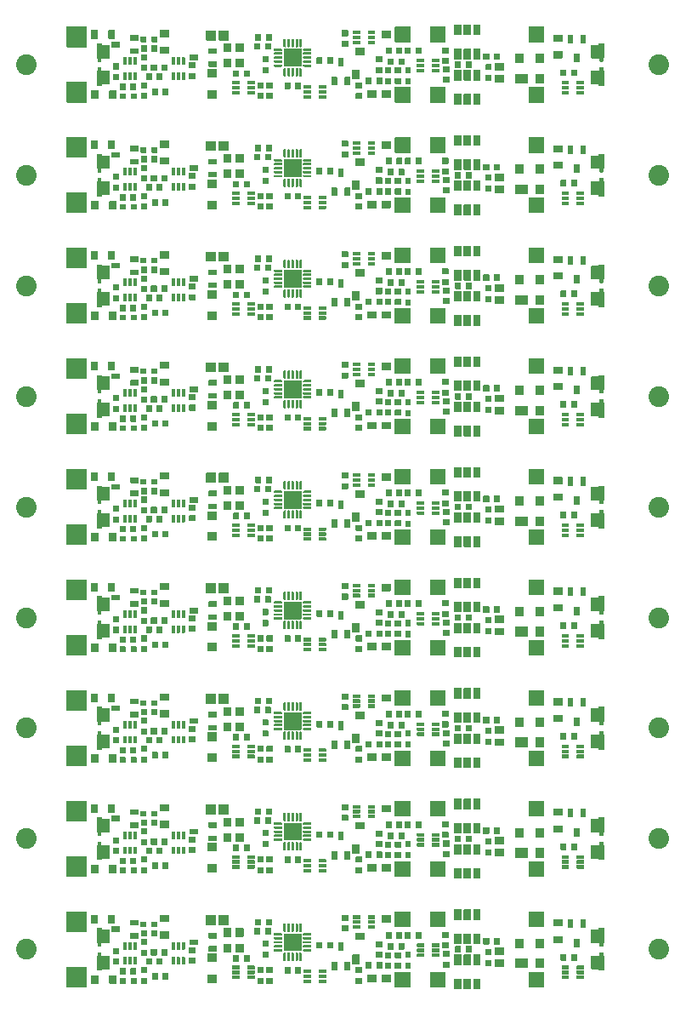
<source format=gts>
%TF.GenerationSoftware,KiCad,Pcbnew,(5.1.9)-1*%
%TF.CreationDate,2021-10-10T13:17:48+09:00*%
%TF.ProjectId,K7012RA,4b373031-3252-4412-9e6b-696361645f70,rev?*%
%TF.SameCoordinates,PX6b49d20PY8b79910*%
%TF.FileFunction,Soldermask,Top*%
%TF.FilePolarity,Negative*%
%FSLAX46Y46*%
G04 Gerber Fmt 4.6, Leading zero omitted, Abs format (unit mm)*
G04 Created by KiCad (PCBNEW (5.1.9)-1) date 2021-10-10 13:17:48*
%MOMM*%
%LPD*%
G01*
G04 APERTURE LIST*
%ADD10C,2.050000*%
%ADD11C,0.100000*%
G04 APERTURE END LIST*
D10*
%TO.C,REF\u002A\u002A*%
X66500000Y4750000D03*
%TD*%
%TO.C,REF\u002A\u002A*%
X66500000Y15750000D03*
%TD*%
%TO.C,REF\u002A\u002A*%
X66500000Y26750000D03*
%TD*%
%TO.C,REF\u002A\u002A*%
X66500000Y37750000D03*
%TD*%
%TO.C,REF\u002A\u002A*%
X66500000Y48750000D03*
%TD*%
%TO.C,REF\u002A\u002A*%
X66500000Y59750000D03*
%TD*%
%TO.C,REF\u002A\u002A*%
X66500000Y70750000D03*
%TD*%
%TO.C,REF\u002A\u002A*%
X66500000Y81750000D03*
%TD*%
%TO.C,REF\u002A\u002A*%
X3500000Y4750000D03*
%TD*%
%TO.C,REF\u002A\u002A*%
X3500000Y15750000D03*
%TD*%
%TO.C,REF\u002A\u002A*%
X3500000Y26750000D03*
%TD*%
%TO.C,REF\u002A\u002A*%
X3500000Y37750000D03*
%TD*%
%TO.C,REF\u002A\u002A*%
X3500000Y48750000D03*
%TD*%
%TO.C,REF\u002A\u002A*%
X3500000Y59750000D03*
%TD*%
%TO.C,REF\u002A\u002A*%
X3500000Y70750000D03*
%TD*%
%TO.C,REF\u002A\u002A*%
X3500000Y81750000D03*
%TD*%
%TO.C,REF\u002A\u002A*%
X3500000Y92750000D03*
%TD*%
%TO.C,REF\u002A\u002A*%
X66500000Y92750000D03*
%TD*%
%TO.C,P5*%
G36*
G01*
X43675000Y7000000D02*
X43675000Y8500000D01*
G75*
G02*
X43700000Y8525000I25000J0D01*
G01*
X45200000Y8525000D01*
G75*
G02*
X45225000Y8500000I0J-25000D01*
G01*
X45225000Y7000000D01*
G75*
G02*
X45200000Y6975000I-25000J0D01*
G01*
X43700000Y6975000D01*
G75*
G02*
X43675000Y7000000I0J25000D01*
G01*
G37*
G36*
G01*
X40175000Y7000000D02*
X40175000Y8500000D01*
G75*
G02*
X40200000Y8525000I25000J0D01*
G01*
X41700000Y8525000D01*
G75*
G02*
X41725000Y8500000I0J-25000D01*
G01*
X41725000Y7000000D01*
G75*
G02*
X41700000Y6975000I-25000J0D01*
G01*
X40200000Y6975000D01*
G75*
G02*
X40175000Y7000000I0J25000D01*
G01*
G37*
%TD*%
%TO.C,P5*%
G36*
G01*
X43675000Y18000000D02*
X43675000Y19500000D01*
G75*
G02*
X43700000Y19525000I25000J0D01*
G01*
X45200000Y19525000D01*
G75*
G02*
X45225000Y19500000I0J-25000D01*
G01*
X45225000Y18000000D01*
G75*
G02*
X45200000Y17975000I-25000J0D01*
G01*
X43700000Y17975000D01*
G75*
G02*
X43675000Y18000000I0J25000D01*
G01*
G37*
G36*
G01*
X40175000Y18000000D02*
X40175000Y19500000D01*
G75*
G02*
X40200000Y19525000I25000J0D01*
G01*
X41700000Y19525000D01*
G75*
G02*
X41725000Y19500000I0J-25000D01*
G01*
X41725000Y18000000D01*
G75*
G02*
X41700000Y17975000I-25000J0D01*
G01*
X40200000Y17975000D01*
G75*
G02*
X40175000Y18000000I0J25000D01*
G01*
G37*
%TD*%
%TO.C,P5*%
G36*
G01*
X43675000Y29000000D02*
X43675000Y30500000D01*
G75*
G02*
X43700000Y30525000I25000J0D01*
G01*
X45200000Y30525000D01*
G75*
G02*
X45225000Y30500000I0J-25000D01*
G01*
X45225000Y29000000D01*
G75*
G02*
X45200000Y28975000I-25000J0D01*
G01*
X43700000Y28975000D01*
G75*
G02*
X43675000Y29000000I0J25000D01*
G01*
G37*
G36*
G01*
X40175000Y29000000D02*
X40175000Y30500000D01*
G75*
G02*
X40200000Y30525000I25000J0D01*
G01*
X41700000Y30525000D01*
G75*
G02*
X41725000Y30500000I0J-25000D01*
G01*
X41725000Y29000000D01*
G75*
G02*
X41700000Y28975000I-25000J0D01*
G01*
X40200000Y28975000D01*
G75*
G02*
X40175000Y29000000I0J25000D01*
G01*
G37*
%TD*%
%TO.C,P5*%
G36*
G01*
X43675000Y40000000D02*
X43675000Y41500000D01*
G75*
G02*
X43700000Y41525000I25000J0D01*
G01*
X45200000Y41525000D01*
G75*
G02*
X45225000Y41500000I0J-25000D01*
G01*
X45225000Y40000000D01*
G75*
G02*
X45200000Y39975000I-25000J0D01*
G01*
X43700000Y39975000D01*
G75*
G02*
X43675000Y40000000I0J25000D01*
G01*
G37*
G36*
G01*
X40175000Y40000000D02*
X40175000Y41500000D01*
G75*
G02*
X40200000Y41525000I25000J0D01*
G01*
X41700000Y41525000D01*
G75*
G02*
X41725000Y41500000I0J-25000D01*
G01*
X41725000Y40000000D01*
G75*
G02*
X41700000Y39975000I-25000J0D01*
G01*
X40200000Y39975000D01*
G75*
G02*
X40175000Y40000000I0J25000D01*
G01*
G37*
%TD*%
%TO.C,P5*%
G36*
G01*
X43675000Y51000000D02*
X43675000Y52500000D01*
G75*
G02*
X43700000Y52525000I25000J0D01*
G01*
X45200000Y52525000D01*
G75*
G02*
X45225000Y52500000I0J-25000D01*
G01*
X45225000Y51000000D01*
G75*
G02*
X45200000Y50975000I-25000J0D01*
G01*
X43700000Y50975000D01*
G75*
G02*
X43675000Y51000000I0J25000D01*
G01*
G37*
G36*
G01*
X40175000Y51000000D02*
X40175000Y52500000D01*
G75*
G02*
X40200000Y52525000I25000J0D01*
G01*
X41700000Y52525000D01*
G75*
G02*
X41725000Y52500000I0J-25000D01*
G01*
X41725000Y51000000D01*
G75*
G02*
X41700000Y50975000I-25000J0D01*
G01*
X40200000Y50975000D01*
G75*
G02*
X40175000Y51000000I0J25000D01*
G01*
G37*
%TD*%
%TO.C,P5*%
G36*
G01*
X43675000Y62000000D02*
X43675000Y63500000D01*
G75*
G02*
X43700000Y63525000I25000J0D01*
G01*
X45200000Y63525000D01*
G75*
G02*
X45225000Y63500000I0J-25000D01*
G01*
X45225000Y62000000D01*
G75*
G02*
X45200000Y61975000I-25000J0D01*
G01*
X43700000Y61975000D01*
G75*
G02*
X43675000Y62000000I0J25000D01*
G01*
G37*
G36*
G01*
X40175000Y62000000D02*
X40175000Y63500000D01*
G75*
G02*
X40200000Y63525000I25000J0D01*
G01*
X41700000Y63525000D01*
G75*
G02*
X41725000Y63500000I0J-25000D01*
G01*
X41725000Y62000000D01*
G75*
G02*
X41700000Y61975000I-25000J0D01*
G01*
X40200000Y61975000D01*
G75*
G02*
X40175000Y62000000I0J25000D01*
G01*
G37*
%TD*%
%TO.C,P5*%
G36*
G01*
X43675000Y73000000D02*
X43675000Y74500000D01*
G75*
G02*
X43700000Y74525000I25000J0D01*
G01*
X45200000Y74525000D01*
G75*
G02*
X45225000Y74500000I0J-25000D01*
G01*
X45225000Y73000000D01*
G75*
G02*
X45200000Y72975000I-25000J0D01*
G01*
X43700000Y72975000D01*
G75*
G02*
X43675000Y73000000I0J25000D01*
G01*
G37*
G36*
G01*
X40175000Y73000000D02*
X40175000Y74500000D01*
G75*
G02*
X40200000Y74525000I25000J0D01*
G01*
X41700000Y74525000D01*
G75*
G02*
X41725000Y74500000I0J-25000D01*
G01*
X41725000Y73000000D01*
G75*
G02*
X41700000Y72975000I-25000J0D01*
G01*
X40200000Y72975000D01*
G75*
G02*
X40175000Y73000000I0J25000D01*
G01*
G37*
%TD*%
%TO.C,P5*%
G36*
G01*
X43675000Y84000000D02*
X43675000Y85500000D01*
G75*
G02*
X43700000Y85525000I25000J0D01*
G01*
X45200000Y85525000D01*
G75*
G02*
X45225000Y85500000I0J-25000D01*
G01*
X45225000Y84000000D01*
G75*
G02*
X45200000Y83975000I-25000J0D01*
G01*
X43700000Y83975000D01*
G75*
G02*
X43675000Y84000000I0J25000D01*
G01*
G37*
G36*
G01*
X40175000Y84000000D02*
X40175000Y85500000D01*
G75*
G02*
X40200000Y85525000I25000J0D01*
G01*
X41700000Y85525000D01*
G75*
G02*
X41725000Y85500000I0J-25000D01*
G01*
X41725000Y84000000D01*
G75*
G02*
X41700000Y83975000I-25000J0D01*
G01*
X40200000Y83975000D01*
G75*
G02*
X40175000Y84000000I0J25000D01*
G01*
G37*
%TD*%
%TO.C,D22*%
G36*
G01*
X9925000Y1350000D02*
X9925000Y2150000D01*
G75*
G02*
X9950000Y2175000I25000J0D01*
G01*
X10650000Y2175000D01*
G75*
G02*
X10675000Y2150000I0J-25000D01*
G01*
X10675000Y1350000D01*
G75*
G02*
X10650000Y1325000I-25000J0D01*
G01*
X9950000Y1325000D01*
G75*
G02*
X9925000Y1350000I0J25000D01*
G01*
G37*
G36*
G01*
X11725000Y1350000D02*
X11725000Y2150000D01*
G75*
G02*
X11750000Y2175000I25000J0D01*
G01*
X12450000Y2175000D01*
G75*
G02*
X12475000Y2150000I0J-25000D01*
G01*
X12475000Y1350000D01*
G75*
G02*
X12450000Y1325000I-25000J0D01*
G01*
X11750000Y1325000D01*
G75*
G02*
X11725000Y1350000I0J25000D01*
G01*
G37*
%TD*%
%TO.C,D22*%
G36*
G01*
X9925000Y12350000D02*
X9925000Y13150000D01*
G75*
G02*
X9950000Y13175000I25000J0D01*
G01*
X10650000Y13175000D01*
G75*
G02*
X10675000Y13150000I0J-25000D01*
G01*
X10675000Y12350000D01*
G75*
G02*
X10650000Y12325000I-25000J0D01*
G01*
X9950000Y12325000D01*
G75*
G02*
X9925000Y12350000I0J25000D01*
G01*
G37*
G36*
G01*
X11725000Y12350000D02*
X11725000Y13150000D01*
G75*
G02*
X11750000Y13175000I25000J0D01*
G01*
X12450000Y13175000D01*
G75*
G02*
X12475000Y13150000I0J-25000D01*
G01*
X12475000Y12350000D01*
G75*
G02*
X12450000Y12325000I-25000J0D01*
G01*
X11750000Y12325000D01*
G75*
G02*
X11725000Y12350000I0J25000D01*
G01*
G37*
%TD*%
%TO.C,D22*%
G36*
G01*
X9925000Y23350000D02*
X9925000Y24150000D01*
G75*
G02*
X9950000Y24175000I25000J0D01*
G01*
X10650000Y24175000D01*
G75*
G02*
X10675000Y24150000I0J-25000D01*
G01*
X10675000Y23350000D01*
G75*
G02*
X10650000Y23325000I-25000J0D01*
G01*
X9950000Y23325000D01*
G75*
G02*
X9925000Y23350000I0J25000D01*
G01*
G37*
G36*
G01*
X11725000Y23350000D02*
X11725000Y24150000D01*
G75*
G02*
X11750000Y24175000I25000J0D01*
G01*
X12450000Y24175000D01*
G75*
G02*
X12475000Y24150000I0J-25000D01*
G01*
X12475000Y23350000D01*
G75*
G02*
X12450000Y23325000I-25000J0D01*
G01*
X11750000Y23325000D01*
G75*
G02*
X11725000Y23350000I0J25000D01*
G01*
G37*
%TD*%
%TO.C,D22*%
G36*
G01*
X9925000Y34350000D02*
X9925000Y35150000D01*
G75*
G02*
X9950000Y35175000I25000J0D01*
G01*
X10650000Y35175000D01*
G75*
G02*
X10675000Y35150000I0J-25000D01*
G01*
X10675000Y34350000D01*
G75*
G02*
X10650000Y34325000I-25000J0D01*
G01*
X9950000Y34325000D01*
G75*
G02*
X9925000Y34350000I0J25000D01*
G01*
G37*
G36*
G01*
X11725000Y34350000D02*
X11725000Y35150000D01*
G75*
G02*
X11750000Y35175000I25000J0D01*
G01*
X12450000Y35175000D01*
G75*
G02*
X12475000Y35150000I0J-25000D01*
G01*
X12475000Y34350000D01*
G75*
G02*
X12450000Y34325000I-25000J0D01*
G01*
X11750000Y34325000D01*
G75*
G02*
X11725000Y34350000I0J25000D01*
G01*
G37*
%TD*%
%TO.C,D22*%
G36*
G01*
X9925000Y45350000D02*
X9925000Y46150000D01*
G75*
G02*
X9950000Y46175000I25000J0D01*
G01*
X10650000Y46175000D01*
G75*
G02*
X10675000Y46150000I0J-25000D01*
G01*
X10675000Y45350000D01*
G75*
G02*
X10650000Y45325000I-25000J0D01*
G01*
X9950000Y45325000D01*
G75*
G02*
X9925000Y45350000I0J25000D01*
G01*
G37*
G36*
G01*
X11725000Y45350000D02*
X11725000Y46150000D01*
G75*
G02*
X11750000Y46175000I25000J0D01*
G01*
X12450000Y46175000D01*
G75*
G02*
X12475000Y46150000I0J-25000D01*
G01*
X12475000Y45350000D01*
G75*
G02*
X12450000Y45325000I-25000J0D01*
G01*
X11750000Y45325000D01*
G75*
G02*
X11725000Y45350000I0J25000D01*
G01*
G37*
%TD*%
%TO.C,D22*%
G36*
G01*
X9925000Y56350000D02*
X9925000Y57150000D01*
G75*
G02*
X9950000Y57175000I25000J0D01*
G01*
X10650000Y57175000D01*
G75*
G02*
X10675000Y57150000I0J-25000D01*
G01*
X10675000Y56350000D01*
G75*
G02*
X10650000Y56325000I-25000J0D01*
G01*
X9950000Y56325000D01*
G75*
G02*
X9925000Y56350000I0J25000D01*
G01*
G37*
G36*
G01*
X11725000Y56350000D02*
X11725000Y57150000D01*
G75*
G02*
X11750000Y57175000I25000J0D01*
G01*
X12450000Y57175000D01*
G75*
G02*
X12475000Y57150000I0J-25000D01*
G01*
X12475000Y56350000D01*
G75*
G02*
X12450000Y56325000I-25000J0D01*
G01*
X11750000Y56325000D01*
G75*
G02*
X11725000Y56350000I0J25000D01*
G01*
G37*
%TD*%
%TO.C,D22*%
G36*
G01*
X9925000Y67350000D02*
X9925000Y68150000D01*
G75*
G02*
X9950000Y68175000I25000J0D01*
G01*
X10650000Y68175000D01*
G75*
G02*
X10675000Y68150000I0J-25000D01*
G01*
X10675000Y67350000D01*
G75*
G02*
X10650000Y67325000I-25000J0D01*
G01*
X9950000Y67325000D01*
G75*
G02*
X9925000Y67350000I0J25000D01*
G01*
G37*
G36*
G01*
X11725000Y67350000D02*
X11725000Y68150000D01*
G75*
G02*
X11750000Y68175000I25000J0D01*
G01*
X12450000Y68175000D01*
G75*
G02*
X12475000Y68150000I0J-25000D01*
G01*
X12475000Y67350000D01*
G75*
G02*
X12450000Y67325000I-25000J0D01*
G01*
X11750000Y67325000D01*
G75*
G02*
X11725000Y67350000I0J25000D01*
G01*
G37*
%TD*%
%TO.C,D22*%
G36*
G01*
X9925000Y78350000D02*
X9925000Y79150000D01*
G75*
G02*
X9950000Y79175000I25000J0D01*
G01*
X10650000Y79175000D01*
G75*
G02*
X10675000Y79150000I0J-25000D01*
G01*
X10675000Y78350000D01*
G75*
G02*
X10650000Y78325000I-25000J0D01*
G01*
X9950000Y78325000D01*
G75*
G02*
X9925000Y78350000I0J25000D01*
G01*
G37*
G36*
G01*
X11725000Y78350000D02*
X11725000Y79150000D01*
G75*
G02*
X11750000Y79175000I25000J0D01*
G01*
X12450000Y79175000D01*
G75*
G02*
X12475000Y79150000I0J-25000D01*
G01*
X12475000Y78350000D01*
G75*
G02*
X12450000Y78325000I-25000J0D01*
G01*
X11750000Y78325000D01*
G75*
G02*
X11725000Y78350000I0J25000D01*
G01*
G37*
%TD*%
%TO.C,D1*%
G36*
G01*
X52175000Y4900000D02*
X52175000Y5800000D01*
G75*
G02*
X52200000Y5825000I25000J0D01*
G01*
X53000000Y5825000D01*
G75*
G02*
X53025000Y5800000I0J-25000D01*
G01*
X53025000Y4900000D01*
G75*
G02*
X53000000Y4875000I-25000J0D01*
G01*
X52200000Y4875000D01*
G75*
G02*
X52175000Y4900000I0J25000D01*
G01*
G37*
G36*
G01*
X54175000Y4900000D02*
X54175000Y5800000D01*
G75*
G02*
X54200000Y5825000I25000J0D01*
G01*
X55000000Y5825000D01*
G75*
G02*
X55025000Y5800000I0J-25000D01*
G01*
X55025000Y4900000D01*
G75*
G02*
X55000000Y4875000I-25000J0D01*
G01*
X54200000Y4875000D01*
G75*
G02*
X54175000Y4900000I0J25000D01*
G01*
G37*
G36*
G01*
X54175000Y2900000D02*
X54175000Y3800000D01*
G75*
G02*
X54200000Y3825000I25000J0D01*
G01*
X55000000Y3825000D01*
G75*
G02*
X55025000Y3800000I0J-25000D01*
G01*
X55025000Y2900000D01*
G75*
G02*
X55000000Y2875000I-25000J0D01*
G01*
X54200000Y2875000D01*
G75*
G02*
X54175000Y2900000I0J25000D01*
G01*
G37*
G36*
G01*
X52175000Y2900000D02*
X52175000Y3800000D01*
G75*
G02*
X52200000Y3825000I25000J0D01*
G01*
X53400000Y3825000D01*
G75*
G02*
X53425000Y3800000I0J-25000D01*
G01*
X53425000Y2900000D01*
G75*
G02*
X53400000Y2875000I-25000J0D01*
G01*
X52200000Y2875000D01*
G75*
G02*
X52175000Y2900000I0J25000D01*
G01*
G37*
%TD*%
%TO.C,D1*%
G36*
G01*
X52175000Y15900000D02*
X52175000Y16800000D01*
G75*
G02*
X52200000Y16825000I25000J0D01*
G01*
X53000000Y16825000D01*
G75*
G02*
X53025000Y16800000I0J-25000D01*
G01*
X53025000Y15900000D01*
G75*
G02*
X53000000Y15875000I-25000J0D01*
G01*
X52200000Y15875000D01*
G75*
G02*
X52175000Y15900000I0J25000D01*
G01*
G37*
G36*
G01*
X54175000Y15900000D02*
X54175000Y16800000D01*
G75*
G02*
X54200000Y16825000I25000J0D01*
G01*
X55000000Y16825000D01*
G75*
G02*
X55025000Y16800000I0J-25000D01*
G01*
X55025000Y15900000D01*
G75*
G02*
X55000000Y15875000I-25000J0D01*
G01*
X54200000Y15875000D01*
G75*
G02*
X54175000Y15900000I0J25000D01*
G01*
G37*
G36*
G01*
X54175000Y13900000D02*
X54175000Y14800000D01*
G75*
G02*
X54200000Y14825000I25000J0D01*
G01*
X55000000Y14825000D01*
G75*
G02*
X55025000Y14800000I0J-25000D01*
G01*
X55025000Y13900000D01*
G75*
G02*
X55000000Y13875000I-25000J0D01*
G01*
X54200000Y13875000D01*
G75*
G02*
X54175000Y13900000I0J25000D01*
G01*
G37*
G36*
G01*
X52175000Y13900000D02*
X52175000Y14800000D01*
G75*
G02*
X52200000Y14825000I25000J0D01*
G01*
X53400000Y14825000D01*
G75*
G02*
X53425000Y14800000I0J-25000D01*
G01*
X53425000Y13900000D01*
G75*
G02*
X53400000Y13875000I-25000J0D01*
G01*
X52200000Y13875000D01*
G75*
G02*
X52175000Y13900000I0J25000D01*
G01*
G37*
%TD*%
%TO.C,D1*%
G36*
G01*
X52175000Y26900000D02*
X52175000Y27800000D01*
G75*
G02*
X52200000Y27825000I25000J0D01*
G01*
X53000000Y27825000D01*
G75*
G02*
X53025000Y27800000I0J-25000D01*
G01*
X53025000Y26900000D01*
G75*
G02*
X53000000Y26875000I-25000J0D01*
G01*
X52200000Y26875000D01*
G75*
G02*
X52175000Y26900000I0J25000D01*
G01*
G37*
G36*
G01*
X54175000Y26900000D02*
X54175000Y27800000D01*
G75*
G02*
X54200000Y27825000I25000J0D01*
G01*
X55000000Y27825000D01*
G75*
G02*
X55025000Y27800000I0J-25000D01*
G01*
X55025000Y26900000D01*
G75*
G02*
X55000000Y26875000I-25000J0D01*
G01*
X54200000Y26875000D01*
G75*
G02*
X54175000Y26900000I0J25000D01*
G01*
G37*
G36*
G01*
X54175000Y24900000D02*
X54175000Y25800000D01*
G75*
G02*
X54200000Y25825000I25000J0D01*
G01*
X55000000Y25825000D01*
G75*
G02*
X55025000Y25800000I0J-25000D01*
G01*
X55025000Y24900000D01*
G75*
G02*
X55000000Y24875000I-25000J0D01*
G01*
X54200000Y24875000D01*
G75*
G02*
X54175000Y24900000I0J25000D01*
G01*
G37*
G36*
G01*
X52175000Y24900000D02*
X52175000Y25800000D01*
G75*
G02*
X52200000Y25825000I25000J0D01*
G01*
X53400000Y25825000D01*
G75*
G02*
X53425000Y25800000I0J-25000D01*
G01*
X53425000Y24900000D01*
G75*
G02*
X53400000Y24875000I-25000J0D01*
G01*
X52200000Y24875000D01*
G75*
G02*
X52175000Y24900000I0J25000D01*
G01*
G37*
%TD*%
%TO.C,D1*%
G36*
G01*
X52175000Y37900000D02*
X52175000Y38800000D01*
G75*
G02*
X52200000Y38825000I25000J0D01*
G01*
X53000000Y38825000D01*
G75*
G02*
X53025000Y38800000I0J-25000D01*
G01*
X53025000Y37900000D01*
G75*
G02*
X53000000Y37875000I-25000J0D01*
G01*
X52200000Y37875000D01*
G75*
G02*
X52175000Y37900000I0J25000D01*
G01*
G37*
G36*
G01*
X54175000Y37900000D02*
X54175000Y38800000D01*
G75*
G02*
X54200000Y38825000I25000J0D01*
G01*
X55000000Y38825000D01*
G75*
G02*
X55025000Y38800000I0J-25000D01*
G01*
X55025000Y37900000D01*
G75*
G02*
X55000000Y37875000I-25000J0D01*
G01*
X54200000Y37875000D01*
G75*
G02*
X54175000Y37900000I0J25000D01*
G01*
G37*
G36*
G01*
X54175000Y35900000D02*
X54175000Y36800000D01*
G75*
G02*
X54200000Y36825000I25000J0D01*
G01*
X55000000Y36825000D01*
G75*
G02*
X55025000Y36800000I0J-25000D01*
G01*
X55025000Y35900000D01*
G75*
G02*
X55000000Y35875000I-25000J0D01*
G01*
X54200000Y35875000D01*
G75*
G02*
X54175000Y35900000I0J25000D01*
G01*
G37*
G36*
G01*
X52175000Y35900000D02*
X52175000Y36800000D01*
G75*
G02*
X52200000Y36825000I25000J0D01*
G01*
X53400000Y36825000D01*
G75*
G02*
X53425000Y36800000I0J-25000D01*
G01*
X53425000Y35900000D01*
G75*
G02*
X53400000Y35875000I-25000J0D01*
G01*
X52200000Y35875000D01*
G75*
G02*
X52175000Y35900000I0J25000D01*
G01*
G37*
%TD*%
%TO.C,D1*%
G36*
G01*
X52175000Y48900000D02*
X52175000Y49800000D01*
G75*
G02*
X52200000Y49825000I25000J0D01*
G01*
X53000000Y49825000D01*
G75*
G02*
X53025000Y49800000I0J-25000D01*
G01*
X53025000Y48900000D01*
G75*
G02*
X53000000Y48875000I-25000J0D01*
G01*
X52200000Y48875000D01*
G75*
G02*
X52175000Y48900000I0J25000D01*
G01*
G37*
G36*
G01*
X54175000Y48900000D02*
X54175000Y49800000D01*
G75*
G02*
X54200000Y49825000I25000J0D01*
G01*
X55000000Y49825000D01*
G75*
G02*
X55025000Y49800000I0J-25000D01*
G01*
X55025000Y48900000D01*
G75*
G02*
X55000000Y48875000I-25000J0D01*
G01*
X54200000Y48875000D01*
G75*
G02*
X54175000Y48900000I0J25000D01*
G01*
G37*
G36*
G01*
X54175000Y46900000D02*
X54175000Y47800000D01*
G75*
G02*
X54200000Y47825000I25000J0D01*
G01*
X55000000Y47825000D01*
G75*
G02*
X55025000Y47800000I0J-25000D01*
G01*
X55025000Y46900000D01*
G75*
G02*
X55000000Y46875000I-25000J0D01*
G01*
X54200000Y46875000D01*
G75*
G02*
X54175000Y46900000I0J25000D01*
G01*
G37*
G36*
G01*
X52175000Y46900000D02*
X52175000Y47800000D01*
G75*
G02*
X52200000Y47825000I25000J0D01*
G01*
X53400000Y47825000D01*
G75*
G02*
X53425000Y47800000I0J-25000D01*
G01*
X53425000Y46900000D01*
G75*
G02*
X53400000Y46875000I-25000J0D01*
G01*
X52200000Y46875000D01*
G75*
G02*
X52175000Y46900000I0J25000D01*
G01*
G37*
%TD*%
%TO.C,D1*%
G36*
G01*
X52175000Y59900000D02*
X52175000Y60800000D01*
G75*
G02*
X52200000Y60825000I25000J0D01*
G01*
X53000000Y60825000D01*
G75*
G02*
X53025000Y60800000I0J-25000D01*
G01*
X53025000Y59900000D01*
G75*
G02*
X53000000Y59875000I-25000J0D01*
G01*
X52200000Y59875000D01*
G75*
G02*
X52175000Y59900000I0J25000D01*
G01*
G37*
G36*
G01*
X54175000Y59900000D02*
X54175000Y60800000D01*
G75*
G02*
X54200000Y60825000I25000J0D01*
G01*
X55000000Y60825000D01*
G75*
G02*
X55025000Y60800000I0J-25000D01*
G01*
X55025000Y59900000D01*
G75*
G02*
X55000000Y59875000I-25000J0D01*
G01*
X54200000Y59875000D01*
G75*
G02*
X54175000Y59900000I0J25000D01*
G01*
G37*
G36*
G01*
X54175000Y57900000D02*
X54175000Y58800000D01*
G75*
G02*
X54200000Y58825000I25000J0D01*
G01*
X55000000Y58825000D01*
G75*
G02*
X55025000Y58800000I0J-25000D01*
G01*
X55025000Y57900000D01*
G75*
G02*
X55000000Y57875000I-25000J0D01*
G01*
X54200000Y57875000D01*
G75*
G02*
X54175000Y57900000I0J25000D01*
G01*
G37*
G36*
G01*
X52175000Y57900000D02*
X52175000Y58800000D01*
G75*
G02*
X52200000Y58825000I25000J0D01*
G01*
X53400000Y58825000D01*
G75*
G02*
X53425000Y58800000I0J-25000D01*
G01*
X53425000Y57900000D01*
G75*
G02*
X53400000Y57875000I-25000J0D01*
G01*
X52200000Y57875000D01*
G75*
G02*
X52175000Y57900000I0J25000D01*
G01*
G37*
%TD*%
%TO.C,D1*%
G36*
G01*
X52175000Y70900000D02*
X52175000Y71800000D01*
G75*
G02*
X52200000Y71825000I25000J0D01*
G01*
X53000000Y71825000D01*
G75*
G02*
X53025000Y71800000I0J-25000D01*
G01*
X53025000Y70900000D01*
G75*
G02*
X53000000Y70875000I-25000J0D01*
G01*
X52200000Y70875000D01*
G75*
G02*
X52175000Y70900000I0J25000D01*
G01*
G37*
G36*
G01*
X54175000Y70900000D02*
X54175000Y71800000D01*
G75*
G02*
X54200000Y71825000I25000J0D01*
G01*
X55000000Y71825000D01*
G75*
G02*
X55025000Y71800000I0J-25000D01*
G01*
X55025000Y70900000D01*
G75*
G02*
X55000000Y70875000I-25000J0D01*
G01*
X54200000Y70875000D01*
G75*
G02*
X54175000Y70900000I0J25000D01*
G01*
G37*
G36*
G01*
X54175000Y68900000D02*
X54175000Y69800000D01*
G75*
G02*
X54200000Y69825000I25000J0D01*
G01*
X55000000Y69825000D01*
G75*
G02*
X55025000Y69800000I0J-25000D01*
G01*
X55025000Y68900000D01*
G75*
G02*
X55000000Y68875000I-25000J0D01*
G01*
X54200000Y68875000D01*
G75*
G02*
X54175000Y68900000I0J25000D01*
G01*
G37*
G36*
G01*
X52175000Y68900000D02*
X52175000Y69800000D01*
G75*
G02*
X52200000Y69825000I25000J0D01*
G01*
X53400000Y69825000D01*
G75*
G02*
X53425000Y69800000I0J-25000D01*
G01*
X53425000Y68900000D01*
G75*
G02*
X53400000Y68875000I-25000J0D01*
G01*
X52200000Y68875000D01*
G75*
G02*
X52175000Y68900000I0J25000D01*
G01*
G37*
%TD*%
%TO.C,D1*%
G36*
G01*
X52175000Y81900000D02*
X52175000Y82800000D01*
G75*
G02*
X52200000Y82825000I25000J0D01*
G01*
X53000000Y82825000D01*
G75*
G02*
X53025000Y82800000I0J-25000D01*
G01*
X53025000Y81900000D01*
G75*
G02*
X53000000Y81875000I-25000J0D01*
G01*
X52200000Y81875000D01*
G75*
G02*
X52175000Y81900000I0J25000D01*
G01*
G37*
G36*
G01*
X54175000Y81900000D02*
X54175000Y82800000D01*
G75*
G02*
X54200000Y82825000I25000J0D01*
G01*
X55000000Y82825000D01*
G75*
G02*
X55025000Y82800000I0J-25000D01*
G01*
X55025000Y81900000D01*
G75*
G02*
X55000000Y81875000I-25000J0D01*
G01*
X54200000Y81875000D01*
G75*
G02*
X54175000Y81900000I0J25000D01*
G01*
G37*
G36*
G01*
X54175000Y79900000D02*
X54175000Y80800000D01*
G75*
G02*
X54200000Y80825000I25000J0D01*
G01*
X55000000Y80825000D01*
G75*
G02*
X55025000Y80800000I0J-25000D01*
G01*
X55025000Y79900000D01*
G75*
G02*
X55000000Y79875000I-25000J0D01*
G01*
X54200000Y79875000D01*
G75*
G02*
X54175000Y79900000I0J25000D01*
G01*
G37*
G36*
G01*
X52175000Y79900000D02*
X52175000Y80800000D01*
G75*
G02*
X52200000Y80825000I25000J0D01*
G01*
X53400000Y80825000D01*
G75*
G02*
X53425000Y80800000I0J-25000D01*
G01*
X53425000Y79900000D01*
G75*
G02*
X53400000Y79875000I-25000J0D01*
G01*
X52200000Y79875000D01*
G75*
G02*
X52175000Y79900000I0J25000D01*
G01*
G37*
%TD*%
%TO.C,Q8*%
G36*
G01*
X57500000Y1775000D02*
X56800000Y1775000D01*
G75*
G02*
X56775000Y1800000I0J25000D01*
G01*
X56775000Y2100000D01*
G75*
G02*
X56800000Y2125000I25000J0D01*
G01*
X57500000Y2125000D01*
G75*
G02*
X57525000Y2100000I0J-25000D01*
G01*
X57525000Y1800000D01*
G75*
G02*
X57500000Y1775000I-25000J0D01*
G01*
G37*
G36*
G01*
X57500000Y2275000D02*
X56800000Y2275000D01*
G75*
G02*
X56775000Y2300000I0J25000D01*
G01*
X56775000Y2600000D01*
G75*
G02*
X56800000Y2625000I25000J0D01*
G01*
X57500000Y2625000D01*
G75*
G02*
X57525000Y2600000I0J-25000D01*
G01*
X57525000Y2300000D01*
G75*
G02*
X57500000Y2275000I-25000J0D01*
G01*
G37*
G36*
G01*
X57500000Y2775000D02*
X56800000Y2775000D01*
G75*
G02*
X56775000Y2800000I0J25000D01*
G01*
X56775000Y3100000D01*
G75*
G02*
X56800000Y3125000I25000J0D01*
G01*
X57500000Y3125000D01*
G75*
G02*
X57525000Y3100000I0J-25000D01*
G01*
X57525000Y2800000D01*
G75*
G02*
X57500000Y2775000I-25000J0D01*
G01*
G37*
G36*
G01*
X59000000Y2775000D02*
X58300000Y2775000D01*
G75*
G02*
X58275000Y2800000I0J25000D01*
G01*
X58275000Y3100000D01*
G75*
G02*
X58300000Y3125000I25000J0D01*
G01*
X59000000Y3125000D01*
G75*
G02*
X59025000Y3100000I0J-25000D01*
G01*
X59025000Y2800000D01*
G75*
G02*
X59000000Y2775000I-25000J0D01*
G01*
G37*
G36*
G01*
X59000000Y2275000D02*
X58300000Y2275000D01*
G75*
G02*
X58275000Y2300000I0J25000D01*
G01*
X58275000Y2600000D01*
G75*
G02*
X58300000Y2625000I25000J0D01*
G01*
X59000000Y2625000D01*
G75*
G02*
X59025000Y2600000I0J-25000D01*
G01*
X59025000Y2300000D01*
G75*
G02*
X59000000Y2275000I-25000J0D01*
G01*
G37*
G36*
G01*
X59000000Y1775000D02*
X58300000Y1775000D01*
G75*
G02*
X58275000Y1800000I0J25000D01*
G01*
X58275000Y2100000D01*
G75*
G02*
X58300000Y2125000I25000J0D01*
G01*
X59000000Y2125000D01*
G75*
G02*
X59025000Y2100000I0J-25000D01*
G01*
X59025000Y1800000D01*
G75*
G02*
X59000000Y1775000I-25000J0D01*
G01*
G37*
%TD*%
%TO.C,Q8*%
G36*
G01*
X57500000Y12775000D02*
X56800000Y12775000D01*
G75*
G02*
X56775000Y12800000I0J25000D01*
G01*
X56775000Y13100000D01*
G75*
G02*
X56800000Y13125000I25000J0D01*
G01*
X57500000Y13125000D01*
G75*
G02*
X57525000Y13100000I0J-25000D01*
G01*
X57525000Y12800000D01*
G75*
G02*
X57500000Y12775000I-25000J0D01*
G01*
G37*
G36*
G01*
X57500000Y13275000D02*
X56800000Y13275000D01*
G75*
G02*
X56775000Y13300000I0J25000D01*
G01*
X56775000Y13600000D01*
G75*
G02*
X56800000Y13625000I25000J0D01*
G01*
X57500000Y13625000D01*
G75*
G02*
X57525000Y13600000I0J-25000D01*
G01*
X57525000Y13300000D01*
G75*
G02*
X57500000Y13275000I-25000J0D01*
G01*
G37*
G36*
G01*
X57500000Y13775000D02*
X56800000Y13775000D01*
G75*
G02*
X56775000Y13800000I0J25000D01*
G01*
X56775000Y14100000D01*
G75*
G02*
X56800000Y14125000I25000J0D01*
G01*
X57500000Y14125000D01*
G75*
G02*
X57525000Y14100000I0J-25000D01*
G01*
X57525000Y13800000D01*
G75*
G02*
X57500000Y13775000I-25000J0D01*
G01*
G37*
G36*
G01*
X59000000Y13775000D02*
X58300000Y13775000D01*
G75*
G02*
X58275000Y13800000I0J25000D01*
G01*
X58275000Y14100000D01*
G75*
G02*
X58300000Y14125000I25000J0D01*
G01*
X59000000Y14125000D01*
G75*
G02*
X59025000Y14100000I0J-25000D01*
G01*
X59025000Y13800000D01*
G75*
G02*
X59000000Y13775000I-25000J0D01*
G01*
G37*
G36*
G01*
X59000000Y13275000D02*
X58300000Y13275000D01*
G75*
G02*
X58275000Y13300000I0J25000D01*
G01*
X58275000Y13600000D01*
G75*
G02*
X58300000Y13625000I25000J0D01*
G01*
X59000000Y13625000D01*
G75*
G02*
X59025000Y13600000I0J-25000D01*
G01*
X59025000Y13300000D01*
G75*
G02*
X59000000Y13275000I-25000J0D01*
G01*
G37*
G36*
G01*
X59000000Y12775000D02*
X58300000Y12775000D01*
G75*
G02*
X58275000Y12800000I0J25000D01*
G01*
X58275000Y13100000D01*
G75*
G02*
X58300000Y13125000I25000J0D01*
G01*
X59000000Y13125000D01*
G75*
G02*
X59025000Y13100000I0J-25000D01*
G01*
X59025000Y12800000D01*
G75*
G02*
X59000000Y12775000I-25000J0D01*
G01*
G37*
%TD*%
%TO.C,Q8*%
G36*
G01*
X57500000Y23775000D02*
X56800000Y23775000D01*
G75*
G02*
X56775000Y23800000I0J25000D01*
G01*
X56775000Y24100000D01*
G75*
G02*
X56800000Y24125000I25000J0D01*
G01*
X57500000Y24125000D01*
G75*
G02*
X57525000Y24100000I0J-25000D01*
G01*
X57525000Y23800000D01*
G75*
G02*
X57500000Y23775000I-25000J0D01*
G01*
G37*
G36*
G01*
X57500000Y24275000D02*
X56800000Y24275000D01*
G75*
G02*
X56775000Y24300000I0J25000D01*
G01*
X56775000Y24600000D01*
G75*
G02*
X56800000Y24625000I25000J0D01*
G01*
X57500000Y24625000D01*
G75*
G02*
X57525000Y24600000I0J-25000D01*
G01*
X57525000Y24300000D01*
G75*
G02*
X57500000Y24275000I-25000J0D01*
G01*
G37*
G36*
G01*
X57500000Y24775000D02*
X56800000Y24775000D01*
G75*
G02*
X56775000Y24800000I0J25000D01*
G01*
X56775000Y25100000D01*
G75*
G02*
X56800000Y25125000I25000J0D01*
G01*
X57500000Y25125000D01*
G75*
G02*
X57525000Y25100000I0J-25000D01*
G01*
X57525000Y24800000D01*
G75*
G02*
X57500000Y24775000I-25000J0D01*
G01*
G37*
G36*
G01*
X59000000Y24775000D02*
X58300000Y24775000D01*
G75*
G02*
X58275000Y24800000I0J25000D01*
G01*
X58275000Y25100000D01*
G75*
G02*
X58300000Y25125000I25000J0D01*
G01*
X59000000Y25125000D01*
G75*
G02*
X59025000Y25100000I0J-25000D01*
G01*
X59025000Y24800000D01*
G75*
G02*
X59000000Y24775000I-25000J0D01*
G01*
G37*
G36*
G01*
X59000000Y24275000D02*
X58300000Y24275000D01*
G75*
G02*
X58275000Y24300000I0J25000D01*
G01*
X58275000Y24600000D01*
G75*
G02*
X58300000Y24625000I25000J0D01*
G01*
X59000000Y24625000D01*
G75*
G02*
X59025000Y24600000I0J-25000D01*
G01*
X59025000Y24300000D01*
G75*
G02*
X59000000Y24275000I-25000J0D01*
G01*
G37*
G36*
G01*
X59000000Y23775000D02*
X58300000Y23775000D01*
G75*
G02*
X58275000Y23800000I0J25000D01*
G01*
X58275000Y24100000D01*
G75*
G02*
X58300000Y24125000I25000J0D01*
G01*
X59000000Y24125000D01*
G75*
G02*
X59025000Y24100000I0J-25000D01*
G01*
X59025000Y23800000D01*
G75*
G02*
X59000000Y23775000I-25000J0D01*
G01*
G37*
%TD*%
%TO.C,Q8*%
G36*
G01*
X57500000Y34775000D02*
X56800000Y34775000D01*
G75*
G02*
X56775000Y34800000I0J25000D01*
G01*
X56775000Y35100000D01*
G75*
G02*
X56800000Y35125000I25000J0D01*
G01*
X57500000Y35125000D01*
G75*
G02*
X57525000Y35100000I0J-25000D01*
G01*
X57525000Y34800000D01*
G75*
G02*
X57500000Y34775000I-25000J0D01*
G01*
G37*
G36*
G01*
X57500000Y35275000D02*
X56800000Y35275000D01*
G75*
G02*
X56775000Y35300000I0J25000D01*
G01*
X56775000Y35600000D01*
G75*
G02*
X56800000Y35625000I25000J0D01*
G01*
X57500000Y35625000D01*
G75*
G02*
X57525000Y35600000I0J-25000D01*
G01*
X57525000Y35300000D01*
G75*
G02*
X57500000Y35275000I-25000J0D01*
G01*
G37*
G36*
G01*
X57500000Y35775000D02*
X56800000Y35775000D01*
G75*
G02*
X56775000Y35800000I0J25000D01*
G01*
X56775000Y36100000D01*
G75*
G02*
X56800000Y36125000I25000J0D01*
G01*
X57500000Y36125000D01*
G75*
G02*
X57525000Y36100000I0J-25000D01*
G01*
X57525000Y35800000D01*
G75*
G02*
X57500000Y35775000I-25000J0D01*
G01*
G37*
G36*
G01*
X59000000Y35775000D02*
X58300000Y35775000D01*
G75*
G02*
X58275000Y35800000I0J25000D01*
G01*
X58275000Y36100000D01*
G75*
G02*
X58300000Y36125000I25000J0D01*
G01*
X59000000Y36125000D01*
G75*
G02*
X59025000Y36100000I0J-25000D01*
G01*
X59025000Y35800000D01*
G75*
G02*
X59000000Y35775000I-25000J0D01*
G01*
G37*
G36*
G01*
X59000000Y35275000D02*
X58300000Y35275000D01*
G75*
G02*
X58275000Y35300000I0J25000D01*
G01*
X58275000Y35600000D01*
G75*
G02*
X58300000Y35625000I25000J0D01*
G01*
X59000000Y35625000D01*
G75*
G02*
X59025000Y35600000I0J-25000D01*
G01*
X59025000Y35300000D01*
G75*
G02*
X59000000Y35275000I-25000J0D01*
G01*
G37*
G36*
G01*
X59000000Y34775000D02*
X58300000Y34775000D01*
G75*
G02*
X58275000Y34800000I0J25000D01*
G01*
X58275000Y35100000D01*
G75*
G02*
X58300000Y35125000I25000J0D01*
G01*
X59000000Y35125000D01*
G75*
G02*
X59025000Y35100000I0J-25000D01*
G01*
X59025000Y34800000D01*
G75*
G02*
X59000000Y34775000I-25000J0D01*
G01*
G37*
%TD*%
%TO.C,Q8*%
G36*
G01*
X57500000Y45775000D02*
X56800000Y45775000D01*
G75*
G02*
X56775000Y45800000I0J25000D01*
G01*
X56775000Y46100000D01*
G75*
G02*
X56800000Y46125000I25000J0D01*
G01*
X57500000Y46125000D01*
G75*
G02*
X57525000Y46100000I0J-25000D01*
G01*
X57525000Y45800000D01*
G75*
G02*
X57500000Y45775000I-25000J0D01*
G01*
G37*
G36*
G01*
X57500000Y46275000D02*
X56800000Y46275000D01*
G75*
G02*
X56775000Y46300000I0J25000D01*
G01*
X56775000Y46600000D01*
G75*
G02*
X56800000Y46625000I25000J0D01*
G01*
X57500000Y46625000D01*
G75*
G02*
X57525000Y46600000I0J-25000D01*
G01*
X57525000Y46300000D01*
G75*
G02*
X57500000Y46275000I-25000J0D01*
G01*
G37*
G36*
G01*
X57500000Y46775000D02*
X56800000Y46775000D01*
G75*
G02*
X56775000Y46800000I0J25000D01*
G01*
X56775000Y47100000D01*
G75*
G02*
X56800000Y47125000I25000J0D01*
G01*
X57500000Y47125000D01*
G75*
G02*
X57525000Y47100000I0J-25000D01*
G01*
X57525000Y46800000D01*
G75*
G02*
X57500000Y46775000I-25000J0D01*
G01*
G37*
G36*
G01*
X59000000Y46775000D02*
X58300000Y46775000D01*
G75*
G02*
X58275000Y46800000I0J25000D01*
G01*
X58275000Y47100000D01*
G75*
G02*
X58300000Y47125000I25000J0D01*
G01*
X59000000Y47125000D01*
G75*
G02*
X59025000Y47100000I0J-25000D01*
G01*
X59025000Y46800000D01*
G75*
G02*
X59000000Y46775000I-25000J0D01*
G01*
G37*
G36*
G01*
X59000000Y46275000D02*
X58300000Y46275000D01*
G75*
G02*
X58275000Y46300000I0J25000D01*
G01*
X58275000Y46600000D01*
G75*
G02*
X58300000Y46625000I25000J0D01*
G01*
X59000000Y46625000D01*
G75*
G02*
X59025000Y46600000I0J-25000D01*
G01*
X59025000Y46300000D01*
G75*
G02*
X59000000Y46275000I-25000J0D01*
G01*
G37*
G36*
G01*
X59000000Y45775000D02*
X58300000Y45775000D01*
G75*
G02*
X58275000Y45800000I0J25000D01*
G01*
X58275000Y46100000D01*
G75*
G02*
X58300000Y46125000I25000J0D01*
G01*
X59000000Y46125000D01*
G75*
G02*
X59025000Y46100000I0J-25000D01*
G01*
X59025000Y45800000D01*
G75*
G02*
X59000000Y45775000I-25000J0D01*
G01*
G37*
%TD*%
%TO.C,Q8*%
G36*
G01*
X57500000Y56775000D02*
X56800000Y56775000D01*
G75*
G02*
X56775000Y56800000I0J25000D01*
G01*
X56775000Y57100000D01*
G75*
G02*
X56800000Y57125000I25000J0D01*
G01*
X57500000Y57125000D01*
G75*
G02*
X57525000Y57100000I0J-25000D01*
G01*
X57525000Y56800000D01*
G75*
G02*
X57500000Y56775000I-25000J0D01*
G01*
G37*
G36*
G01*
X57500000Y57275000D02*
X56800000Y57275000D01*
G75*
G02*
X56775000Y57300000I0J25000D01*
G01*
X56775000Y57600000D01*
G75*
G02*
X56800000Y57625000I25000J0D01*
G01*
X57500000Y57625000D01*
G75*
G02*
X57525000Y57600000I0J-25000D01*
G01*
X57525000Y57300000D01*
G75*
G02*
X57500000Y57275000I-25000J0D01*
G01*
G37*
G36*
G01*
X57500000Y57775000D02*
X56800000Y57775000D01*
G75*
G02*
X56775000Y57800000I0J25000D01*
G01*
X56775000Y58100000D01*
G75*
G02*
X56800000Y58125000I25000J0D01*
G01*
X57500000Y58125000D01*
G75*
G02*
X57525000Y58100000I0J-25000D01*
G01*
X57525000Y57800000D01*
G75*
G02*
X57500000Y57775000I-25000J0D01*
G01*
G37*
G36*
G01*
X59000000Y57775000D02*
X58300000Y57775000D01*
G75*
G02*
X58275000Y57800000I0J25000D01*
G01*
X58275000Y58100000D01*
G75*
G02*
X58300000Y58125000I25000J0D01*
G01*
X59000000Y58125000D01*
G75*
G02*
X59025000Y58100000I0J-25000D01*
G01*
X59025000Y57800000D01*
G75*
G02*
X59000000Y57775000I-25000J0D01*
G01*
G37*
G36*
G01*
X59000000Y57275000D02*
X58300000Y57275000D01*
G75*
G02*
X58275000Y57300000I0J25000D01*
G01*
X58275000Y57600000D01*
G75*
G02*
X58300000Y57625000I25000J0D01*
G01*
X59000000Y57625000D01*
G75*
G02*
X59025000Y57600000I0J-25000D01*
G01*
X59025000Y57300000D01*
G75*
G02*
X59000000Y57275000I-25000J0D01*
G01*
G37*
G36*
G01*
X59000000Y56775000D02*
X58300000Y56775000D01*
G75*
G02*
X58275000Y56800000I0J25000D01*
G01*
X58275000Y57100000D01*
G75*
G02*
X58300000Y57125000I25000J0D01*
G01*
X59000000Y57125000D01*
G75*
G02*
X59025000Y57100000I0J-25000D01*
G01*
X59025000Y56800000D01*
G75*
G02*
X59000000Y56775000I-25000J0D01*
G01*
G37*
%TD*%
%TO.C,Q8*%
G36*
G01*
X57500000Y67775000D02*
X56800000Y67775000D01*
G75*
G02*
X56775000Y67800000I0J25000D01*
G01*
X56775000Y68100000D01*
G75*
G02*
X56800000Y68125000I25000J0D01*
G01*
X57500000Y68125000D01*
G75*
G02*
X57525000Y68100000I0J-25000D01*
G01*
X57525000Y67800000D01*
G75*
G02*
X57500000Y67775000I-25000J0D01*
G01*
G37*
G36*
G01*
X57500000Y68275000D02*
X56800000Y68275000D01*
G75*
G02*
X56775000Y68300000I0J25000D01*
G01*
X56775000Y68600000D01*
G75*
G02*
X56800000Y68625000I25000J0D01*
G01*
X57500000Y68625000D01*
G75*
G02*
X57525000Y68600000I0J-25000D01*
G01*
X57525000Y68300000D01*
G75*
G02*
X57500000Y68275000I-25000J0D01*
G01*
G37*
G36*
G01*
X57500000Y68775000D02*
X56800000Y68775000D01*
G75*
G02*
X56775000Y68800000I0J25000D01*
G01*
X56775000Y69100000D01*
G75*
G02*
X56800000Y69125000I25000J0D01*
G01*
X57500000Y69125000D01*
G75*
G02*
X57525000Y69100000I0J-25000D01*
G01*
X57525000Y68800000D01*
G75*
G02*
X57500000Y68775000I-25000J0D01*
G01*
G37*
G36*
G01*
X59000000Y68775000D02*
X58300000Y68775000D01*
G75*
G02*
X58275000Y68800000I0J25000D01*
G01*
X58275000Y69100000D01*
G75*
G02*
X58300000Y69125000I25000J0D01*
G01*
X59000000Y69125000D01*
G75*
G02*
X59025000Y69100000I0J-25000D01*
G01*
X59025000Y68800000D01*
G75*
G02*
X59000000Y68775000I-25000J0D01*
G01*
G37*
G36*
G01*
X59000000Y68275000D02*
X58300000Y68275000D01*
G75*
G02*
X58275000Y68300000I0J25000D01*
G01*
X58275000Y68600000D01*
G75*
G02*
X58300000Y68625000I25000J0D01*
G01*
X59000000Y68625000D01*
G75*
G02*
X59025000Y68600000I0J-25000D01*
G01*
X59025000Y68300000D01*
G75*
G02*
X59000000Y68275000I-25000J0D01*
G01*
G37*
G36*
G01*
X59000000Y67775000D02*
X58300000Y67775000D01*
G75*
G02*
X58275000Y67800000I0J25000D01*
G01*
X58275000Y68100000D01*
G75*
G02*
X58300000Y68125000I25000J0D01*
G01*
X59000000Y68125000D01*
G75*
G02*
X59025000Y68100000I0J-25000D01*
G01*
X59025000Y67800000D01*
G75*
G02*
X59000000Y67775000I-25000J0D01*
G01*
G37*
%TD*%
%TO.C,Q8*%
G36*
G01*
X57500000Y78775000D02*
X56800000Y78775000D01*
G75*
G02*
X56775000Y78800000I0J25000D01*
G01*
X56775000Y79100000D01*
G75*
G02*
X56800000Y79125000I25000J0D01*
G01*
X57500000Y79125000D01*
G75*
G02*
X57525000Y79100000I0J-25000D01*
G01*
X57525000Y78800000D01*
G75*
G02*
X57500000Y78775000I-25000J0D01*
G01*
G37*
G36*
G01*
X57500000Y79275000D02*
X56800000Y79275000D01*
G75*
G02*
X56775000Y79300000I0J25000D01*
G01*
X56775000Y79600000D01*
G75*
G02*
X56800000Y79625000I25000J0D01*
G01*
X57500000Y79625000D01*
G75*
G02*
X57525000Y79600000I0J-25000D01*
G01*
X57525000Y79300000D01*
G75*
G02*
X57500000Y79275000I-25000J0D01*
G01*
G37*
G36*
G01*
X57500000Y79775000D02*
X56800000Y79775000D01*
G75*
G02*
X56775000Y79800000I0J25000D01*
G01*
X56775000Y80100000D01*
G75*
G02*
X56800000Y80125000I25000J0D01*
G01*
X57500000Y80125000D01*
G75*
G02*
X57525000Y80100000I0J-25000D01*
G01*
X57525000Y79800000D01*
G75*
G02*
X57500000Y79775000I-25000J0D01*
G01*
G37*
G36*
G01*
X59000000Y79775000D02*
X58300000Y79775000D01*
G75*
G02*
X58275000Y79800000I0J25000D01*
G01*
X58275000Y80100000D01*
G75*
G02*
X58300000Y80125000I25000J0D01*
G01*
X59000000Y80125000D01*
G75*
G02*
X59025000Y80100000I0J-25000D01*
G01*
X59025000Y79800000D01*
G75*
G02*
X59000000Y79775000I-25000J0D01*
G01*
G37*
G36*
G01*
X59000000Y79275000D02*
X58300000Y79275000D01*
G75*
G02*
X58275000Y79300000I0J25000D01*
G01*
X58275000Y79600000D01*
G75*
G02*
X58300000Y79625000I25000J0D01*
G01*
X59000000Y79625000D01*
G75*
G02*
X59025000Y79600000I0J-25000D01*
G01*
X59025000Y79300000D01*
G75*
G02*
X59000000Y79275000I-25000J0D01*
G01*
G37*
G36*
G01*
X59000000Y78775000D02*
X58300000Y78775000D01*
G75*
G02*
X58275000Y78800000I0J25000D01*
G01*
X58275000Y79100000D01*
G75*
G02*
X58300000Y79125000I25000J0D01*
G01*
X59000000Y79125000D01*
G75*
G02*
X59025000Y79100000I0J-25000D01*
G01*
X59025000Y78800000D01*
G75*
G02*
X59000000Y78775000I-25000J0D01*
G01*
G37*
%TD*%
%TO.C,D3*%
G36*
G01*
X22450000Y3475000D02*
X21550000Y3475000D01*
G75*
G02*
X21525000Y3500000I0J25000D01*
G01*
X21525000Y4300000D01*
G75*
G02*
X21550000Y4325000I25000J0D01*
G01*
X22450000Y4325000D01*
G75*
G02*
X22475000Y4300000I0J-25000D01*
G01*
X22475000Y3500000D01*
G75*
G02*
X22450000Y3475000I-25000J0D01*
G01*
G37*
G36*
G01*
X22450000Y1375000D02*
X21550000Y1375000D01*
G75*
G02*
X21525000Y1400000I0J25000D01*
G01*
X21525000Y2200000D01*
G75*
G02*
X21550000Y2225000I25000J0D01*
G01*
X22450000Y2225000D01*
G75*
G02*
X22475000Y2200000I0J-25000D01*
G01*
X22475000Y1400000D01*
G75*
G02*
X22450000Y1375000I-25000J0D01*
G01*
G37*
%TD*%
%TO.C,D3*%
G36*
G01*
X22450000Y14475000D02*
X21550000Y14475000D01*
G75*
G02*
X21525000Y14500000I0J25000D01*
G01*
X21525000Y15300000D01*
G75*
G02*
X21550000Y15325000I25000J0D01*
G01*
X22450000Y15325000D01*
G75*
G02*
X22475000Y15300000I0J-25000D01*
G01*
X22475000Y14500000D01*
G75*
G02*
X22450000Y14475000I-25000J0D01*
G01*
G37*
G36*
G01*
X22450000Y12375000D02*
X21550000Y12375000D01*
G75*
G02*
X21525000Y12400000I0J25000D01*
G01*
X21525000Y13200000D01*
G75*
G02*
X21550000Y13225000I25000J0D01*
G01*
X22450000Y13225000D01*
G75*
G02*
X22475000Y13200000I0J-25000D01*
G01*
X22475000Y12400000D01*
G75*
G02*
X22450000Y12375000I-25000J0D01*
G01*
G37*
%TD*%
%TO.C,D3*%
G36*
G01*
X22450000Y25475000D02*
X21550000Y25475000D01*
G75*
G02*
X21525000Y25500000I0J25000D01*
G01*
X21525000Y26300000D01*
G75*
G02*
X21550000Y26325000I25000J0D01*
G01*
X22450000Y26325000D01*
G75*
G02*
X22475000Y26300000I0J-25000D01*
G01*
X22475000Y25500000D01*
G75*
G02*
X22450000Y25475000I-25000J0D01*
G01*
G37*
G36*
G01*
X22450000Y23375000D02*
X21550000Y23375000D01*
G75*
G02*
X21525000Y23400000I0J25000D01*
G01*
X21525000Y24200000D01*
G75*
G02*
X21550000Y24225000I25000J0D01*
G01*
X22450000Y24225000D01*
G75*
G02*
X22475000Y24200000I0J-25000D01*
G01*
X22475000Y23400000D01*
G75*
G02*
X22450000Y23375000I-25000J0D01*
G01*
G37*
%TD*%
%TO.C,D3*%
G36*
G01*
X22450000Y36475000D02*
X21550000Y36475000D01*
G75*
G02*
X21525000Y36500000I0J25000D01*
G01*
X21525000Y37300000D01*
G75*
G02*
X21550000Y37325000I25000J0D01*
G01*
X22450000Y37325000D01*
G75*
G02*
X22475000Y37300000I0J-25000D01*
G01*
X22475000Y36500000D01*
G75*
G02*
X22450000Y36475000I-25000J0D01*
G01*
G37*
G36*
G01*
X22450000Y34375000D02*
X21550000Y34375000D01*
G75*
G02*
X21525000Y34400000I0J25000D01*
G01*
X21525000Y35200000D01*
G75*
G02*
X21550000Y35225000I25000J0D01*
G01*
X22450000Y35225000D01*
G75*
G02*
X22475000Y35200000I0J-25000D01*
G01*
X22475000Y34400000D01*
G75*
G02*
X22450000Y34375000I-25000J0D01*
G01*
G37*
%TD*%
%TO.C,D3*%
G36*
G01*
X22450000Y47475000D02*
X21550000Y47475000D01*
G75*
G02*
X21525000Y47500000I0J25000D01*
G01*
X21525000Y48300000D01*
G75*
G02*
X21550000Y48325000I25000J0D01*
G01*
X22450000Y48325000D01*
G75*
G02*
X22475000Y48300000I0J-25000D01*
G01*
X22475000Y47500000D01*
G75*
G02*
X22450000Y47475000I-25000J0D01*
G01*
G37*
G36*
G01*
X22450000Y45375000D02*
X21550000Y45375000D01*
G75*
G02*
X21525000Y45400000I0J25000D01*
G01*
X21525000Y46200000D01*
G75*
G02*
X21550000Y46225000I25000J0D01*
G01*
X22450000Y46225000D01*
G75*
G02*
X22475000Y46200000I0J-25000D01*
G01*
X22475000Y45400000D01*
G75*
G02*
X22450000Y45375000I-25000J0D01*
G01*
G37*
%TD*%
%TO.C,D3*%
G36*
G01*
X22450000Y58475000D02*
X21550000Y58475000D01*
G75*
G02*
X21525000Y58500000I0J25000D01*
G01*
X21525000Y59300000D01*
G75*
G02*
X21550000Y59325000I25000J0D01*
G01*
X22450000Y59325000D01*
G75*
G02*
X22475000Y59300000I0J-25000D01*
G01*
X22475000Y58500000D01*
G75*
G02*
X22450000Y58475000I-25000J0D01*
G01*
G37*
G36*
G01*
X22450000Y56375000D02*
X21550000Y56375000D01*
G75*
G02*
X21525000Y56400000I0J25000D01*
G01*
X21525000Y57200000D01*
G75*
G02*
X21550000Y57225000I25000J0D01*
G01*
X22450000Y57225000D01*
G75*
G02*
X22475000Y57200000I0J-25000D01*
G01*
X22475000Y56400000D01*
G75*
G02*
X22450000Y56375000I-25000J0D01*
G01*
G37*
%TD*%
%TO.C,D3*%
G36*
G01*
X22450000Y69475000D02*
X21550000Y69475000D01*
G75*
G02*
X21525000Y69500000I0J25000D01*
G01*
X21525000Y70300000D01*
G75*
G02*
X21550000Y70325000I25000J0D01*
G01*
X22450000Y70325000D01*
G75*
G02*
X22475000Y70300000I0J-25000D01*
G01*
X22475000Y69500000D01*
G75*
G02*
X22450000Y69475000I-25000J0D01*
G01*
G37*
G36*
G01*
X22450000Y67375000D02*
X21550000Y67375000D01*
G75*
G02*
X21525000Y67400000I0J25000D01*
G01*
X21525000Y68200000D01*
G75*
G02*
X21550000Y68225000I25000J0D01*
G01*
X22450000Y68225000D01*
G75*
G02*
X22475000Y68200000I0J-25000D01*
G01*
X22475000Y67400000D01*
G75*
G02*
X22450000Y67375000I-25000J0D01*
G01*
G37*
%TD*%
%TO.C,D3*%
G36*
G01*
X22450000Y80475000D02*
X21550000Y80475000D01*
G75*
G02*
X21525000Y80500000I0J25000D01*
G01*
X21525000Y81300000D01*
G75*
G02*
X21550000Y81325000I25000J0D01*
G01*
X22450000Y81325000D01*
G75*
G02*
X22475000Y81300000I0J-25000D01*
G01*
X22475000Y80500000D01*
G75*
G02*
X22450000Y80475000I-25000J0D01*
G01*
G37*
G36*
G01*
X22450000Y78375000D02*
X21550000Y78375000D01*
G75*
G02*
X21525000Y78400000I0J25000D01*
G01*
X21525000Y79200000D01*
G75*
G02*
X21550000Y79225000I25000J0D01*
G01*
X22450000Y79225000D01*
G75*
G02*
X22475000Y79200000I0J-25000D01*
G01*
X22475000Y78400000D01*
G75*
G02*
X22450000Y78375000I-25000J0D01*
G01*
G37*
%TD*%
%TO.C,P4*%
G36*
G01*
X53475000Y1000000D02*
X53475000Y2500000D01*
G75*
G02*
X53500000Y2525000I25000J0D01*
G01*
X55000000Y2525000D01*
G75*
G02*
X55025000Y2500000I0J-25000D01*
G01*
X55025000Y1000000D01*
G75*
G02*
X55000000Y975000I-25000J0D01*
G01*
X53500000Y975000D01*
G75*
G02*
X53475000Y1000000I0J25000D01*
G01*
G37*
%TD*%
%TO.C,P4*%
G36*
G01*
X53475000Y12000000D02*
X53475000Y13500000D01*
G75*
G02*
X53500000Y13525000I25000J0D01*
G01*
X55000000Y13525000D01*
G75*
G02*
X55025000Y13500000I0J-25000D01*
G01*
X55025000Y12000000D01*
G75*
G02*
X55000000Y11975000I-25000J0D01*
G01*
X53500000Y11975000D01*
G75*
G02*
X53475000Y12000000I0J25000D01*
G01*
G37*
%TD*%
%TO.C,P4*%
G36*
G01*
X53475000Y23000000D02*
X53475000Y24500000D01*
G75*
G02*
X53500000Y24525000I25000J0D01*
G01*
X55000000Y24525000D01*
G75*
G02*
X55025000Y24500000I0J-25000D01*
G01*
X55025000Y23000000D01*
G75*
G02*
X55000000Y22975000I-25000J0D01*
G01*
X53500000Y22975000D01*
G75*
G02*
X53475000Y23000000I0J25000D01*
G01*
G37*
%TD*%
%TO.C,P4*%
G36*
G01*
X53475000Y34000000D02*
X53475000Y35500000D01*
G75*
G02*
X53500000Y35525000I25000J0D01*
G01*
X55000000Y35525000D01*
G75*
G02*
X55025000Y35500000I0J-25000D01*
G01*
X55025000Y34000000D01*
G75*
G02*
X55000000Y33975000I-25000J0D01*
G01*
X53500000Y33975000D01*
G75*
G02*
X53475000Y34000000I0J25000D01*
G01*
G37*
%TD*%
%TO.C,P4*%
G36*
G01*
X53475000Y45000000D02*
X53475000Y46500000D01*
G75*
G02*
X53500000Y46525000I25000J0D01*
G01*
X55000000Y46525000D01*
G75*
G02*
X55025000Y46500000I0J-25000D01*
G01*
X55025000Y45000000D01*
G75*
G02*
X55000000Y44975000I-25000J0D01*
G01*
X53500000Y44975000D01*
G75*
G02*
X53475000Y45000000I0J25000D01*
G01*
G37*
%TD*%
%TO.C,P4*%
G36*
G01*
X53475000Y56000000D02*
X53475000Y57500000D01*
G75*
G02*
X53500000Y57525000I25000J0D01*
G01*
X55000000Y57525000D01*
G75*
G02*
X55025000Y57500000I0J-25000D01*
G01*
X55025000Y56000000D01*
G75*
G02*
X55000000Y55975000I-25000J0D01*
G01*
X53500000Y55975000D01*
G75*
G02*
X53475000Y56000000I0J25000D01*
G01*
G37*
%TD*%
%TO.C,P4*%
G36*
G01*
X53475000Y67000000D02*
X53475000Y68500000D01*
G75*
G02*
X53500000Y68525000I25000J0D01*
G01*
X55000000Y68525000D01*
G75*
G02*
X55025000Y68500000I0J-25000D01*
G01*
X55025000Y67000000D01*
G75*
G02*
X55000000Y66975000I-25000J0D01*
G01*
X53500000Y66975000D01*
G75*
G02*
X53475000Y67000000I0J25000D01*
G01*
G37*
%TD*%
%TO.C,P4*%
G36*
G01*
X53475000Y78000000D02*
X53475000Y79500000D01*
G75*
G02*
X53500000Y79525000I25000J0D01*
G01*
X55000000Y79525000D01*
G75*
G02*
X55025000Y79500000I0J-25000D01*
G01*
X55025000Y78000000D01*
G75*
G02*
X55000000Y77975000I-25000J0D01*
G01*
X53500000Y77975000D01*
G75*
G02*
X53475000Y78000000I0J25000D01*
G01*
G37*
%TD*%
%TO.C,R35*%
G36*
G01*
X12100000Y3825000D02*
X12700000Y3825000D01*
G75*
G02*
X12725000Y3800000I0J-25000D01*
G01*
X12725000Y3250000D01*
G75*
G02*
X12700000Y3225000I-25000J0D01*
G01*
X12100000Y3225000D01*
G75*
G02*
X12075000Y3250000I0J25000D01*
G01*
X12075000Y3800000D01*
G75*
G02*
X12100000Y3825000I25000J0D01*
G01*
G37*
G36*
G01*
X12100000Y4875000D02*
X12700000Y4875000D01*
G75*
G02*
X12725000Y4850000I0J-25000D01*
G01*
X12725000Y4300000D01*
G75*
G02*
X12700000Y4275000I-25000J0D01*
G01*
X12100000Y4275000D01*
G75*
G02*
X12075000Y4300000I0J25000D01*
G01*
X12075000Y4850000D01*
G75*
G02*
X12100000Y4875000I25000J0D01*
G01*
G37*
%TD*%
%TO.C,R35*%
G36*
G01*
X12100000Y14825000D02*
X12700000Y14825000D01*
G75*
G02*
X12725000Y14800000I0J-25000D01*
G01*
X12725000Y14250000D01*
G75*
G02*
X12700000Y14225000I-25000J0D01*
G01*
X12100000Y14225000D01*
G75*
G02*
X12075000Y14250000I0J25000D01*
G01*
X12075000Y14800000D01*
G75*
G02*
X12100000Y14825000I25000J0D01*
G01*
G37*
G36*
G01*
X12100000Y15875000D02*
X12700000Y15875000D01*
G75*
G02*
X12725000Y15850000I0J-25000D01*
G01*
X12725000Y15300000D01*
G75*
G02*
X12700000Y15275000I-25000J0D01*
G01*
X12100000Y15275000D01*
G75*
G02*
X12075000Y15300000I0J25000D01*
G01*
X12075000Y15850000D01*
G75*
G02*
X12100000Y15875000I25000J0D01*
G01*
G37*
%TD*%
%TO.C,R35*%
G36*
G01*
X12100000Y25825000D02*
X12700000Y25825000D01*
G75*
G02*
X12725000Y25800000I0J-25000D01*
G01*
X12725000Y25250000D01*
G75*
G02*
X12700000Y25225000I-25000J0D01*
G01*
X12100000Y25225000D01*
G75*
G02*
X12075000Y25250000I0J25000D01*
G01*
X12075000Y25800000D01*
G75*
G02*
X12100000Y25825000I25000J0D01*
G01*
G37*
G36*
G01*
X12100000Y26875000D02*
X12700000Y26875000D01*
G75*
G02*
X12725000Y26850000I0J-25000D01*
G01*
X12725000Y26300000D01*
G75*
G02*
X12700000Y26275000I-25000J0D01*
G01*
X12100000Y26275000D01*
G75*
G02*
X12075000Y26300000I0J25000D01*
G01*
X12075000Y26850000D01*
G75*
G02*
X12100000Y26875000I25000J0D01*
G01*
G37*
%TD*%
%TO.C,R35*%
G36*
G01*
X12100000Y36825000D02*
X12700000Y36825000D01*
G75*
G02*
X12725000Y36800000I0J-25000D01*
G01*
X12725000Y36250000D01*
G75*
G02*
X12700000Y36225000I-25000J0D01*
G01*
X12100000Y36225000D01*
G75*
G02*
X12075000Y36250000I0J25000D01*
G01*
X12075000Y36800000D01*
G75*
G02*
X12100000Y36825000I25000J0D01*
G01*
G37*
G36*
G01*
X12100000Y37875000D02*
X12700000Y37875000D01*
G75*
G02*
X12725000Y37850000I0J-25000D01*
G01*
X12725000Y37300000D01*
G75*
G02*
X12700000Y37275000I-25000J0D01*
G01*
X12100000Y37275000D01*
G75*
G02*
X12075000Y37300000I0J25000D01*
G01*
X12075000Y37850000D01*
G75*
G02*
X12100000Y37875000I25000J0D01*
G01*
G37*
%TD*%
%TO.C,R35*%
G36*
G01*
X12100000Y47825000D02*
X12700000Y47825000D01*
G75*
G02*
X12725000Y47800000I0J-25000D01*
G01*
X12725000Y47250000D01*
G75*
G02*
X12700000Y47225000I-25000J0D01*
G01*
X12100000Y47225000D01*
G75*
G02*
X12075000Y47250000I0J25000D01*
G01*
X12075000Y47800000D01*
G75*
G02*
X12100000Y47825000I25000J0D01*
G01*
G37*
G36*
G01*
X12100000Y48875000D02*
X12700000Y48875000D01*
G75*
G02*
X12725000Y48850000I0J-25000D01*
G01*
X12725000Y48300000D01*
G75*
G02*
X12700000Y48275000I-25000J0D01*
G01*
X12100000Y48275000D01*
G75*
G02*
X12075000Y48300000I0J25000D01*
G01*
X12075000Y48850000D01*
G75*
G02*
X12100000Y48875000I25000J0D01*
G01*
G37*
%TD*%
%TO.C,R35*%
G36*
G01*
X12100000Y58825000D02*
X12700000Y58825000D01*
G75*
G02*
X12725000Y58800000I0J-25000D01*
G01*
X12725000Y58250000D01*
G75*
G02*
X12700000Y58225000I-25000J0D01*
G01*
X12100000Y58225000D01*
G75*
G02*
X12075000Y58250000I0J25000D01*
G01*
X12075000Y58800000D01*
G75*
G02*
X12100000Y58825000I25000J0D01*
G01*
G37*
G36*
G01*
X12100000Y59875000D02*
X12700000Y59875000D01*
G75*
G02*
X12725000Y59850000I0J-25000D01*
G01*
X12725000Y59300000D01*
G75*
G02*
X12700000Y59275000I-25000J0D01*
G01*
X12100000Y59275000D01*
G75*
G02*
X12075000Y59300000I0J25000D01*
G01*
X12075000Y59850000D01*
G75*
G02*
X12100000Y59875000I25000J0D01*
G01*
G37*
%TD*%
%TO.C,R35*%
G36*
G01*
X12100000Y69825000D02*
X12700000Y69825000D01*
G75*
G02*
X12725000Y69800000I0J-25000D01*
G01*
X12725000Y69250000D01*
G75*
G02*
X12700000Y69225000I-25000J0D01*
G01*
X12100000Y69225000D01*
G75*
G02*
X12075000Y69250000I0J25000D01*
G01*
X12075000Y69800000D01*
G75*
G02*
X12100000Y69825000I25000J0D01*
G01*
G37*
G36*
G01*
X12100000Y70875000D02*
X12700000Y70875000D01*
G75*
G02*
X12725000Y70850000I0J-25000D01*
G01*
X12725000Y70300000D01*
G75*
G02*
X12700000Y70275000I-25000J0D01*
G01*
X12100000Y70275000D01*
G75*
G02*
X12075000Y70300000I0J25000D01*
G01*
X12075000Y70850000D01*
G75*
G02*
X12100000Y70875000I25000J0D01*
G01*
G37*
%TD*%
%TO.C,R35*%
G36*
G01*
X12100000Y80825000D02*
X12700000Y80825000D01*
G75*
G02*
X12725000Y80800000I0J-25000D01*
G01*
X12725000Y80250000D01*
G75*
G02*
X12700000Y80225000I-25000J0D01*
G01*
X12100000Y80225000D01*
G75*
G02*
X12075000Y80250000I0J25000D01*
G01*
X12075000Y80800000D01*
G75*
G02*
X12100000Y80825000I25000J0D01*
G01*
G37*
G36*
G01*
X12100000Y81875000D02*
X12700000Y81875000D01*
G75*
G02*
X12725000Y81850000I0J-25000D01*
G01*
X12725000Y81300000D01*
G75*
G02*
X12700000Y81275000I-25000J0D01*
G01*
X12100000Y81275000D01*
G75*
G02*
X12075000Y81300000I0J25000D01*
G01*
X12075000Y81850000D01*
G75*
G02*
X12100000Y81875000I25000J0D01*
G01*
G37*
%TD*%
%TO.C,R26*%
G36*
G01*
X38300000Y4525000D02*
X38900000Y4525000D01*
G75*
G02*
X38925000Y4500000I0J-25000D01*
G01*
X38925000Y3950000D01*
G75*
G02*
X38900000Y3925000I-25000J0D01*
G01*
X38300000Y3925000D01*
G75*
G02*
X38275000Y3950000I0J25000D01*
G01*
X38275000Y4500000D01*
G75*
G02*
X38300000Y4525000I25000J0D01*
G01*
G37*
G36*
G01*
X38300000Y5575000D02*
X38900000Y5575000D01*
G75*
G02*
X38925000Y5550000I0J-25000D01*
G01*
X38925000Y5000000D01*
G75*
G02*
X38900000Y4975000I-25000J0D01*
G01*
X38300000Y4975000D01*
G75*
G02*
X38275000Y5000000I0J25000D01*
G01*
X38275000Y5550000D01*
G75*
G02*
X38300000Y5575000I25000J0D01*
G01*
G37*
%TD*%
%TO.C,R26*%
G36*
G01*
X38300000Y15525000D02*
X38900000Y15525000D01*
G75*
G02*
X38925000Y15500000I0J-25000D01*
G01*
X38925000Y14950000D01*
G75*
G02*
X38900000Y14925000I-25000J0D01*
G01*
X38300000Y14925000D01*
G75*
G02*
X38275000Y14950000I0J25000D01*
G01*
X38275000Y15500000D01*
G75*
G02*
X38300000Y15525000I25000J0D01*
G01*
G37*
G36*
G01*
X38300000Y16575000D02*
X38900000Y16575000D01*
G75*
G02*
X38925000Y16550000I0J-25000D01*
G01*
X38925000Y16000000D01*
G75*
G02*
X38900000Y15975000I-25000J0D01*
G01*
X38300000Y15975000D01*
G75*
G02*
X38275000Y16000000I0J25000D01*
G01*
X38275000Y16550000D01*
G75*
G02*
X38300000Y16575000I25000J0D01*
G01*
G37*
%TD*%
%TO.C,R26*%
G36*
G01*
X38300000Y26525000D02*
X38900000Y26525000D01*
G75*
G02*
X38925000Y26500000I0J-25000D01*
G01*
X38925000Y25950000D01*
G75*
G02*
X38900000Y25925000I-25000J0D01*
G01*
X38300000Y25925000D01*
G75*
G02*
X38275000Y25950000I0J25000D01*
G01*
X38275000Y26500000D01*
G75*
G02*
X38300000Y26525000I25000J0D01*
G01*
G37*
G36*
G01*
X38300000Y27575000D02*
X38900000Y27575000D01*
G75*
G02*
X38925000Y27550000I0J-25000D01*
G01*
X38925000Y27000000D01*
G75*
G02*
X38900000Y26975000I-25000J0D01*
G01*
X38300000Y26975000D01*
G75*
G02*
X38275000Y27000000I0J25000D01*
G01*
X38275000Y27550000D01*
G75*
G02*
X38300000Y27575000I25000J0D01*
G01*
G37*
%TD*%
%TO.C,R26*%
G36*
G01*
X38300000Y37525000D02*
X38900000Y37525000D01*
G75*
G02*
X38925000Y37500000I0J-25000D01*
G01*
X38925000Y36950000D01*
G75*
G02*
X38900000Y36925000I-25000J0D01*
G01*
X38300000Y36925000D01*
G75*
G02*
X38275000Y36950000I0J25000D01*
G01*
X38275000Y37500000D01*
G75*
G02*
X38300000Y37525000I25000J0D01*
G01*
G37*
G36*
G01*
X38300000Y38575000D02*
X38900000Y38575000D01*
G75*
G02*
X38925000Y38550000I0J-25000D01*
G01*
X38925000Y38000000D01*
G75*
G02*
X38900000Y37975000I-25000J0D01*
G01*
X38300000Y37975000D01*
G75*
G02*
X38275000Y38000000I0J25000D01*
G01*
X38275000Y38550000D01*
G75*
G02*
X38300000Y38575000I25000J0D01*
G01*
G37*
%TD*%
%TO.C,R26*%
G36*
G01*
X38300000Y48525000D02*
X38900000Y48525000D01*
G75*
G02*
X38925000Y48500000I0J-25000D01*
G01*
X38925000Y47950000D01*
G75*
G02*
X38900000Y47925000I-25000J0D01*
G01*
X38300000Y47925000D01*
G75*
G02*
X38275000Y47950000I0J25000D01*
G01*
X38275000Y48500000D01*
G75*
G02*
X38300000Y48525000I25000J0D01*
G01*
G37*
G36*
G01*
X38300000Y49575000D02*
X38900000Y49575000D01*
G75*
G02*
X38925000Y49550000I0J-25000D01*
G01*
X38925000Y49000000D01*
G75*
G02*
X38900000Y48975000I-25000J0D01*
G01*
X38300000Y48975000D01*
G75*
G02*
X38275000Y49000000I0J25000D01*
G01*
X38275000Y49550000D01*
G75*
G02*
X38300000Y49575000I25000J0D01*
G01*
G37*
%TD*%
%TO.C,R26*%
G36*
G01*
X38300000Y59525000D02*
X38900000Y59525000D01*
G75*
G02*
X38925000Y59500000I0J-25000D01*
G01*
X38925000Y58950000D01*
G75*
G02*
X38900000Y58925000I-25000J0D01*
G01*
X38300000Y58925000D01*
G75*
G02*
X38275000Y58950000I0J25000D01*
G01*
X38275000Y59500000D01*
G75*
G02*
X38300000Y59525000I25000J0D01*
G01*
G37*
G36*
G01*
X38300000Y60575000D02*
X38900000Y60575000D01*
G75*
G02*
X38925000Y60550000I0J-25000D01*
G01*
X38925000Y60000000D01*
G75*
G02*
X38900000Y59975000I-25000J0D01*
G01*
X38300000Y59975000D01*
G75*
G02*
X38275000Y60000000I0J25000D01*
G01*
X38275000Y60550000D01*
G75*
G02*
X38300000Y60575000I25000J0D01*
G01*
G37*
%TD*%
%TO.C,R26*%
G36*
G01*
X38300000Y70525000D02*
X38900000Y70525000D01*
G75*
G02*
X38925000Y70500000I0J-25000D01*
G01*
X38925000Y69950000D01*
G75*
G02*
X38900000Y69925000I-25000J0D01*
G01*
X38300000Y69925000D01*
G75*
G02*
X38275000Y69950000I0J25000D01*
G01*
X38275000Y70500000D01*
G75*
G02*
X38300000Y70525000I25000J0D01*
G01*
G37*
G36*
G01*
X38300000Y71575000D02*
X38900000Y71575000D01*
G75*
G02*
X38925000Y71550000I0J-25000D01*
G01*
X38925000Y71000000D01*
G75*
G02*
X38900000Y70975000I-25000J0D01*
G01*
X38300000Y70975000D01*
G75*
G02*
X38275000Y71000000I0J25000D01*
G01*
X38275000Y71550000D01*
G75*
G02*
X38300000Y71575000I25000J0D01*
G01*
G37*
%TD*%
%TO.C,R26*%
G36*
G01*
X38300000Y81525000D02*
X38900000Y81525000D01*
G75*
G02*
X38925000Y81500000I0J-25000D01*
G01*
X38925000Y80950000D01*
G75*
G02*
X38900000Y80925000I-25000J0D01*
G01*
X38300000Y80925000D01*
G75*
G02*
X38275000Y80950000I0J25000D01*
G01*
X38275000Y81500000D01*
G75*
G02*
X38300000Y81525000I25000J0D01*
G01*
G37*
G36*
G01*
X38300000Y82575000D02*
X38900000Y82575000D01*
G75*
G02*
X38925000Y82550000I0J-25000D01*
G01*
X38925000Y82000000D01*
G75*
G02*
X38900000Y81975000I-25000J0D01*
G01*
X38300000Y81975000D01*
G75*
G02*
X38275000Y82000000I0J25000D01*
G01*
X38275000Y82550000D01*
G75*
G02*
X38300000Y82575000I25000J0D01*
G01*
G37*
%TD*%
%TO.C,R21*%
G36*
G01*
X16800000Y6525000D02*
X17700000Y6525000D01*
G75*
G02*
X17725000Y6500000I0J-25000D01*
G01*
X17725000Y5850000D01*
G75*
G02*
X17700000Y5825000I-25000J0D01*
G01*
X16800000Y5825000D01*
G75*
G02*
X16775000Y5850000I0J25000D01*
G01*
X16775000Y6500000D01*
G75*
G02*
X16800000Y6525000I25000J0D01*
G01*
G37*
G36*
G01*
X16800000Y8175000D02*
X17700000Y8175000D01*
G75*
G02*
X17725000Y8150000I0J-25000D01*
G01*
X17725000Y7500000D01*
G75*
G02*
X17700000Y7475000I-25000J0D01*
G01*
X16800000Y7475000D01*
G75*
G02*
X16775000Y7500000I0J25000D01*
G01*
X16775000Y8150000D01*
G75*
G02*
X16800000Y8175000I25000J0D01*
G01*
G37*
%TD*%
%TO.C,R21*%
G36*
G01*
X16800000Y17525000D02*
X17700000Y17525000D01*
G75*
G02*
X17725000Y17500000I0J-25000D01*
G01*
X17725000Y16850000D01*
G75*
G02*
X17700000Y16825000I-25000J0D01*
G01*
X16800000Y16825000D01*
G75*
G02*
X16775000Y16850000I0J25000D01*
G01*
X16775000Y17500000D01*
G75*
G02*
X16800000Y17525000I25000J0D01*
G01*
G37*
G36*
G01*
X16800000Y19175000D02*
X17700000Y19175000D01*
G75*
G02*
X17725000Y19150000I0J-25000D01*
G01*
X17725000Y18500000D01*
G75*
G02*
X17700000Y18475000I-25000J0D01*
G01*
X16800000Y18475000D01*
G75*
G02*
X16775000Y18500000I0J25000D01*
G01*
X16775000Y19150000D01*
G75*
G02*
X16800000Y19175000I25000J0D01*
G01*
G37*
%TD*%
%TO.C,R21*%
G36*
G01*
X16800000Y28525000D02*
X17700000Y28525000D01*
G75*
G02*
X17725000Y28500000I0J-25000D01*
G01*
X17725000Y27850000D01*
G75*
G02*
X17700000Y27825000I-25000J0D01*
G01*
X16800000Y27825000D01*
G75*
G02*
X16775000Y27850000I0J25000D01*
G01*
X16775000Y28500000D01*
G75*
G02*
X16800000Y28525000I25000J0D01*
G01*
G37*
G36*
G01*
X16800000Y30175000D02*
X17700000Y30175000D01*
G75*
G02*
X17725000Y30150000I0J-25000D01*
G01*
X17725000Y29500000D01*
G75*
G02*
X17700000Y29475000I-25000J0D01*
G01*
X16800000Y29475000D01*
G75*
G02*
X16775000Y29500000I0J25000D01*
G01*
X16775000Y30150000D01*
G75*
G02*
X16800000Y30175000I25000J0D01*
G01*
G37*
%TD*%
%TO.C,R21*%
G36*
G01*
X16800000Y39525000D02*
X17700000Y39525000D01*
G75*
G02*
X17725000Y39500000I0J-25000D01*
G01*
X17725000Y38850000D01*
G75*
G02*
X17700000Y38825000I-25000J0D01*
G01*
X16800000Y38825000D01*
G75*
G02*
X16775000Y38850000I0J25000D01*
G01*
X16775000Y39500000D01*
G75*
G02*
X16800000Y39525000I25000J0D01*
G01*
G37*
G36*
G01*
X16800000Y41175000D02*
X17700000Y41175000D01*
G75*
G02*
X17725000Y41150000I0J-25000D01*
G01*
X17725000Y40500000D01*
G75*
G02*
X17700000Y40475000I-25000J0D01*
G01*
X16800000Y40475000D01*
G75*
G02*
X16775000Y40500000I0J25000D01*
G01*
X16775000Y41150000D01*
G75*
G02*
X16800000Y41175000I25000J0D01*
G01*
G37*
%TD*%
%TO.C,R21*%
G36*
G01*
X16800000Y50525000D02*
X17700000Y50525000D01*
G75*
G02*
X17725000Y50500000I0J-25000D01*
G01*
X17725000Y49850000D01*
G75*
G02*
X17700000Y49825000I-25000J0D01*
G01*
X16800000Y49825000D01*
G75*
G02*
X16775000Y49850000I0J25000D01*
G01*
X16775000Y50500000D01*
G75*
G02*
X16800000Y50525000I25000J0D01*
G01*
G37*
G36*
G01*
X16800000Y52175000D02*
X17700000Y52175000D01*
G75*
G02*
X17725000Y52150000I0J-25000D01*
G01*
X17725000Y51500000D01*
G75*
G02*
X17700000Y51475000I-25000J0D01*
G01*
X16800000Y51475000D01*
G75*
G02*
X16775000Y51500000I0J25000D01*
G01*
X16775000Y52150000D01*
G75*
G02*
X16800000Y52175000I25000J0D01*
G01*
G37*
%TD*%
%TO.C,R21*%
G36*
G01*
X16800000Y61525000D02*
X17700000Y61525000D01*
G75*
G02*
X17725000Y61500000I0J-25000D01*
G01*
X17725000Y60850000D01*
G75*
G02*
X17700000Y60825000I-25000J0D01*
G01*
X16800000Y60825000D01*
G75*
G02*
X16775000Y60850000I0J25000D01*
G01*
X16775000Y61500000D01*
G75*
G02*
X16800000Y61525000I25000J0D01*
G01*
G37*
G36*
G01*
X16800000Y63175000D02*
X17700000Y63175000D01*
G75*
G02*
X17725000Y63150000I0J-25000D01*
G01*
X17725000Y62500000D01*
G75*
G02*
X17700000Y62475000I-25000J0D01*
G01*
X16800000Y62475000D01*
G75*
G02*
X16775000Y62500000I0J25000D01*
G01*
X16775000Y63150000D01*
G75*
G02*
X16800000Y63175000I25000J0D01*
G01*
G37*
%TD*%
%TO.C,R21*%
G36*
G01*
X16800000Y72525000D02*
X17700000Y72525000D01*
G75*
G02*
X17725000Y72500000I0J-25000D01*
G01*
X17725000Y71850000D01*
G75*
G02*
X17700000Y71825000I-25000J0D01*
G01*
X16800000Y71825000D01*
G75*
G02*
X16775000Y71850000I0J25000D01*
G01*
X16775000Y72500000D01*
G75*
G02*
X16800000Y72525000I25000J0D01*
G01*
G37*
G36*
G01*
X16800000Y74175000D02*
X17700000Y74175000D01*
G75*
G02*
X17725000Y74150000I0J-25000D01*
G01*
X17725000Y73500000D01*
G75*
G02*
X17700000Y73475000I-25000J0D01*
G01*
X16800000Y73475000D01*
G75*
G02*
X16775000Y73500000I0J25000D01*
G01*
X16775000Y74150000D01*
G75*
G02*
X16800000Y74175000I25000J0D01*
G01*
G37*
%TD*%
%TO.C,R21*%
G36*
G01*
X16800000Y83525000D02*
X17700000Y83525000D01*
G75*
G02*
X17725000Y83500000I0J-25000D01*
G01*
X17725000Y82850000D01*
G75*
G02*
X17700000Y82825000I-25000J0D01*
G01*
X16800000Y82825000D01*
G75*
G02*
X16775000Y82850000I0J25000D01*
G01*
X16775000Y83500000D01*
G75*
G02*
X16800000Y83525000I25000J0D01*
G01*
G37*
G36*
G01*
X16800000Y85175000D02*
X17700000Y85175000D01*
G75*
G02*
X17725000Y85150000I0J-25000D01*
G01*
X17725000Y84500000D01*
G75*
G02*
X17700000Y84475000I-25000J0D01*
G01*
X16800000Y84475000D01*
G75*
G02*
X16775000Y84500000I0J25000D01*
G01*
X16775000Y85150000D01*
G75*
G02*
X16800000Y85175000I25000J0D01*
G01*
G37*
%TD*%
%TO.C,P1*%
G36*
G01*
X9525000Y8500000D02*
X9525000Y6500000D01*
G75*
G02*
X9500000Y6475000I-25000J0D01*
G01*
X7500000Y6475000D01*
G75*
G02*
X7475000Y6500000I0J25000D01*
G01*
X7475000Y8500000D01*
G75*
G02*
X7500000Y8525000I25000J0D01*
G01*
X9500000Y8525000D01*
G75*
G02*
X9525000Y8500000I0J-25000D01*
G01*
G37*
%TD*%
%TO.C,P1*%
G36*
G01*
X9525000Y19500000D02*
X9525000Y17500000D01*
G75*
G02*
X9500000Y17475000I-25000J0D01*
G01*
X7500000Y17475000D01*
G75*
G02*
X7475000Y17500000I0J25000D01*
G01*
X7475000Y19500000D01*
G75*
G02*
X7500000Y19525000I25000J0D01*
G01*
X9500000Y19525000D01*
G75*
G02*
X9525000Y19500000I0J-25000D01*
G01*
G37*
%TD*%
%TO.C,P1*%
G36*
G01*
X9525000Y30500000D02*
X9525000Y28500000D01*
G75*
G02*
X9500000Y28475000I-25000J0D01*
G01*
X7500000Y28475000D01*
G75*
G02*
X7475000Y28500000I0J25000D01*
G01*
X7475000Y30500000D01*
G75*
G02*
X7500000Y30525000I25000J0D01*
G01*
X9500000Y30525000D01*
G75*
G02*
X9525000Y30500000I0J-25000D01*
G01*
G37*
%TD*%
%TO.C,P1*%
G36*
G01*
X9525000Y41500000D02*
X9525000Y39500000D01*
G75*
G02*
X9500000Y39475000I-25000J0D01*
G01*
X7500000Y39475000D01*
G75*
G02*
X7475000Y39500000I0J25000D01*
G01*
X7475000Y41500000D01*
G75*
G02*
X7500000Y41525000I25000J0D01*
G01*
X9500000Y41525000D01*
G75*
G02*
X9525000Y41500000I0J-25000D01*
G01*
G37*
%TD*%
%TO.C,P1*%
G36*
G01*
X9525000Y52500000D02*
X9525000Y50500000D01*
G75*
G02*
X9500000Y50475000I-25000J0D01*
G01*
X7500000Y50475000D01*
G75*
G02*
X7475000Y50500000I0J25000D01*
G01*
X7475000Y52500000D01*
G75*
G02*
X7500000Y52525000I25000J0D01*
G01*
X9500000Y52525000D01*
G75*
G02*
X9525000Y52500000I0J-25000D01*
G01*
G37*
%TD*%
%TO.C,P1*%
G36*
G01*
X9525000Y63500000D02*
X9525000Y61500000D01*
G75*
G02*
X9500000Y61475000I-25000J0D01*
G01*
X7500000Y61475000D01*
G75*
G02*
X7475000Y61500000I0J25000D01*
G01*
X7475000Y63500000D01*
G75*
G02*
X7500000Y63525000I25000J0D01*
G01*
X9500000Y63525000D01*
G75*
G02*
X9525000Y63500000I0J-25000D01*
G01*
G37*
%TD*%
%TO.C,P1*%
G36*
G01*
X9525000Y74500000D02*
X9525000Y72500000D01*
G75*
G02*
X9500000Y72475000I-25000J0D01*
G01*
X7500000Y72475000D01*
G75*
G02*
X7475000Y72500000I0J25000D01*
G01*
X7475000Y74500000D01*
G75*
G02*
X7500000Y74525000I25000J0D01*
G01*
X9500000Y74525000D01*
G75*
G02*
X9525000Y74500000I0J-25000D01*
G01*
G37*
%TD*%
%TO.C,P1*%
G36*
G01*
X9525000Y85500000D02*
X9525000Y83500000D01*
G75*
G02*
X9500000Y83475000I-25000J0D01*
G01*
X7500000Y83475000D01*
G75*
G02*
X7475000Y83500000I0J25000D01*
G01*
X7475000Y85500000D01*
G75*
G02*
X7500000Y85525000I25000J0D01*
G01*
X9500000Y85525000D01*
G75*
G02*
X9525000Y85500000I0J-25000D01*
G01*
G37*
%TD*%
%TO.C,Q22*%
G36*
G01*
X19275000Y3950000D02*
X19275000Y3250000D01*
G75*
G02*
X19250000Y3225000I-25000J0D01*
G01*
X18950000Y3225000D01*
G75*
G02*
X18925000Y3250000I0J25000D01*
G01*
X18925000Y3950000D01*
G75*
G02*
X18950000Y3975000I25000J0D01*
G01*
X19250000Y3975000D01*
G75*
G02*
X19275000Y3950000I0J-25000D01*
G01*
G37*
G36*
G01*
X18775000Y3950000D02*
X18775000Y3250000D01*
G75*
G02*
X18750000Y3225000I-25000J0D01*
G01*
X18450000Y3225000D01*
G75*
G02*
X18425000Y3250000I0J25000D01*
G01*
X18425000Y3950000D01*
G75*
G02*
X18450000Y3975000I25000J0D01*
G01*
X18750000Y3975000D01*
G75*
G02*
X18775000Y3950000I0J-25000D01*
G01*
G37*
G36*
G01*
X18275000Y3950000D02*
X18275000Y3250000D01*
G75*
G02*
X18250000Y3225000I-25000J0D01*
G01*
X17950000Y3225000D01*
G75*
G02*
X17925000Y3250000I0J25000D01*
G01*
X17925000Y3950000D01*
G75*
G02*
X17950000Y3975000I25000J0D01*
G01*
X18250000Y3975000D01*
G75*
G02*
X18275000Y3950000I0J-25000D01*
G01*
G37*
G36*
G01*
X18275000Y5450000D02*
X18275000Y4750000D01*
G75*
G02*
X18250000Y4725000I-25000J0D01*
G01*
X17950000Y4725000D01*
G75*
G02*
X17925000Y4750000I0J25000D01*
G01*
X17925000Y5450000D01*
G75*
G02*
X17950000Y5475000I25000J0D01*
G01*
X18250000Y5475000D01*
G75*
G02*
X18275000Y5450000I0J-25000D01*
G01*
G37*
G36*
G01*
X18775000Y5450000D02*
X18775000Y4750000D01*
G75*
G02*
X18750000Y4725000I-25000J0D01*
G01*
X18450000Y4725000D01*
G75*
G02*
X18425000Y4750000I0J25000D01*
G01*
X18425000Y5450000D01*
G75*
G02*
X18450000Y5475000I25000J0D01*
G01*
X18750000Y5475000D01*
G75*
G02*
X18775000Y5450000I0J-25000D01*
G01*
G37*
G36*
G01*
X19275000Y5450000D02*
X19275000Y4750000D01*
G75*
G02*
X19250000Y4725000I-25000J0D01*
G01*
X18950000Y4725000D01*
G75*
G02*
X18925000Y4750000I0J25000D01*
G01*
X18925000Y5450000D01*
G75*
G02*
X18950000Y5475000I25000J0D01*
G01*
X19250000Y5475000D01*
G75*
G02*
X19275000Y5450000I0J-25000D01*
G01*
G37*
%TD*%
%TO.C,Q22*%
G36*
G01*
X19275000Y14950000D02*
X19275000Y14250000D01*
G75*
G02*
X19250000Y14225000I-25000J0D01*
G01*
X18950000Y14225000D01*
G75*
G02*
X18925000Y14250000I0J25000D01*
G01*
X18925000Y14950000D01*
G75*
G02*
X18950000Y14975000I25000J0D01*
G01*
X19250000Y14975000D01*
G75*
G02*
X19275000Y14950000I0J-25000D01*
G01*
G37*
G36*
G01*
X18775000Y14950000D02*
X18775000Y14250000D01*
G75*
G02*
X18750000Y14225000I-25000J0D01*
G01*
X18450000Y14225000D01*
G75*
G02*
X18425000Y14250000I0J25000D01*
G01*
X18425000Y14950000D01*
G75*
G02*
X18450000Y14975000I25000J0D01*
G01*
X18750000Y14975000D01*
G75*
G02*
X18775000Y14950000I0J-25000D01*
G01*
G37*
G36*
G01*
X18275000Y14950000D02*
X18275000Y14250000D01*
G75*
G02*
X18250000Y14225000I-25000J0D01*
G01*
X17950000Y14225000D01*
G75*
G02*
X17925000Y14250000I0J25000D01*
G01*
X17925000Y14950000D01*
G75*
G02*
X17950000Y14975000I25000J0D01*
G01*
X18250000Y14975000D01*
G75*
G02*
X18275000Y14950000I0J-25000D01*
G01*
G37*
G36*
G01*
X18275000Y16450000D02*
X18275000Y15750000D01*
G75*
G02*
X18250000Y15725000I-25000J0D01*
G01*
X17950000Y15725000D01*
G75*
G02*
X17925000Y15750000I0J25000D01*
G01*
X17925000Y16450000D01*
G75*
G02*
X17950000Y16475000I25000J0D01*
G01*
X18250000Y16475000D01*
G75*
G02*
X18275000Y16450000I0J-25000D01*
G01*
G37*
G36*
G01*
X18775000Y16450000D02*
X18775000Y15750000D01*
G75*
G02*
X18750000Y15725000I-25000J0D01*
G01*
X18450000Y15725000D01*
G75*
G02*
X18425000Y15750000I0J25000D01*
G01*
X18425000Y16450000D01*
G75*
G02*
X18450000Y16475000I25000J0D01*
G01*
X18750000Y16475000D01*
G75*
G02*
X18775000Y16450000I0J-25000D01*
G01*
G37*
G36*
G01*
X19275000Y16450000D02*
X19275000Y15750000D01*
G75*
G02*
X19250000Y15725000I-25000J0D01*
G01*
X18950000Y15725000D01*
G75*
G02*
X18925000Y15750000I0J25000D01*
G01*
X18925000Y16450000D01*
G75*
G02*
X18950000Y16475000I25000J0D01*
G01*
X19250000Y16475000D01*
G75*
G02*
X19275000Y16450000I0J-25000D01*
G01*
G37*
%TD*%
%TO.C,Q22*%
G36*
G01*
X19275000Y25950000D02*
X19275000Y25250000D01*
G75*
G02*
X19250000Y25225000I-25000J0D01*
G01*
X18950000Y25225000D01*
G75*
G02*
X18925000Y25250000I0J25000D01*
G01*
X18925000Y25950000D01*
G75*
G02*
X18950000Y25975000I25000J0D01*
G01*
X19250000Y25975000D01*
G75*
G02*
X19275000Y25950000I0J-25000D01*
G01*
G37*
G36*
G01*
X18775000Y25950000D02*
X18775000Y25250000D01*
G75*
G02*
X18750000Y25225000I-25000J0D01*
G01*
X18450000Y25225000D01*
G75*
G02*
X18425000Y25250000I0J25000D01*
G01*
X18425000Y25950000D01*
G75*
G02*
X18450000Y25975000I25000J0D01*
G01*
X18750000Y25975000D01*
G75*
G02*
X18775000Y25950000I0J-25000D01*
G01*
G37*
G36*
G01*
X18275000Y25950000D02*
X18275000Y25250000D01*
G75*
G02*
X18250000Y25225000I-25000J0D01*
G01*
X17950000Y25225000D01*
G75*
G02*
X17925000Y25250000I0J25000D01*
G01*
X17925000Y25950000D01*
G75*
G02*
X17950000Y25975000I25000J0D01*
G01*
X18250000Y25975000D01*
G75*
G02*
X18275000Y25950000I0J-25000D01*
G01*
G37*
G36*
G01*
X18275000Y27450000D02*
X18275000Y26750000D01*
G75*
G02*
X18250000Y26725000I-25000J0D01*
G01*
X17950000Y26725000D01*
G75*
G02*
X17925000Y26750000I0J25000D01*
G01*
X17925000Y27450000D01*
G75*
G02*
X17950000Y27475000I25000J0D01*
G01*
X18250000Y27475000D01*
G75*
G02*
X18275000Y27450000I0J-25000D01*
G01*
G37*
G36*
G01*
X18775000Y27450000D02*
X18775000Y26750000D01*
G75*
G02*
X18750000Y26725000I-25000J0D01*
G01*
X18450000Y26725000D01*
G75*
G02*
X18425000Y26750000I0J25000D01*
G01*
X18425000Y27450000D01*
G75*
G02*
X18450000Y27475000I25000J0D01*
G01*
X18750000Y27475000D01*
G75*
G02*
X18775000Y27450000I0J-25000D01*
G01*
G37*
G36*
G01*
X19275000Y27450000D02*
X19275000Y26750000D01*
G75*
G02*
X19250000Y26725000I-25000J0D01*
G01*
X18950000Y26725000D01*
G75*
G02*
X18925000Y26750000I0J25000D01*
G01*
X18925000Y27450000D01*
G75*
G02*
X18950000Y27475000I25000J0D01*
G01*
X19250000Y27475000D01*
G75*
G02*
X19275000Y27450000I0J-25000D01*
G01*
G37*
%TD*%
%TO.C,Q22*%
G36*
G01*
X19275000Y36950000D02*
X19275000Y36250000D01*
G75*
G02*
X19250000Y36225000I-25000J0D01*
G01*
X18950000Y36225000D01*
G75*
G02*
X18925000Y36250000I0J25000D01*
G01*
X18925000Y36950000D01*
G75*
G02*
X18950000Y36975000I25000J0D01*
G01*
X19250000Y36975000D01*
G75*
G02*
X19275000Y36950000I0J-25000D01*
G01*
G37*
G36*
G01*
X18775000Y36950000D02*
X18775000Y36250000D01*
G75*
G02*
X18750000Y36225000I-25000J0D01*
G01*
X18450000Y36225000D01*
G75*
G02*
X18425000Y36250000I0J25000D01*
G01*
X18425000Y36950000D01*
G75*
G02*
X18450000Y36975000I25000J0D01*
G01*
X18750000Y36975000D01*
G75*
G02*
X18775000Y36950000I0J-25000D01*
G01*
G37*
G36*
G01*
X18275000Y36950000D02*
X18275000Y36250000D01*
G75*
G02*
X18250000Y36225000I-25000J0D01*
G01*
X17950000Y36225000D01*
G75*
G02*
X17925000Y36250000I0J25000D01*
G01*
X17925000Y36950000D01*
G75*
G02*
X17950000Y36975000I25000J0D01*
G01*
X18250000Y36975000D01*
G75*
G02*
X18275000Y36950000I0J-25000D01*
G01*
G37*
G36*
G01*
X18275000Y38450000D02*
X18275000Y37750000D01*
G75*
G02*
X18250000Y37725000I-25000J0D01*
G01*
X17950000Y37725000D01*
G75*
G02*
X17925000Y37750000I0J25000D01*
G01*
X17925000Y38450000D01*
G75*
G02*
X17950000Y38475000I25000J0D01*
G01*
X18250000Y38475000D01*
G75*
G02*
X18275000Y38450000I0J-25000D01*
G01*
G37*
G36*
G01*
X18775000Y38450000D02*
X18775000Y37750000D01*
G75*
G02*
X18750000Y37725000I-25000J0D01*
G01*
X18450000Y37725000D01*
G75*
G02*
X18425000Y37750000I0J25000D01*
G01*
X18425000Y38450000D01*
G75*
G02*
X18450000Y38475000I25000J0D01*
G01*
X18750000Y38475000D01*
G75*
G02*
X18775000Y38450000I0J-25000D01*
G01*
G37*
G36*
G01*
X19275000Y38450000D02*
X19275000Y37750000D01*
G75*
G02*
X19250000Y37725000I-25000J0D01*
G01*
X18950000Y37725000D01*
G75*
G02*
X18925000Y37750000I0J25000D01*
G01*
X18925000Y38450000D01*
G75*
G02*
X18950000Y38475000I25000J0D01*
G01*
X19250000Y38475000D01*
G75*
G02*
X19275000Y38450000I0J-25000D01*
G01*
G37*
%TD*%
%TO.C,Q22*%
G36*
G01*
X19275000Y47950000D02*
X19275000Y47250000D01*
G75*
G02*
X19250000Y47225000I-25000J0D01*
G01*
X18950000Y47225000D01*
G75*
G02*
X18925000Y47250000I0J25000D01*
G01*
X18925000Y47950000D01*
G75*
G02*
X18950000Y47975000I25000J0D01*
G01*
X19250000Y47975000D01*
G75*
G02*
X19275000Y47950000I0J-25000D01*
G01*
G37*
G36*
G01*
X18775000Y47950000D02*
X18775000Y47250000D01*
G75*
G02*
X18750000Y47225000I-25000J0D01*
G01*
X18450000Y47225000D01*
G75*
G02*
X18425000Y47250000I0J25000D01*
G01*
X18425000Y47950000D01*
G75*
G02*
X18450000Y47975000I25000J0D01*
G01*
X18750000Y47975000D01*
G75*
G02*
X18775000Y47950000I0J-25000D01*
G01*
G37*
G36*
G01*
X18275000Y47950000D02*
X18275000Y47250000D01*
G75*
G02*
X18250000Y47225000I-25000J0D01*
G01*
X17950000Y47225000D01*
G75*
G02*
X17925000Y47250000I0J25000D01*
G01*
X17925000Y47950000D01*
G75*
G02*
X17950000Y47975000I25000J0D01*
G01*
X18250000Y47975000D01*
G75*
G02*
X18275000Y47950000I0J-25000D01*
G01*
G37*
G36*
G01*
X18275000Y49450000D02*
X18275000Y48750000D01*
G75*
G02*
X18250000Y48725000I-25000J0D01*
G01*
X17950000Y48725000D01*
G75*
G02*
X17925000Y48750000I0J25000D01*
G01*
X17925000Y49450000D01*
G75*
G02*
X17950000Y49475000I25000J0D01*
G01*
X18250000Y49475000D01*
G75*
G02*
X18275000Y49450000I0J-25000D01*
G01*
G37*
G36*
G01*
X18775000Y49450000D02*
X18775000Y48750000D01*
G75*
G02*
X18750000Y48725000I-25000J0D01*
G01*
X18450000Y48725000D01*
G75*
G02*
X18425000Y48750000I0J25000D01*
G01*
X18425000Y49450000D01*
G75*
G02*
X18450000Y49475000I25000J0D01*
G01*
X18750000Y49475000D01*
G75*
G02*
X18775000Y49450000I0J-25000D01*
G01*
G37*
G36*
G01*
X19275000Y49450000D02*
X19275000Y48750000D01*
G75*
G02*
X19250000Y48725000I-25000J0D01*
G01*
X18950000Y48725000D01*
G75*
G02*
X18925000Y48750000I0J25000D01*
G01*
X18925000Y49450000D01*
G75*
G02*
X18950000Y49475000I25000J0D01*
G01*
X19250000Y49475000D01*
G75*
G02*
X19275000Y49450000I0J-25000D01*
G01*
G37*
%TD*%
%TO.C,Q22*%
G36*
G01*
X19275000Y58950000D02*
X19275000Y58250000D01*
G75*
G02*
X19250000Y58225000I-25000J0D01*
G01*
X18950000Y58225000D01*
G75*
G02*
X18925000Y58250000I0J25000D01*
G01*
X18925000Y58950000D01*
G75*
G02*
X18950000Y58975000I25000J0D01*
G01*
X19250000Y58975000D01*
G75*
G02*
X19275000Y58950000I0J-25000D01*
G01*
G37*
G36*
G01*
X18775000Y58950000D02*
X18775000Y58250000D01*
G75*
G02*
X18750000Y58225000I-25000J0D01*
G01*
X18450000Y58225000D01*
G75*
G02*
X18425000Y58250000I0J25000D01*
G01*
X18425000Y58950000D01*
G75*
G02*
X18450000Y58975000I25000J0D01*
G01*
X18750000Y58975000D01*
G75*
G02*
X18775000Y58950000I0J-25000D01*
G01*
G37*
G36*
G01*
X18275000Y58950000D02*
X18275000Y58250000D01*
G75*
G02*
X18250000Y58225000I-25000J0D01*
G01*
X17950000Y58225000D01*
G75*
G02*
X17925000Y58250000I0J25000D01*
G01*
X17925000Y58950000D01*
G75*
G02*
X17950000Y58975000I25000J0D01*
G01*
X18250000Y58975000D01*
G75*
G02*
X18275000Y58950000I0J-25000D01*
G01*
G37*
G36*
G01*
X18275000Y60450000D02*
X18275000Y59750000D01*
G75*
G02*
X18250000Y59725000I-25000J0D01*
G01*
X17950000Y59725000D01*
G75*
G02*
X17925000Y59750000I0J25000D01*
G01*
X17925000Y60450000D01*
G75*
G02*
X17950000Y60475000I25000J0D01*
G01*
X18250000Y60475000D01*
G75*
G02*
X18275000Y60450000I0J-25000D01*
G01*
G37*
G36*
G01*
X18775000Y60450000D02*
X18775000Y59750000D01*
G75*
G02*
X18750000Y59725000I-25000J0D01*
G01*
X18450000Y59725000D01*
G75*
G02*
X18425000Y59750000I0J25000D01*
G01*
X18425000Y60450000D01*
G75*
G02*
X18450000Y60475000I25000J0D01*
G01*
X18750000Y60475000D01*
G75*
G02*
X18775000Y60450000I0J-25000D01*
G01*
G37*
G36*
G01*
X19275000Y60450000D02*
X19275000Y59750000D01*
G75*
G02*
X19250000Y59725000I-25000J0D01*
G01*
X18950000Y59725000D01*
G75*
G02*
X18925000Y59750000I0J25000D01*
G01*
X18925000Y60450000D01*
G75*
G02*
X18950000Y60475000I25000J0D01*
G01*
X19250000Y60475000D01*
G75*
G02*
X19275000Y60450000I0J-25000D01*
G01*
G37*
%TD*%
%TO.C,Q22*%
G36*
G01*
X19275000Y69950000D02*
X19275000Y69250000D01*
G75*
G02*
X19250000Y69225000I-25000J0D01*
G01*
X18950000Y69225000D01*
G75*
G02*
X18925000Y69250000I0J25000D01*
G01*
X18925000Y69950000D01*
G75*
G02*
X18950000Y69975000I25000J0D01*
G01*
X19250000Y69975000D01*
G75*
G02*
X19275000Y69950000I0J-25000D01*
G01*
G37*
G36*
G01*
X18775000Y69950000D02*
X18775000Y69250000D01*
G75*
G02*
X18750000Y69225000I-25000J0D01*
G01*
X18450000Y69225000D01*
G75*
G02*
X18425000Y69250000I0J25000D01*
G01*
X18425000Y69950000D01*
G75*
G02*
X18450000Y69975000I25000J0D01*
G01*
X18750000Y69975000D01*
G75*
G02*
X18775000Y69950000I0J-25000D01*
G01*
G37*
G36*
G01*
X18275000Y69950000D02*
X18275000Y69250000D01*
G75*
G02*
X18250000Y69225000I-25000J0D01*
G01*
X17950000Y69225000D01*
G75*
G02*
X17925000Y69250000I0J25000D01*
G01*
X17925000Y69950000D01*
G75*
G02*
X17950000Y69975000I25000J0D01*
G01*
X18250000Y69975000D01*
G75*
G02*
X18275000Y69950000I0J-25000D01*
G01*
G37*
G36*
G01*
X18275000Y71450000D02*
X18275000Y70750000D01*
G75*
G02*
X18250000Y70725000I-25000J0D01*
G01*
X17950000Y70725000D01*
G75*
G02*
X17925000Y70750000I0J25000D01*
G01*
X17925000Y71450000D01*
G75*
G02*
X17950000Y71475000I25000J0D01*
G01*
X18250000Y71475000D01*
G75*
G02*
X18275000Y71450000I0J-25000D01*
G01*
G37*
G36*
G01*
X18775000Y71450000D02*
X18775000Y70750000D01*
G75*
G02*
X18750000Y70725000I-25000J0D01*
G01*
X18450000Y70725000D01*
G75*
G02*
X18425000Y70750000I0J25000D01*
G01*
X18425000Y71450000D01*
G75*
G02*
X18450000Y71475000I25000J0D01*
G01*
X18750000Y71475000D01*
G75*
G02*
X18775000Y71450000I0J-25000D01*
G01*
G37*
G36*
G01*
X19275000Y71450000D02*
X19275000Y70750000D01*
G75*
G02*
X19250000Y70725000I-25000J0D01*
G01*
X18950000Y70725000D01*
G75*
G02*
X18925000Y70750000I0J25000D01*
G01*
X18925000Y71450000D01*
G75*
G02*
X18950000Y71475000I25000J0D01*
G01*
X19250000Y71475000D01*
G75*
G02*
X19275000Y71450000I0J-25000D01*
G01*
G37*
%TD*%
%TO.C,Q22*%
G36*
G01*
X19275000Y80950000D02*
X19275000Y80250000D01*
G75*
G02*
X19250000Y80225000I-25000J0D01*
G01*
X18950000Y80225000D01*
G75*
G02*
X18925000Y80250000I0J25000D01*
G01*
X18925000Y80950000D01*
G75*
G02*
X18950000Y80975000I25000J0D01*
G01*
X19250000Y80975000D01*
G75*
G02*
X19275000Y80950000I0J-25000D01*
G01*
G37*
G36*
G01*
X18775000Y80950000D02*
X18775000Y80250000D01*
G75*
G02*
X18750000Y80225000I-25000J0D01*
G01*
X18450000Y80225000D01*
G75*
G02*
X18425000Y80250000I0J25000D01*
G01*
X18425000Y80950000D01*
G75*
G02*
X18450000Y80975000I25000J0D01*
G01*
X18750000Y80975000D01*
G75*
G02*
X18775000Y80950000I0J-25000D01*
G01*
G37*
G36*
G01*
X18275000Y80950000D02*
X18275000Y80250000D01*
G75*
G02*
X18250000Y80225000I-25000J0D01*
G01*
X17950000Y80225000D01*
G75*
G02*
X17925000Y80250000I0J25000D01*
G01*
X17925000Y80950000D01*
G75*
G02*
X17950000Y80975000I25000J0D01*
G01*
X18250000Y80975000D01*
G75*
G02*
X18275000Y80950000I0J-25000D01*
G01*
G37*
G36*
G01*
X18275000Y82450000D02*
X18275000Y81750000D01*
G75*
G02*
X18250000Y81725000I-25000J0D01*
G01*
X17950000Y81725000D01*
G75*
G02*
X17925000Y81750000I0J25000D01*
G01*
X17925000Y82450000D01*
G75*
G02*
X17950000Y82475000I25000J0D01*
G01*
X18250000Y82475000D01*
G75*
G02*
X18275000Y82450000I0J-25000D01*
G01*
G37*
G36*
G01*
X18775000Y82450000D02*
X18775000Y81750000D01*
G75*
G02*
X18750000Y81725000I-25000J0D01*
G01*
X18450000Y81725000D01*
G75*
G02*
X18425000Y81750000I0J25000D01*
G01*
X18425000Y82450000D01*
G75*
G02*
X18450000Y82475000I25000J0D01*
G01*
X18750000Y82475000D01*
G75*
G02*
X18775000Y82450000I0J-25000D01*
G01*
G37*
G36*
G01*
X19275000Y82450000D02*
X19275000Y81750000D01*
G75*
G02*
X19250000Y81725000I-25000J0D01*
G01*
X18950000Y81725000D01*
G75*
G02*
X18925000Y81750000I0J25000D01*
G01*
X18925000Y82450000D01*
G75*
G02*
X18950000Y82475000I25000J0D01*
G01*
X19250000Y82475000D01*
G75*
G02*
X19275000Y82450000I0J-25000D01*
G01*
G37*
%TD*%
%TO.C,P3*%
G36*
G01*
X9525000Y3000000D02*
X9525000Y1000000D01*
G75*
G02*
X9500000Y975000I-25000J0D01*
G01*
X7500000Y975000D01*
G75*
G02*
X7475000Y1000000I0J25000D01*
G01*
X7475000Y3000000D01*
G75*
G02*
X7500000Y3025000I25000J0D01*
G01*
X9500000Y3025000D01*
G75*
G02*
X9525000Y3000000I0J-25000D01*
G01*
G37*
%TD*%
%TO.C,P3*%
G36*
G01*
X9525000Y14000000D02*
X9525000Y12000000D01*
G75*
G02*
X9500000Y11975000I-25000J0D01*
G01*
X7500000Y11975000D01*
G75*
G02*
X7475000Y12000000I0J25000D01*
G01*
X7475000Y14000000D01*
G75*
G02*
X7500000Y14025000I25000J0D01*
G01*
X9500000Y14025000D01*
G75*
G02*
X9525000Y14000000I0J-25000D01*
G01*
G37*
%TD*%
%TO.C,P3*%
G36*
G01*
X9525000Y25000000D02*
X9525000Y23000000D01*
G75*
G02*
X9500000Y22975000I-25000J0D01*
G01*
X7500000Y22975000D01*
G75*
G02*
X7475000Y23000000I0J25000D01*
G01*
X7475000Y25000000D01*
G75*
G02*
X7500000Y25025000I25000J0D01*
G01*
X9500000Y25025000D01*
G75*
G02*
X9525000Y25000000I0J-25000D01*
G01*
G37*
%TD*%
%TO.C,P3*%
G36*
G01*
X9525000Y36000000D02*
X9525000Y34000000D01*
G75*
G02*
X9500000Y33975000I-25000J0D01*
G01*
X7500000Y33975000D01*
G75*
G02*
X7475000Y34000000I0J25000D01*
G01*
X7475000Y36000000D01*
G75*
G02*
X7500000Y36025000I25000J0D01*
G01*
X9500000Y36025000D01*
G75*
G02*
X9525000Y36000000I0J-25000D01*
G01*
G37*
%TD*%
%TO.C,P3*%
G36*
G01*
X9525000Y47000000D02*
X9525000Y45000000D01*
G75*
G02*
X9500000Y44975000I-25000J0D01*
G01*
X7500000Y44975000D01*
G75*
G02*
X7475000Y45000000I0J25000D01*
G01*
X7475000Y47000000D01*
G75*
G02*
X7500000Y47025000I25000J0D01*
G01*
X9500000Y47025000D01*
G75*
G02*
X9525000Y47000000I0J-25000D01*
G01*
G37*
%TD*%
%TO.C,P3*%
G36*
G01*
X9525000Y58000000D02*
X9525000Y56000000D01*
G75*
G02*
X9500000Y55975000I-25000J0D01*
G01*
X7500000Y55975000D01*
G75*
G02*
X7475000Y56000000I0J25000D01*
G01*
X7475000Y58000000D01*
G75*
G02*
X7500000Y58025000I25000J0D01*
G01*
X9500000Y58025000D01*
G75*
G02*
X9525000Y58000000I0J-25000D01*
G01*
G37*
%TD*%
%TO.C,P3*%
G36*
G01*
X9525000Y69000000D02*
X9525000Y67000000D01*
G75*
G02*
X9500000Y66975000I-25000J0D01*
G01*
X7500000Y66975000D01*
G75*
G02*
X7475000Y67000000I0J25000D01*
G01*
X7475000Y69000000D01*
G75*
G02*
X7500000Y69025000I25000J0D01*
G01*
X9500000Y69025000D01*
G75*
G02*
X9525000Y69000000I0J-25000D01*
G01*
G37*
%TD*%
%TO.C,P3*%
G36*
G01*
X9525000Y80000000D02*
X9525000Y78000000D01*
G75*
G02*
X9500000Y77975000I-25000J0D01*
G01*
X7500000Y77975000D01*
G75*
G02*
X7475000Y78000000I0J25000D01*
G01*
X7475000Y80000000D01*
G75*
G02*
X7500000Y80025000I25000J0D01*
G01*
X9500000Y80025000D01*
G75*
G02*
X9525000Y80000000I0J-25000D01*
G01*
G37*
%TD*%
%TO.C,R13*%
G36*
G01*
X32975000Y5450000D02*
X32975000Y4850000D01*
G75*
G02*
X32950000Y4825000I-25000J0D01*
G01*
X32400000Y4825000D01*
G75*
G02*
X32375000Y4850000I0J25000D01*
G01*
X32375000Y5450000D01*
G75*
G02*
X32400000Y5475000I25000J0D01*
G01*
X32950000Y5475000D01*
G75*
G02*
X32975000Y5450000I0J-25000D01*
G01*
G37*
G36*
G01*
X34025000Y5450000D02*
X34025000Y4850000D01*
G75*
G02*
X34000000Y4825000I-25000J0D01*
G01*
X33450000Y4825000D01*
G75*
G02*
X33425000Y4850000I0J25000D01*
G01*
X33425000Y5450000D01*
G75*
G02*
X33450000Y5475000I25000J0D01*
G01*
X34000000Y5475000D01*
G75*
G02*
X34025000Y5450000I0J-25000D01*
G01*
G37*
%TD*%
%TO.C,R13*%
G36*
G01*
X32975000Y16450000D02*
X32975000Y15850000D01*
G75*
G02*
X32950000Y15825000I-25000J0D01*
G01*
X32400000Y15825000D01*
G75*
G02*
X32375000Y15850000I0J25000D01*
G01*
X32375000Y16450000D01*
G75*
G02*
X32400000Y16475000I25000J0D01*
G01*
X32950000Y16475000D01*
G75*
G02*
X32975000Y16450000I0J-25000D01*
G01*
G37*
G36*
G01*
X34025000Y16450000D02*
X34025000Y15850000D01*
G75*
G02*
X34000000Y15825000I-25000J0D01*
G01*
X33450000Y15825000D01*
G75*
G02*
X33425000Y15850000I0J25000D01*
G01*
X33425000Y16450000D01*
G75*
G02*
X33450000Y16475000I25000J0D01*
G01*
X34000000Y16475000D01*
G75*
G02*
X34025000Y16450000I0J-25000D01*
G01*
G37*
%TD*%
%TO.C,R13*%
G36*
G01*
X32975000Y27450000D02*
X32975000Y26850000D01*
G75*
G02*
X32950000Y26825000I-25000J0D01*
G01*
X32400000Y26825000D01*
G75*
G02*
X32375000Y26850000I0J25000D01*
G01*
X32375000Y27450000D01*
G75*
G02*
X32400000Y27475000I25000J0D01*
G01*
X32950000Y27475000D01*
G75*
G02*
X32975000Y27450000I0J-25000D01*
G01*
G37*
G36*
G01*
X34025000Y27450000D02*
X34025000Y26850000D01*
G75*
G02*
X34000000Y26825000I-25000J0D01*
G01*
X33450000Y26825000D01*
G75*
G02*
X33425000Y26850000I0J25000D01*
G01*
X33425000Y27450000D01*
G75*
G02*
X33450000Y27475000I25000J0D01*
G01*
X34000000Y27475000D01*
G75*
G02*
X34025000Y27450000I0J-25000D01*
G01*
G37*
%TD*%
%TO.C,R13*%
G36*
G01*
X32975000Y38450000D02*
X32975000Y37850000D01*
G75*
G02*
X32950000Y37825000I-25000J0D01*
G01*
X32400000Y37825000D01*
G75*
G02*
X32375000Y37850000I0J25000D01*
G01*
X32375000Y38450000D01*
G75*
G02*
X32400000Y38475000I25000J0D01*
G01*
X32950000Y38475000D01*
G75*
G02*
X32975000Y38450000I0J-25000D01*
G01*
G37*
G36*
G01*
X34025000Y38450000D02*
X34025000Y37850000D01*
G75*
G02*
X34000000Y37825000I-25000J0D01*
G01*
X33450000Y37825000D01*
G75*
G02*
X33425000Y37850000I0J25000D01*
G01*
X33425000Y38450000D01*
G75*
G02*
X33450000Y38475000I25000J0D01*
G01*
X34000000Y38475000D01*
G75*
G02*
X34025000Y38450000I0J-25000D01*
G01*
G37*
%TD*%
%TO.C,R13*%
G36*
G01*
X32975000Y49450000D02*
X32975000Y48850000D01*
G75*
G02*
X32950000Y48825000I-25000J0D01*
G01*
X32400000Y48825000D01*
G75*
G02*
X32375000Y48850000I0J25000D01*
G01*
X32375000Y49450000D01*
G75*
G02*
X32400000Y49475000I25000J0D01*
G01*
X32950000Y49475000D01*
G75*
G02*
X32975000Y49450000I0J-25000D01*
G01*
G37*
G36*
G01*
X34025000Y49450000D02*
X34025000Y48850000D01*
G75*
G02*
X34000000Y48825000I-25000J0D01*
G01*
X33450000Y48825000D01*
G75*
G02*
X33425000Y48850000I0J25000D01*
G01*
X33425000Y49450000D01*
G75*
G02*
X33450000Y49475000I25000J0D01*
G01*
X34000000Y49475000D01*
G75*
G02*
X34025000Y49450000I0J-25000D01*
G01*
G37*
%TD*%
%TO.C,R13*%
G36*
G01*
X32975000Y60450000D02*
X32975000Y59850000D01*
G75*
G02*
X32950000Y59825000I-25000J0D01*
G01*
X32400000Y59825000D01*
G75*
G02*
X32375000Y59850000I0J25000D01*
G01*
X32375000Y60450000D01*
G75*
G02*
X32400000Y60475000I25000J0D01*
G01*
X32950000Y60475000D01*
G75*
G02*
X32975000Y60450000I0J-25000D01*
G01*
G37*
G36*
G01*
X34025000Y60450000D02*
X34025000Y59850000D01*
G75*
G02*
X34000000Y59825000I-25000J0D01*
G01*
X33450000Y59825000D01*
G75*
G02*
X33425000Y59850000I0J25000D01*
G01*
X33425000Y60450000D01*
G75*
G02*
X33450000Y60475000I25000J0D01*
G01*
X34000000Y60475000D01*
G75*
G02*
X34025000Y60450000I0J-25000D01*
G01*
G37*
%TD*%
%TO.C,R13*%
G36*
G01*
X32975000Y71450000D02*
X32975000Y70850000D01*
G75*
G02*
X32950000Y70825000I-25000J0D01*
G01*
X32400000Y70825000D01*
G75*
G02*
X32375000Y70850000I0J25000D01*
G01*
X32375000Y71450000D01*
G75*
G02*
X32400000Y71475000I25000J0D01*
G01*
X32950000Y71475000D01*
G75*
G02*
X32975000Y71450000I0J-25000D01*
G01*
G37*
G36*
G01*
X34025000Y71450000D02*
X34025000Y70850000D01*
G75*
G02*
X34000000Y70825000I-25000J0D01*
G01*
X33450000Y70825000D01*
G75*
G02*
X33425000Y70850000I0J25000D01*
G01*
X33425000Y71450000D01*
G75*
G02*
X33450000Y71475000I25000J0D01*
G01*
X34000000Y71475000D01*
G75*
G02*
X34025000Y71450000I0J-25000D01*
G01*
G37*
%TD*%
%TO.C,R13*%
G36*
G01*
X32975000Y82450000D02*
X32975000Y81850000D01*
G75*
G02*
X32950000Y81825000I-25000J0D01*
G01*
X32400000Y81825000D01*
G75*
G02*
X32375000Y81850000I0J25000D01*
G01*
X32375000Y82450000D01*
G75*
G02*
X32400000Y82475000I25000J0D01*
G01*
X32950000Y82475000D01*
G75*
G02*
X32975000Y82450000I0J-25000D01*
G01*
G37*
G36*
G01*
X34025000Y82450000D02*
X34025000Y81850000D01*
G75*
G02*
X34000000Y81825000I-25000J0D01*
G01*
X33450000Y81825000D01*
G75*
G02*
X33425000Y81850000I0J25000D01*
G01*
X33425000Y82450000D01*
G75*
G02*
X33450000Y82475000I25000J0D01*
G01*
X34000000Y82475000D01*
G75*
G02*
X34025000Y82450000I0J-25000D01*
G01*
G37*
%TD*%
%TO.C,P2*%
G36*
G01*
X53475000Y7000000D02*
X53475000Y8500000D01*
G75*
G02*
X53500000Y8525000I25000J0D01*
G01*
X55000000Y8525000D01*
G75*
G02*
X55025000Y8500000I0J-25000D01*
G01*
X55025000Y7000000D01*
G75*
G02*
X55000000Y6975000I-25000J0D01*
G01*
X53500000Y6975000D01*
G75*
G02*
X53475000Y7000000I0J25000D01*
G01*
G37*
%TD*%
%TO.C,P2*%
G36*
G01*
X53475000Y18000000D02*
X53475000Y19500000D01*
G75*
G02*
X53500000Y19525000I25000J0D01*
G01*
X55000000Y19525000D01*
G75*
G02*
X55025000Y19500000I0J-25000D01*
G01*
X55025000Y18000000D01*
G75*
G02*
X55000000Y17975000I-25000J0D01*
G01*
X53500000Y17975000D01*
G75*
G02*
X53475000Y18000000I0J25000D01*
G01*
G37*
%TD*%
%TO.C,P2*%
G36*
G01*
X53475000Y29000000D02*
X53475000Y30500000D01*
G75*
G02*
X53500000Y30525000I25000J0D01*
G01*
X55000000Y30525000D01*
G75*
G02*
X55025000Y30500000I0J-25000D01*
G01*
X55025000Y29000000D01*
G75*
G02*
X55000000Y28975000I-25000J0D01*
G01*
X53500000Y28975000D01*
G75*
G02*
X53475000Y29000000I0J25000D01*
G01*
G37*
%TD*%
%TO.C,P2*%
G36*
G01*
X53475000Y40000000D02*
X53475000Y41500000D01*
G75*
G02*
X53500000Y41525000I25000J0D01*
G01*
X55000000Y41525000D01*
G75*
G02*
X55025000Y41500000I0J-25000D01*
G01*
X55025000Y40000000D01*
G75*
G02*
X55000000Y39975000I-25000J0D01*
G01*
X53500000Y39975000D01*
G75*
G02*
X53475000Y40000000I0J25000D01*
G01*
G37*
%TD*%
%TO.C,P2*%
G36*
G01*
X53475000Y51000000D02*
X53475000Y52500000D01*
G75*
G02*
X53500000Y52525000I25000J0D01*
G01*
X55000000Y52525000D01*
G75*
G02*
X55025000Y52500000I0J-25000D01*
G01*
X55025000Y51000000D01*
G75*
G02*
X55000000Y50975000I-25000J0D01*
G01*
X53500000Y50975000D01*
G75*
G02*
X53475000Y51000000I0J25000D01*
G01*
G37*
%TD*%
%TO.C,P2*%
G36*
G01*
X53475000Y62000000D02*
X53475000Y63500000D01*
G75*
G02*
X53500000Y63525000I25000J0D01*
G01*
X55000000Y63525000D01*
G75*
G02*
X55025000Y63500000I0J-25000D01*
G01*
X55025000Y62000000D01*
G75*
G02*
X55000000Y61975000I-25000J0D01*
G01*
X53500000Y61975000D01*
G75*
G02*
X53475000Y62000000I0J25000D01*
G01*
G37*
%TD*%
%TO.C,P2*%
G36*
G01*
X53475000Y73000000D02*
X53475000Y74500000D01*
G75*
G02*
X53500000Y74525000I25000J0D01*
G01*
X55000000Y74525000D01*
G75*
G02*
X55025000Y74500000I0J-25000D01*
G01*
X55025000Y73000000D01*
G75*
G02*
X55000000Y72975000I-25000J0D01*
G01*
X53500000Y72975000D01*
G75*
G02*
X53475000Y73000000I0J25000D01*
G01*
G37*
%TD*%
%TO.C,P2*%
G36*
G01*
X53475000Y84000000D02*
X53475000Y85500000D01*
G75*
G02*
X53500000Y85525000I25000J0D01*
G01*
X55000000Y85525000D01*
G75*
G02*
X55025000Y85500000I0J-25000D01*
G01*
X55025000Y84000000D01*
G75*
G02*
X55000000Y83975000I-25000J0D01*
G01*
X53500000Y83975000D01*
G75*
G02*
X53475000Y84000000I0J25000D01*
G01*
G37*
%TD*%
%TO.C,R9*%
G36*
G01*
X42225000Y5850000D02*
X42225000Y6450000D01*
G75*
G02*
X42250000Y6475000I25000J0D01*
G01*
X42800000Y6475000D01*
G75*
G02*
X42825000Y6450000I0J-25000D01*
G01*
X42825000Y5850000D01*
G75*
G02*
X42800000Y5825000I-25000J0D01*
G01*
X42250000Y5825000D01*
G75*
G02*
X42225000Y5850000I0J25000D01*
G01*
G37*
G36*
G01*
X41175000Y5850000D02*
X41175000Y6450000D01*
G75*
G02*
X41200000Y6475000I25000J0D01*
G01*
X41750000Y6475000D01*
G75*
G02*
X41775000Y6450000I0J-25000D01*
G01*
X41775000Y5850000D01*
G75*
G02*
X41750000Y5825000I-25000J0D01*
G01*
X41200000Y5825000D01*
G75*
G02*
X41175000Y5850000I0J25000D01*
G01*
G37*
%TD*%
%TO.C,R9*%
G36*
G01*
X42225000Y16850000D02*
X42225000Y17450000D01*
G75*
G02*
X42250000Y17475000I25000J0D01*
G01*
X42800000Y17475000D01*
G75*
G02*
X42825000Y17450000I0J-25000D01*
G01*
X42825000Y16850000D01*
G75*
G02*
X42800000Y16825000I-25000J0D01*
G01*
X42250000Y16825000D01*
G75*
G02*
X42225000Y16850000I0J25000D01*
G01*
G37*
G36*
G01*
X41175000Y16850000D02*
X41175000Y17450000D01*
G75*
G02*
X41200000Y17475000I25000J0D01*
G01*
X41750000Y17475000D01*
G75*
G02*
X41775000Y17450000I0J-25000D01*
G01*
X41775000Y16850000D01*
G75*
G02*
X41750000Y16825000I-25000J0D01*
G01*
X41200000Y16825000D01*
G75*
G02*
X41175000Y16850000I0J25000D01*
G01*
G37*
%TD*%
%TO.C,R9*%
G36*
G01*
X42225000Y27850000D02*
X42225000Y28450000D01*
G75*
G02*
X42250000Y28475000I25000J0D01*
G01*
X42800000Y28475000D01*
G75*
G02*
X42825000Y28450000I0J-25000D01*
G01*
X42825000Y27850000D01*
G75*
G02*
X42800000Y27825000I-25000J0D01*
G01*
X42250000Y27825000D01*
G75*
G02*
X42225000Y27850000I0J25000D01*
G01*
G37*
G36*
G01*
X41175000Y27850000D02*
X41175000Y28450000D01*
G75*
G02*
X41200000Y28475000I25000J0D01*
G01*
X41750000Y28475000D01*
G75*
G02*
X41775000Y28450000I0J-25000D01*
G01*
X41775000Y27850000D01*
G75*
G02*
X41750000Y27825000I-25000J0D01*
G01*
X41200000Y27825000D01*
G75*
G02*
X41175000Y27850000I0J25000D01*
G01*
G37*
%TD*%
%TO.C,R9*%
G36*
G01*
X42225000Y38850000D02*
X42225000Y39450000D01*
G75*
G02*
X42250000Y39475000I25000J0D01*
G01*
X42800000Y39475000D01*
G75*
G02*
X42825000Y39450000I0J-25000D01*
G01*
X42825000Y38850000D01*
G75*
G02*
X42800000Y38825000I-25000J0D01*
G01*
X42250000Y38825000D01*
G75*
G02*
X42225000Y38850000I0J25000D01*
G01*
G37*
G36*
G01*
X41175000Y38850000D02*
X41175000Y39450000D01*
G75*
G02*
X41200000Y39475000I25000J0D01*
G01*
X41750000Y39475000D01*
G75*
G02*
X41775000Y39450000I0J-25000D01*
G01*
X41775000Y38850000D01*
G75*
G02*
X41750000Y38825000I-25000J0D01*
G01*
X41200000Y38825000D01*
G75*
G02*
X41175000Y38850000I0J25000D01*
G01*
G37*
%TD*%
%TO.C,R9*%
G36*
G01*
X42225000Y49850000D02*
X42225000Y50450000D01*
G75*
G02*
X42250000Y50475000I25000J0D01*
G01*
X42800000Y50475000D01*
G75*
G02*
X42825000Y50450000I0J-25000D01*
G01*
X42825000Y49850000D01*
G75*
G02*
X42800000Y49825000I-25000J0D01*
G01*
X42250000Y49825000D01*
G75*
G02*
X42225000Y49850000I0J25000D01*
G01*
G37*
G36*
G01*
X41175000Y49850000D02*
X41175000Y50450000D01*
G75*
G02*
X41200000Y50475000I25000J0D01*
G01*
X41750000Y50475000D01*
G75*
G02*
X41775000Y50450000I0J-25000D01*
G01*
X41775000Y49850000D01*
G75*
G02*
X41750000Y49825000I-25000J0D01*
G01*
X41200000Y49825000D01*
G75*
G02*
X41175000Y49850000I0J25000D01*
G01*
G37*
%TD*%
%TO.C,R9*%
G36*
G01*
X42225000Y60850000D02*
X42225000Y61450000D01*
G75*
G02*
X42250000Y61475000I25000J0D01*
G01*
X42800000Y61475000D01*
G75*
G02*
X42825000Y61450000I0J-25000D01*
G01*
X42825000Y60850000D01*
G75*
G02*
X42800000Y60825000I-25000J0D01*
G01*
X42250000Y60825000D01*
G75*
G02*
X42225000Y60850000I0J25000D01*
G01*
G37*
G36*
G01*
X41175000Y60850000D02*
X41175000Y61450000D01*
G75*
G02*
X41200000Y61475000I25000J0D01*
G01*
X41750000Y61475000D01*
G75*
G02*
X41775000Y61450000I0J-25000D01*
G01*
X41775000Y60850000D01*
G75*
G02*
X41750000Y60825000I-25000J0D01*
G01*
X41200000Y60825000D01*
G75*
G02*
X41175000Y60850000I0J25000D01*
G01*
G37*
%TD*%
%TO.C,R9*%
G36*
G01*
X42225000Y71850000D02*
X42225000Y72450000D01*
G75*
G02*
X42250000Y72475000I25000J0D01*
G01*
X42800000Y72475000D01*
G75*
G02*
X42825000Y72450000I0J-25000D01*
G01*
X42825000Y71850000D01*
G75*
G02*
X42800000Y71825000I-25000J0D01*
G01*
X42250000Y71825000D01*
G75*
G02*
X42225000Y71850000I0J25000D01*
G01*
G37*
G36*
G01*
X41175000Y71850000D02*
X41175000Y72450000D01*
G75*
G02*
X41200000Y72475000I25000J0D01*
G01*
X41750000Y72475000D01*
G75*
G02*
X41775000Y72450000I0J-25000D01*
G01*
X41775000Y71850000D01*
G75*
G02*
X41750000Y71825000I-25000J0D01*
G01*
X41200000Y71825000D01*
G75*
G02*
X41175000Y71850000I0J25000D01*
G01*
G37*
%TD*%
%TO.C,R9*%
G36*
G01*
X42225000Y82850000D02*
X42225000Y83450000D01*
G75*
G02*
X42250000Y83475000I25000J0D01*
G01*
X42800000Y83475000D01*
G75*
G02*
X42825000Y83450000I0J-25000D01*
G01*
X42825000Y82850000D01*
G75*
G02*
X42800000Y82825000I-25000J0D01*
G01*
X42250000Y82825000D01*
G75*
G02*
X42225000Y82850000I0J25000D01*
G01*
G37*
G36*
G01*
X41175000Y82850000D02*
X41175000Y83450000D01*
G75*
G02*
X41200000Y83475000I25000J0D01*
G01*
X41750000Y83475000D01*
G75*
G02*
X41775000Y83450000I0J-25000D01*
G01*
X41775000Y82850000D01*
G75*
G02*
X41750000Y82825000I-25000J0D01*
G01*
X41200000Y82825000D01*
G75*
G02*
X41175000Y82850000I0J25000D01*
G01*
G37*
%TD*%
%TO.C,R25*%
G36*
G01*
X34900000Y8175000D02*
X35500000Y8175000D01*
G75*
G02*
X35525000Y8150000I0J-25000D01*
G01*
X35525000Y7600000D01*
G75*
G02*
X35500000Y7575000I-25000J0D01*
G01*
X34900000Y7575000D01*
G75*
G02*
X34875000Y7600000I0J25000D01*
G01*
X34875000Y8150000D01*
G75*
G02*
X34900000Y8175000I25000J0D01*
G01*
G37*
G36*
G01*
X34900000Y7125000D02*
X35500000Y7125000D01*
G75*
G02*
X35525000Y7100000I0J-25000D01*
G01*
X35525000Y6550000D01*
G75*
G02*
X35500000Y6525000I-25000J0D01*
G01*
X34900000Y6525000D01*
G75*
G02*
X34875000Y6550000I0J25000D01*
G01*
X34875000Y7100000D01*
G75*
G02*
X34900000Y7125000I25000J0D01*
G01*
G37*
%TD*%
%TO.C,R25*%
G36*
G01*
X34900000Y19175000D02*
X35500000Y19175000D01*
G75*
G02*
X35525000Y19150000I0J-25000D01*
G01*
X35525000Y18600000D01*
G75*
G02*
X35500000Y18575000I-25000J0D01*
G01*
X34900000Y18575000D01*
G75*
G02*
X34875000Y18600000I0J25000D01*
G01*
X34875000Y19150000D01*
G75*
G02*
X34900000Y19175000I25000J0D01*
G01*
G37*
G36*
G01*
X34900000Y18125000D02*
X35500000Y18125000D01*
G75*
G02*
X35525000Y18100000I0J-25000D01*
G01*
X35525000Y17550000D01*
G75*
G02*
X35500000Y17525000I-25000J0D01*
G01*
X34900000Y17525000D01*
G75*
G02*
X34875000Y17550000I0J25000D01*
G01*
X34875000Y18100000D01*
G75*
G02*
X34900000Y18125000I25000J0D01*
G01*
G37*
%TD*%
%TO.C,R25*%
G36*
G01*
X34900000Y30175000D02*
X35500000Y30175000D01*
G75*
G02*
X35525000Y30150000I0J-25000D01*
G01*
X35525000Y29600000D01*
G75*
G02*
X35500000Y29575000I-25000J0D01*
G01*
X34900000Y29575000D01*
G75*
G02*
X34875000Y29600000I0J25000D01*
G01*
X34875000Y30150000D01*
G75*
G02*
X34900000Y30175000I25000J0D01*
G01*
G37*
G36*
G01*
X34900000Y29125000D02*
X35500000Y29125000D01*
G75*
G02*
X35525000Y29100000I0J-25000D01*
G01*
X35525000Y28550000D01*
G75*
G02*
X35500000Y28525000I-25000J0D01*
G01*
X34900000Y28525000D01*
G75*
G02*
X34875000Y28550000I0J25000D01*
G01*
X34875000Y29100000D01*
G75*
G02*
X34900000Y29125000I25000J0D01*
G01*
G37*
%TD*%
%TO.C,R25*%
G36*
G01*
X34900000Y41175000D02*
X35500000Y41175000D01*
G75*
G02*
X35525000Y41150000I0J-25000D01*
G01*
X35525000Y40600000D01*
G75*
G02*
X35500000Y40575000I-25000J0D01*
G01*
X34900000Y40575000D01*
G75*
G02*
X34875000Y40600000I0J25000D01*
G01*
X34875000Y41150000D01*
G75*
G02*
X34900000Y41175000I25000J0D01*
G01*
G37*
G36*
G01*
X34900000Y40125000D02*
X35500000Y40125000D01*
G75*
G02*
X35525000Y40100000I0J-25000D01*
G01*
X35525000Y39550000D01*
G75*
G02*
X35500000Y39525000I-25000J0D01*
G01*
X34900000Y39525000D01*
G75*
G02*
X34875000Y39550000I0J25000D01*
G01*
X34875000Y40100000D01*
G75*
G02*
X34900000Y40125000I25000J0D01*
G01*
G37*
%TD*%
%TO.C,R25*%
G36*
G01*
X34900000Y52175000D02*
X35500000Y52175000D01*
G75*
G02*
X35525000Y52150000I0J-25000D01*
G01*
X35525000Y51600000D01*
G75*
G02*
X35500000Y51575000I-25000J0D01*
G01*
X34900000Y51575000D01*
G75*
G02*
X34875000Y51600000I0J25000D01*
G01*
X34875000Y52150000D01*
G75*
G02*
X34900000Y52175000I25000J0D01*
G01*
G37*
G36*
G01*
X34900000Y51125000D02*
X35500000Y51125000D01*
G75*
G02*
X35525000Y51100000I0J-25000D01*
G01*
X35525000Y50550000D01*
G75*
G02*
X35500000Y50525000I-25000J0D01*
G01*
X34900000Y50525000D01*
G75*
G02*
X34875000Y50550000I0J25000D01*
G01*
X34875000Y51100000D01*
G75*
G02*
X34900000Y51125000I25000J0D01*
G01*
G37*
%TD*%
%TO.C,R25*%
G36*
G01*
X34900000Y63175000D02*
X35500000Y63175000D01*
G75*
G02*
X35525000Y63150000I0J-25000D01*
G01*
X35525000Y62600000D01*
G75*
G02*
X35500000Y62575000I-25000J0D01*
G01*
X34900000Y62575000D01*
G75*
G02*
X34875000Y62600000I0J25000D01*
G01*
X34875000Y63150000D01*
G75*
G02*
X34900000Y63175000I25000J0D01*
G01*
G37*
G36*
G01*
X34900000Y62125000D02*
X35500000Y62125000D01*
G75*
G02*
X35525000Y62100000I0J-25000D01*
G01*
X35525000Y61550000D01*
G75*
G02*
X35500000Y61525000I-25000J0D01*
G01*
X34900000Y61525000D01*
G75*
G02*
X34875000Y61550000I0J25000D01*
G01*
X34875000Y62100000D01*
G75*
G02*
X34900000Y62125000I25000J0D01*
G01*
G37*
%TD*%
%TO.C,R25*%
G36*
G01*
X34900000Y74175000D02*
X35500000Y74175000D01*
G75*
G02*
X35525000Y74150000I0J-25000D01*
G01*
X35525000Y73600000D01*
G75*
G02*
X35500000Y73575000I-25000J0D01*
G01*
X34900000Y73575000D01*
G75*
G02*
X34875000Y73600000I0J25000D01*
G01*
X34875000Y74150000D01*
G75*
G02*
X34900000Y74175000I25000J0D01*
G01*
G37*
G36*
G01*
X34900000Y73125000D02*
X35500000Y73125000D01*
G75*
G02*
X35525000Y73100000I0J-25000D01*
G01*
X35525000Y72550000D01*
G75*
G02*
X35500000Y72525000I-25000J0D01*
G01*
X34900000Y72525000D01*
G75*
G02*
X34875000Y72550000I0J25000D01*
G01*
X34875000Y73100000D01*
G75*
G02*
X34900000Y73125000I25000J0D01*
G01*
G37*
%TD*%
%TO.C,R25*%
G36*
G01*
X34900000Y85175000D02*
X35500000Y85175000D01*
G75*
G02*
X35525000Y85150000I0J-25000D01*
G01*
X35525000Y84600000D01*
G75*
G02*
X35500000Y84575000I-25000J0D01*
G01*
X34900000Y84575000D01*
G75*
G02*
X34875000Y84600000I0J25000D01*
G01*
X34875000Y85150000D01*
G75*
G02*
X34900000Y85175000I25000J0D01*
G01*
G37*
G36*
G01*
X34900000Y84125000D02*
X35500000Y84125000D01*
G75*
G02*
X35525000Y84100000I0J-25000D01*
G01*
X35525000Y83550000D01*
G75*
G02*
X35500000Y83525000I-25000J0D01*
G01*
X34900000Y83525000D01*
G75*
G02*
X34875000Y83550000I0J25000D01*
G01*
X34875000Y84100000D01*
G75*
G02*
X34900000Y84125000I25000J0D01*
G01*
G37*
%TD*%
%TO.C,R15*%
G36*
G01*
X57725000Y3650000D02*
X57725000Y4250000D01*
G75*
G02*
X57750000Y4275000I25000J0D01*
G01*
X58300000Y4275000D01*
G75*
G02*
X58325000Y4250000I0J-25000D01*
G01*
X58325000Y3650000D01*
G75*
G02*
X58300000Y3625000I-25000J0D01*
G01*
X57750000Y3625000D01*
G75*
G02*
X57725000Y3650000I0J25000D01*
G01*
G37*
G36*
G01*
X56675000Y3650000D02*
X56675000Y4250000D01*
G75*
G02*
X56700000Y4275000I25000J0D01*
G01*
X57250000Y4275000D01*
G75*
G02*
X57275000Y4250000I0J-25000D01*
G01*
X57275000Y3650000D01*
G75*
G02*
X57250000Y3625000I-25000J0D01*
G01*
X56700000Y3625000D01*
G75*
G02*
X56675000Y3650000I0J25000D01*
G01*
G37*
%TD*%
%TO.C,R15*%
G36*
G01*
X57725000Y14650000D02*
X57725000Y15250000D01*
G75*
G02*
X57750000Y15275000I25000J0D01*
G01*
X58300000Y15275000D01*
G75*
G02*
X58325000Y15250000I0J-25000D01*
G01*
X58325000Y14650000D01*
G75*
G02*
X58300000Y14625000I-25000J0D01*
G01*
X57750000Y14625000D01*
G75*
G02*
X57725000Y14650000I0J25000D01*
G01*
G37*
G36*
G01*
X56675000Y14650000D02*
X56675000Y15250000D01*
G75*
G02*
X56700000Y15275000I25000J0D01*
G01*
X57250000Y15275000D01*
G75*
G02*
X57275000Y15250000I0J-25000D01*
G01*
X57275000Y14650000D01*
G75*
G02*
X57250000Y14625000I-25000J0D01*
G01*
X56700000Y14625000D01*
G75*
G02*
X56675000Y14650000I0J25000D01*
G01*
G37*
%TD*%
%TO.C,R15*%
G36*
G01*
X57725000Y25650000D02*
X57725000Y26250000D01*
G75*
G02*
X57750000Y26275000I25000J0D01*
G01*
X58300000Y26275000D01*
G75*
G02*
X58325000Y26250000I0J-25000D01*
G01*
X58325000Y25650000D01*
G75*
G02*
X58300000Y25625000I-25000J0D01*
G01*
X57750000Y25625000D01*
G75*
G02*
X57725000Y25650000I0J25000D01*
G01*
G37*
G36*
G01*
X56675000Y25650000D02*
X56675000Y26250000D01*
G75*
G02*
X56700000Y26275000I25000J0D01*
G01*
X57250000Y26275000D01*
G75*
G02*
X57275000Y26250000I0J-25000D01*
G01*
X57275000Y25650000D01*
G75*
G02*
X57250000Y25625000I-25000J0D01*
G01*
X56700000Y25625000D01*
G75*
G02*
X56675000Y25650000I0J25000D01*
G01*
G37*
%TD*%
%TO.C,R15*%
G36*
G01*
X57725000Y36650000D02*
X57725000Y37250000D01*
G75*
G02*
X57750000Y37275000I25000J0D01*
G01*
X58300000Y37275000D01*
G75*
G02*
X58325000Y37250000I0J-25000D01*
G01*
X58325000Y36650000D01*
G75*
G02*
X58300000Y36625000I-25000J0D01*
G01*
X57750000Y36625000D01*
G75*
G02*
X57725000Y36650000I0J25000D01*
G01*
G37*
G36*
G01*
X56675000Y36650000D02*
X56675000Y37250000D01*
G75*
G02*
X56700000Y37275000I25000J0D01*
G01*
X57250000Y37275000D01*
G75*
G02*
X57275000Y37250000I0J-25000D01*
G01*
X57275000Y36650000D01*
G75*
G02*
X57250000Y36625000I-25000J0D01*
G01*
X56700000Y36625000D01*
G75*
G02*
X56675000Y36650000I0J25000D01*
G01*
G37*
%TD*%
%TO.C,R15*%
G36*
G01*
X57725000Y47650000D02*
X57725000Y48250000D01*
G75*
G02*
X57750000Y48275000I25000J0D01*
G01*
X58300000Y48275000D01*
G75*
G02*
X58325000Y48250000I0J-25000D01*
G01*
X58325000Y47650000D01*
G75*
G02*
X58300000Y47625000I-25000J0D01*
G01*
X57750000Y47625000D01*
G75*
G02*
X57725000Y47650000I0J25000D01*
G01*
G37*
G36*
G01*
X56675000Y47650000D02*
X56675000Y48250000D01*
G75*
G02*
X56700000Y48275000I25000J0D01*
G01*
X57250000Y48275000D01*
G75*
G02*
X57275000Y48250000I0J-25000D01*
G01*
X57275000Y47650000D01*
G75*
G02*
X57250000Y47625000I-25000J0D01*
G01*
X56700000Y47625000D01*
G75*
G02*
X56675000Y47650000I0J25000D01*
G01*
G37*
%TD*%
%TO.C,R15*%
G36*
G01*
X57725000Y58650000D02*
X57725000Y59250000D01*
G75*
G02*
X57750000Y59275000I25000J0D01*
G01*
X58300000Y59275000D01*
G75*
G02*
X58325000Y59250000I0J-25000D01*
G01*
X58325000Y58650000D01*
G75*
G02*
X58300000Y58625000I-25000J0D01*
G01*
X57750000Y58625000D01*
G75*
G02*
X57725000Y58650000I0J25000D01*
G01*
G37*
G36*
G01*
X56675000Y58650000D02*
X56675000Y59250000D01*
G75*
G02*
X56700000Y59275000I25000J0D01*
G01*
X57250000Y59275000D01*
G75*
G02*
X57275000Y59250000I0J-25000D01*
G01*
X57275000Y58650000D01*
G75*
G02*
X57250000Y58625000I-25000J0D01*
G01*
X56700000Y58625000D01*
G75*
G02*
X56675000Y58650000I0J25000D01*
G01*
G37*
%TD*%
%TO.C,R15*%
G36*
G01*
X57725000Y69650000D02*
X57725000Y70250000D01*
G75*
G02*
X57750000Y70275000I25000J0D01*
G01*
X58300000Y70275000D01*
G75*
G02*
X58325000Y70250000I0J-25000D01*
G01*
X58325000Y69650000D01*
G75*
G02*
X58300000Y69625000I-25000J0D01*
G01*
X57750000Y69625000D01*
G75*
G02*
X57725000Y69650000I0J25000D01*
G01*
G37*
G36*
G01*
X56675000Y69650000D02*
X56675000Y70250000D01*
G75*
G02*
X56700000Y70275000I25000J0D01*
G01*
X57250000Y70275000D01*
G75*
G02*
X57275000Y70250000I0J-25000D01*
G01*
X57275000Y69650000D01*
G75*
G02*
X57250000Y69625000I-25000J0D01*
G01*
X56700000Y69625000D01*
G75*
G02*
X56675000Y69650000I0J25000D01*
G01*
G37*
%TD*%
%TO.C,R15*%
G36*
G01*
X57725000Y80650000D02*
X57725000Y81250000D01*
G75*
G02*
X57750000Y81275000I25000J0D01*
G01*
X58300000Y81275000D01*
G75*
G02*
X58325000Y81250000I0J-25000D01*
G01*
X58325000Y80650000D01*
G75*
G02*
X58300000Y80625000I-25000J0D01*
G01*
X57750000Y80625000D01*
G75*
G02*
X57725000Y80650000I0J25000D01*
G01*
G37*
G36*
G01*
X56675000Y80650000D02*
X56675000Y81250000D01*
G75*
G02*
X56700000Y81275000I25000J0D01*
G01*
X57250000Y81275000D01*
G75*
G02*
X57275000Y81250000I0J-25000D01*
G01*
X57275000Y80650000D01*
G75*
G02*
X57250000Y80625000I-25000J0D01*
G01*
X56700000Y80625000D01*
G75*
G02*
X56675000Y80650000I0J25000D01*
G01*
G37*
%TD*%
%TO.C,Q6*%
G36*
G01*
X24000000Y3125000D02*
X24700000Y3125000D01*
G75*
G02*
X24725000Y3100000I0J-25000D01*
G01*
X24725000Y2800000D01*
G75*
G02*
X24700000Y2775000I-25000J0D01*
G01*
X24000000Y2775000D01*
G75*
G02*
X23975000Y2800000I0J25000D01*
G01*
X23975000Y3100000D01*
G75*
G02*
X24000000Y3125000I25000J0D01*
G01*
G37*
G36*
G01*
X24000000Y2625000D02*
X24700000Y2625000D01*
G75*
G02*
X24725000Y2600000I0J-25000D01*
G01*
X24725000Y2300000D01*
G75*
G02*
X24700000Y2275000I-25000J0D01*
G01*
X24000000Y2275000D01*
G75*
G02*
X23975000Y2300000I0J25000D01*
G01*
X23975000Y2600000D01*
G75*
G02*
X24000000Y2625000I25000J0D01*
G01*
G37*
G36*
G01*
X24000000Y2125000D02*
X24700000Y2125000D01*
G75*
G02*
X24725000Y2100000I0J-25000D01*
G01*
X24725000Y1800000D01*
G75*
G02*
X24700000Y1775000I-25000J0D01*
G01*
X24000000Y1775000D01*
G75*
G02*
X23975000Y1800000I0J25000D01*
G01*
X23975000Y2100000D01*
G75*
G02*
X24000000Y2125000I25000J0D01*
G01*
G37*
G36*
G01*
X25500000Y2125000D02*
X26200000Y2125000D01*
G75*
G02*
X26225000Y2100000I0J-25000D01*
G01*
X26225000Y1800000D01*
G75*
G02*
X26200000Y1775000I-25000J0D01*
G01*
X25500000Y1775000D01*
G75*
G02*
X25475000Y1800000I0J25000D01*
G01*
X25475000Y2100000D01*
G75*
G02*
X25500000Y2125000I25000J0D01*
G01*
G37*
G36*
G01*
X25500000Y2625000D02*
X26200000Y2625000D01*
G75*
G02*
X26225000Y2600000I0J-25000D01*
G01*
X26225000Y2300000D01*
G75*
G02*
X26200000Y2275000I-25000J0D01*
G01*
X25500000Y2275000D01*
G75*
G02*
X25475000Y2300000I0J25000D01*
G01*
X25475000Y2600000D01*
G75*
G02*
X25500000Y2625000I25000J0D01*
G01*
G37*
G36*
G01*
X25500000Y3125000D02*
X26200000Y3125000D01*
G75*
G02*
X26225000Y3100000I0J-25000D01*
G01*
X26225000Y2800000D01*
G75*
G02*
X26200000Y2775000I-25000J0D01*
G01*
X25500000Y2775000D01*
G75*
G02*
X25475000Y2800000I0J25000D01*
G01*
X25475000Y3100000D01*
G75*
G02*
X25500000Y3125000I25000J0D01*
G01*
G37*
%TD*%
%TO.C,Q6*%
G36*
G01*
X24000000Y14125000D02*
X24700000Y14125000D01*
G75*
G02*
X24725000Y14100000I0J-25000D01*
G01*
X24725000Y13800000D01*
G75*
G02*
X24700000Y13775000I-25000J0D01*
G01*
X24000000Y13775000D01*
G75*
G02*
X23975000Y13800000I0J25000D01*
G01*
X23975000Y14100000D01*
G75*
G02*
X24000000Y14125000I25000J0D01*
G01*
G37*
G36*
G01*
X24000000Y13625000D02*
X24700000Y13625000D01*
G75*
G02*
X24725000Y13600000I0J-25000D01*
G01*
X24725000Y13300000D01*
G75*
G02*
X24700000Y13275000I-25000J0D01*
G01*
X24000000Y13275000D01*
G75*
G02*
X23975000Y13300000I0J25000D01*
G01*
X23975000Y13600000D01*
G75*
G02*
X24000000Y13625000I25000J0D01*
G01*
G37*
G36*
G01*
X24000000Y13125000D02*
X24700000Y13125000D01*
G75*
G02*
X24725000Y13100000I0J-25000D01*
G01*
X24725000Y12800000D01*
G75*
G02*
X24700000Y12775000I-25000J0D01*
G01*
X24000000Y12775000D01*
G75*
G02*
X23975000Y12800000I0J25000D01*
G01*
X23975000Y13100000D01*
G75*
G02*
X24000000Y13125000I25000J0D01*
G01*
G37*
G36*
G01*
X25500000Y13125000D02*
X26200000Y13125000D01*
G75*
G02*
X26225000Y13100000I0J-25000D01*
G01*
X26225000Y12800000D01*
G75*
G02*
X26200000Y12775000I-25000J0D01*
G01*
X25500000Y12775000D01*
G75*
G02*
X25475000Y12800000I0J25000D01*
G01*
X25475000Y13100000D01*
G75*
G02*
X25500000Y13125000I25000J0D01*
G01*
G37*
G36*
G01*
X25500000Y13625000D02*
X26200000Y13625000D01*
G75*
G02*
X26225000Y13600000I0J-25000D01*
G01*
X26225000Y13300000D01*
G75*
G02*
X26200000Y13275000I-25000J0D01*
G01*
X25500000Y13275000D01*
G75*
G02*
X25475000Y13300000I0J25000D01*
G01*
X25475000Y13600000D01*
G75*
G02*
X25500000Y13625000I25000J0D01*
G01*
G37*
G36*
G01*
X25500000Y14125000D02*
X26200000Y14125000D01*
G75*
G02*
X26225000Y14100000I0J-25000D01*
G01*
X26225000Y13800000D01*
G75*
G02*
X26200000Y13775000I-25000J0D01*
G01*
X25500000Y13775000D01*
G75*
G02*
X25475000Y13800000I0J25000D01*
G01*
X25475000Y14100000D01*
G75*
G02*
X25500000Y14125000I25000J0D01*
G01*
G37*
%TD*%
%TO.C,Q6*%
G36*
G01*
X24000000Y25125000D02*
X24700000Y25125000D01*
G75*
G02*
X24725000Y25100000I0J-25000D01*
G01*
X24725000Y24800000D01*
G75*
G02*
X24700000Y24775000I-25000J0D01*
G01*
X24000000Y24775000D01*
G75*
G02*
X23975000Y24800000I0J25000D01*
G01*
X23975000Y25100000D01*
G75*
G02*
X24000000Y25125000I25000J0D01*
G01*
G37*
G36*
G01*
X24000000Y24625000D02*
X24700000Y24625000D01*
G75*
G02*
X24725000Y24600000I0J-25000D01*
G01*
X24725000Y24300000D01*
G75*
G02*
X24700000Y24275000I-25000J0D01*
G01*
X24000000Y24275000D01*
G75*
G02*
X23975000Y24300000I0J25000D01*
G01*
X23975000Y24600000D01*
G75*
G02*
X24000000Y24625000I25000J0D01*
G01*
G37*
G36*
G01*
X24000000Y24125000D02*
X24700000Y24125000D01*
G75*
G02*
X24725000Y24100000I0J-25000D01*
G01*
X24725000Y23800000D01*
G75*
G02*
X24700000Y23775000I-25000J0D01*
G01*
X24000000Y23775000D01*
G75*
G02*
X23975000Y23800000I0J25000D01*
G01*
X23975000Y24100000D01*
G75*
G02*
X24000000Y24125000I25000J0D01*
G01*
G37*
G36*
G01*
X25500000Y24125000D02*
X26200000Y24125000D01*
G75*
G02*
X26225000Y24100000I0J-25000D01*
G01*
X26225000Y23800000D01*
G75*
G02*
X26200000Y23775000I-25000J0D01*
G01*
X25500000Y23775000D01*
G75*
G02*
X25475000Y23800000I0J25000D01*
G01*
X25475000Y24100000D01*
G75*
G02*
X25500000Y24125000I25000J0D01*
G01*
G37*
G36*
G01*
X25500000Y24625000D02*
X26200000Y24625000D01*
G75*
G02*
X26225000Y24600000I0J-25000D01*
G01*
X26225000Y24300000D01*
G75*
G02*
X26200000Y24275000I-25000J0D01*
G01*
X25500000Y24275000D01*
G75*
G02*
X25475000Y24300000I0J25000D01*
G01*
X25475000Y24600000D01*
G75*
G02*
X25500000Y24625000I25000J0D01*
G01*
G37*
G36*
G01*
X25500000Y25125000D02*
X26200000Y25125000D01*
G75*
G02*
X26225000Y25100000I0J-25000D01*
G01*
X26225000Y24800000D01*
G75*
G02*
X26200000Y24775000I-25000J0D01*
G01*
X25500000Y24775000D01*
G75*
G02*
X25475000Y24800000I0J25000D01*
G01*
X25475000Y25100000D01*
G75*
G02*
X25500000Y25125000I25000J0D01*
G01*
G37*
%TD*%
%TO.C,Q6*%
G36*
G01*
X24000000Y36125000D02*
X24700000Y36125000D01*
G75*
G02*
X24725000Y36100000I0J-25000D01*
G01*
X24725000Y35800000D01*
G75*
G02*
X24700000Y35775000I-25000J0D01*
G01*
X24000000Y35775000D01*
G75*
G02*
X23975000Y35800000I0J25000D01*
G01*
X23975000Y36100000D01*
G75*
G02*
X24000000Y36125000I25000J0D01*
G01*
G37*
G36*
G01*
X24000000Y35625000D02*
X24700000Y35625000D01*
G75*
G02*
X24725000Y35600000I0J-25000D01*
G01*
X24725000Y35300000D01*
G75*
G02*
X24700000Y35275000I-25000J0D01*
G01*
X24000000Y35275000D01*
G75*
G02*
X23975000Y35300000I0J25000D01*
G01*
X23975000Y35600000D01*
G75*
G02*
X24000000Y35625000I25000J0D01*
G01*
G37*
G36*
G01*
X24000000Y35125000D02*
X24700000Y35125000D01*
G75*
G02*
X24725000Y35100000I0J-25000D01*
G01*
X24725000Y34800000D01*
G75*
G02*
X24700000Y34775000I-25000J0D01*
G01*
X24000000Y34775000D01*
G75*
G02*
X23975000Y34800000I0J25000D01*
G01*
X23975000Y35100000D01*
G75*
G02*
X24000000Y35125000I25000J0D01*
G01*
G37*
G36*
G01*
X25500000Y35125000D02*
X26200000Y35125000D01*
G75*
G02*
X26225000Y35100000I0J-25000D01*
G01*
X26225000Y34800000D01*
G75*
G02*
X26200000Y34775000I-25000J0D01*
G01*
X25500000Y34775000D01*
G75*
G02*
X25475000Y34800000I0J25000D01*
G01*
X25475000Y35100000D01*
G75*
G02*
X25500000Y35125000I25000J0D01*
G01*
G37*
G36*
G01*
X25500000Y35625000D02*
X26200000Y35625000D01*
G75*
G02*
X26225000Y35600000I0J-25000D01*
G01*
X26225000Y35300000D01*
G75*
G02*
X26200000Y35275000I-25000J0D01*
G01*
X25500000Y35275000D01*
G75*
G02*
X25475000Y35300000I0J25000D01*
G01*
X25475000Y35600000D01*
G75*
G02*
X25500000Y35625000I25000J0D01*
G01*
G37*
G36*
G01*
X25500000Y36125000D02*
X26200000Y36125000D01*
G75*
G02*
X26225000Y36100000I0J-25000D01*
G01*
X26225000Y35800000D01*
G75*
G02*
X26200000Y35775000I-25000J0D01*
G01*
X25500000Y35775000D01*
G75*
G02*
X25475000Y35800000I0J25000D01*
G01*
X25475000Y36100000D01*
G75*
G02*
X25500000Y36125000I25000J0D01*
G01*
G37*
%TD*%
%TO.C,Q6*%
G36*
G01*
X24000000Y47125000D02*
X24700000Y47125000D01*
G75*
G02*
X24725000Y47100000I0J-25000D01*
G01*
X24725000Y46800000D01*
G75*
G02*
X24700000Y46775000I-25000J0D01*
G01*
X24000000Y46775000D01*
G75*
G02*
X23975000Y46800000I0J25000D01*
G01*
X23975000Y47100000D01*
G75*
G02*
X24000000Y47125000I25000J0D01*
G01*
G37*
G36*
G01*
X24000000Y46625000D02*
X24700000Y46625000D01*
G75*
G02*
X24725000Y46600000I0J-25000D01*
G01*
X24725000Y46300000D01*
G75*
G02*
X24700000Y46275000I-25000J0D01*
G01*
X24000000Y46275000D01*
G75*
G02*
X23975000Y46300000I0J25000D01*
G01*
X23975000Y46600000D01*
G75*
G02*
X24000000Y46625000I25000J0D01*
G01*
G37*
G36*
G01*
X24000000Y46125000D02*
X24700000Y46125000D01*
G75*
G02*
X24725000Y46100000I0J-25000D01*
G01*
X24725000Y45800000D01*
G75*
G02*
X24700000Y45775000I-25000J0D01*
G01*
X24000000Y45775000D01*
G75*
G02*
X23975000Y45800000I0J25000D01*
G01*
X23975000Y46100000D01*
G75*
G02*
X24000000Y46125000I25000J0D01*
G01*
G37*
G36*
G01*
X25500000Y46125000D02*
X26200000Y46125000D01*
G75*
G02*
X26225000Y46100000I0J-25000D01*
G01*
X26225000Y45800000D01*
G75*
G02*
X26200000Y45775000I-25000J0D01*
G01*
X25500000Y45775000D01*
G75*
G02*
X25475000Y45800000I0J25000D01*
G01*
X25475000Y46100000D01*
G75*
G02*
X25500000Y46125000I25000J0D01*
G01*
G37*
G36*
G01*
X25500000Y46625000D02*
X26200000Y46625000D01*
G75*
G02*
X26225000Y46600000I0J-25000D01*
G01*
X26225000Y46300000D01*
G75*
G02*
X26200000Y46275000I-25000J0D01*
G01*
X25500000Y46275000D01*
G75*
G02*
X25475000Y46300000I0J25000D01*
G01*
X25475000Y46600000D01*
G75*
G02*
X25500000Y46625000I25000J0D01*
G01*
G37*
G36*
G01*
X25500000Y47125000D02*
X26200000Y47125000D01*
G75*
G02*
X26225000Y47100000I0J-25000D01*
G01*
X26225000Y46800000D01*
G75*
G02*
X26200000Y46775000I-25000J0D01*
G01*
X25500000Y46775000D01*
G75*
G02*
X25475000Y46800000I0J25000D01*
G01*
X25475000Y47100000D01*
G75*
G02*
X25500000Y47125000I25000J0D01*
G01*
G37*
%TD*%
%TO.C,Q6*%
G36*
G01*
X24000000Y58125000D02*
X24700000Y58125000D01*
G75*
G02*
X24725000Y58100000I0J-25000D01*
G01*
X24725000Y57800000D01*
G75*
G02*
X24700000Y57775000I-25000J0D01*
G01*
X24000000Y57775000D01*
G75*
G02*
X23975000Y57800000I0J25000D01*
G01*
X23975000Y58100000D01*
G75*
G02*
X24000000Y58125000I25000J0D01*
G01*
G37*
G36*
G01*
X24000000Y57625000D02*
X24700000Y57625000D01*
G75*
G02*
X24725000Y57600000I0J-25000D01*
G01*
X24725000Y57300000D01*
G75*
G02*
X24700000Y57275000I-25000J0D01*
G01*
X24000000Y57275000D01*
G75*
G02*
X23975000Y57300000I0J25000D01*
G01*
X23975000Y57600000D01*
G75*
G02*
X24000000Y57625000I25000J0D01*
G01*
G37*
G36*
G01*
X24000000Y57125000D02*
X24700000Y57125000D01*
G75*
G02*
X24725000Y57100000I0J-25000D01*
G01*
X24725000Y56800000D01*
G75*
G02*
X24700000Y56775000I-25000J0D01*
G01*
X24000000Y56775000D01*
G75*
G02*
X23975000Y56800000I0J25000D01*
G01*
X23975000Y57100000D01*
G75*
G02*
X24000000Y57125000I25000J0D01*
G01*
G37*
G36*
G01*
X25500000Y57125000D02*
X26200000Y57125000D01*
G75*
G02*
X26225000Y57100000I0J-25000D01*
G01*
X26225000Y56800000D01*
G75*
G02*
X26200000Y56775000I-25000J0D01*
G01*
X25500000Y56775000D01*
G75*
G02*
X25475000Y56800000I0J25000D01*
G01*
X25475000Y57100000D01*
G75*
G02*
X25500000Y57125000I25000J0D01*
G01*
G37*
G36*
G01*
X25500000Y57625000D02*
X26200000Y57625000D01*
G75*
G02*
X26225000Y57600000I0J-25000D01*
G01*
X26225000Y57300000D01*
G75*
G02*
X26200000Y57275000I-25000J0D01*
G01*
X25500000Y57275000D01*
G75*
G02*
X25475000Y57300000I0J25000D01*
G01*
X25475000Y57600000D01*
G75*
G02*
X25500000Y57625000I25000J0D01*
G01*
G37*
G36*
G01*
X25500000Y58125000D02*
X26200000Y58125000D01*
G75*
G02*
X26225000Y58100000I0J-25000D01*
G01*
X26225000Y57800000D01*
G75*
G02*
X26200000Y57775000I-25000J0D01*
G01*
X25500000Y57775000D01*
G75*
G02*
X25475000Y57800000I0J25000D01*
G01*
X25475000Y58100000D01*
G75*
G02*
X25500000Y58125000I25000J0D01*
G01*
G37*
%TD*%
%TO.C,Q6*%
G36*
G01*
X24000000Y69125000D02*
X24700000Y69125000D01*
G75*
G02*
X24725000Y69100000I0J-25000D01*
G01*
X24725000Y68800000D01*
G75*
G02*
X24700000Y68775000I-25000J0D01*
G01*
X24000000Y68775000D01*
G75*
G02*
X23975000Y68800000I0J25000D01*
G01*
X23975000Y69100000D01*
G75*
G02*
X24000000Y69125000I25000J0D01*
G01*
G37*
G36*
G01*
X24000000Y68625000D02*
X24700000Y68625000D01*
G75*
G02*
X24725000Y68600000I0J-25000D01*
G01*
X24725000Y68300000D01*
G75*
G02*
X24700000Y68275000I-25000J0D01*
G01*
X24000000Y68275000D01*
G75*
G02*
X23975000Y68300000I0J25000D01*
G01*
X23975000Y68600000D01*
G75*
G02*
X24000000Y68625000I25000J0D01*
G01*
G37*
G36*
G01*
X24000000Y68125000D02*
X24700000Y68125000D01*
G75*
G02*
X24725000Y68100000I0J-25000D01*
G01*
X24725000Y67800000D01*
G75*
G02*
X24700000Y67775000I-25000J0D01*
G01*
X24000000Y67775000D01*
G75*
G02*
X23975000Y67800000I0J25000D01*
G01*
X23975000Y68100000D01*
G75*
G02*
X24000000Y68125000I25000J0D01*
G01*
G37*
G36*
G01*
X25500000Y68125000D02*
X26200000Y68125000D01*
G75*
G02*
X26225000Y68100000I0J-25000D01*
G01*
X26225000Y67800000D01*
G75*
G02*
X26200000Y67775000I-25000J0D01*
G01*
X25500000Y67775000D01*
G75*
G02*
X25475000Y67800000I0J25000D01*
G01*
X25475000Y68100000D01*
G75*
G02*
X25500000Y68125000I25000J0D01*
G01*
G37*
G36*
G01*
X25500000Y68625000D02*
X26200000Y68625000D01*
G75*
G02*
X26225000Y68600000I0J-25000D01*
G01*
X26225000Y68300000D01*
G75*
G02*
X26200000Y68275000I-25000J0D01*
G01*
X25500000Y68275000D01*
G75*
G02*
X25475000Y68300000I0J25000D01*
G01*
X25475000Y68600000D01*
G75*
G02*
X25500000Y68625000I25000J0D01*
G01*
G37*
G36*
G01*
X25500000Y69125000D02*
X26200000Y69125000D01*
G75*
G02*
X26225000Y69100000I0J-25000D01*
G01*
X26225000Y68800000D01*
G75*
G02*
X26200000Y68775000I-25000J0D01*
G01*
X25500000Y68775000D01*
G75*
G02*
X25475000Y68800000I0J25000D01*
G01*
X25475000Y69100000D01*
G75*
G02*
X25500000Y69125000I25000J0D01*
G01*
G37*
%TD*%
%TO.C,Q6*%
G36*
G01*
X24000000Y80125000D02*
X24700000Y80125000D01*
G75*
G02*
X24725000Y80100000I0J-25000D01*
G01*
X24725000Y79800000D01*
G75*
G02*
X24700000Y79775000I-25000J0D01*
G01*
X24000000Y79775000D01*
G75*
G02*
X23975000Y79800000I0J25000D01*
G01*
X23975000Y80100000D01*
G75*
G02*
X24000000Y80125000I25000J0D01*
G01*
G37*
G36*
G01*
X24000000Y79625000D02*
X24700000Y79625000D01*
G75*
G02*
X24725000Y79600000I0J-25000D01*
G01*
X24725000Y79300000D01*
G75*
G02*
X24700000Y79275000I-25000J0D01*
G01*
X24000000Y79275000D01*
G75*
G02*
X23975000Y79300000I0J25000D01*
G01*
X23975000Y79600000D01*
G75*
G02*
X24000000Y79625000I25000J0D01*
G01*
G37*
G36*
G01*
X24000000Y79125000D02*
X24700000Y79125000D01*
G75*
G02*
X24725000Y79100000I0J-25000D01*
G01*
X24725000Y78800000D01*
G75*
G02*
X24700000Y78775000I-25000J0D01*
G01*
X24000000Y78775000D01*
G75*
G02*
X23975000Y78800000I0J25000D01*
G01*
X23975000Y79100000D01*
G75*
G02*
X24000000Y79125000I25000J0D01*
G01*
G37*
G36*
G01*
X25500000Y79125000D02*
X26200000Y79125000D01*
G75*
G02*
X26225000Y79100000I0J-25000D01*
G01*
X26225000Y78800000D01*
G75*
G02*
X26200000Y78775000I-25000J0D01*
G01*
X25500000Y78775000D01*
G75*
G02*
X25475000Y78800000I0J25000D01*
G01*
X25475000Y79100000D01*
G75*
G02*
X25500000Y79125000I25000J0D01*
G01*
G37*
G36*
G01*
X25500000Y79625000D02*
X26200000Y79625000D01*
G75*
G02*
X26225000Y79600000I0J-25000D01*
G01*
X26225000Y79300000D01*
G75*
G02*
X26200000Y79275000I-25000J0D01*
G01*
X25500000Y79275000D01*
G75*
G02*
X25475000Y79300000I0J25000D01*
G01*
X25475000Y79600000D01*
G75*
G02*
X25500000Y79625000I25000J0D01*
G01*
G37*
G36*
G01*
X25500000Y80125000D02*
X26200000Y80125000D01*
G75*
G02*
X26225000Y80100000I0J-25000D01*
G01*
X26225000Y79800000D01*
G75*
G02*
X26200000Y79775000I-25000J0D01*
G01*
X25500000Y79775000D01*
G75*
G02*
X25475000Y79800000I0J25000D01*
G01*
X25475000Y80100000D01*
G75*
G02*
X25500000Y80125000I25000J0D01*
G01*
G37*
%TD*%
%TO.C,J16*%
G36*
G01*
X38850000Y8125000D02*
X39750000Y8125000D01*
G75*
G02*
X39775000Y8100000I0J-25000D01*
G01*
X39775000Y7400000D01*
G75*
G02*
X39750000Y7375000I-25000J0D01*
G01*
X38850000Y7375000D01*
G75*
G02*
X38825000Y7400000I0J25000D01*
G01*
X38825000Y8100000D01*
G75*
G02*
X38850000Y8125000I25000J0D01*
G01*
G37*
%TD*%
%TO.C,J16*%
G36*
G01*
X38850000Y19125000D02*
X39750000Y19125000D01*
G75*
G02*
X39775000Y19100000I0J-25000D01*
G01*
X39775000Y18400000D01*
G75*
G02*
X39750000Y18375000I-25000J0D01*
G01*
X38850000Y18375000D01*
G75*
G02*
X38825000Y18400000I0J25000D01*
G01*
X38825000Y19100000D01*
G75*
G02*
X38850000Y19125000I25000J0D01*
G01*
G37*
%TD*%
%TO.C,J16*%
G36*
G01*
X38850000Y30125000D02*
X39750000Y30125000D01*
G75*
G02*
X39775000Y30100000I0J-25000D01*
G01*
X39775000Y29400000D01*
G75*
G02*
X39750000Y29375000I-25000J0D01*
G01*
X38850000Y29375000D01*
G75*
G02*
X38825000Y29400000I0J25000D01*
G01*
X38825000Y30100000D01*
G75*
G02*
X38850000Y30125000I25000J0D01*
G01*
G37*
%TD*%
%TO.C,J16*%
G36*
G01*
X38850000Y41125000D02*
X39750000Y41125000D01*
G75*
G02*
X39775000Y41100000I0J-25000D01*
G01*
X39775000Y40400000D01*
G75*
G02*
X39750000Y40375000I-25000J0D01*
G01*
X38850000Y40375000D01*
G75*
G02*
X38825000Y40400000I0J25000D01*
G01*
X38825000Y41100000D01*
G75*
G02*
X38850000Y41125000I25000J0D01*
G01*
G37*
%TD*%
%TO.C,J16*%
G36*
G01*
X38850000Y52125000D02*
X39750000Y52125000D01*
G75*
G02*
X39775000Y52100000I0J-25000D01*
G01*
X39775000Y51400000D01*
G75*
G02*
X39750000Y51375000I-25000J0D01*
G01*
X38850000Y51375000D01*
G75*
G02*
X38825000Y51400000I0J25000D01*
G01*
X38825000Y52100000D01*
G75*
G02*
X38850000Y52125000I25000J0D01*
G01*
G37*
%TD*%
%TO.C,J16*%
G36*
G01*
X38850000Y63125000D02*
X39750000Y63125000D01*
G75*
G02*
X39775000Y63100000I0J-25000D01*
G01*
X39775000Y62400000D01*
G75*
G02*
X39750000Y62375000I-25000J0D01*
G01*
X38850000Y62375000D01*
G75*
G02*
X38825000Y62400000I0J25000D01*
G01*
X38825000Y63100000D01*
G75*
G02*
X38850000Y63125000I25000J0D01*
G01*
G37*
%TD*%
%TO.C,J16*%
G36*
G01*
X38850000Y74125000D02*
X39750000Y74125000D01*
G75*
G02*
X39775000Y74100000I0J-25000D01*
G01*
X39775000Y73400000D01*
G75*
G02*
X39750000Y73375000I-25000J0D01*
G01*
X38850000Y73375000D01*
G75*
G02*
X38825000Y73400000I0J25000D01*
G01*
X38825000Y74100000D01*
G75*
G02*
X38850000Y74125000I25000J0D01*
G01*
G37*
%TD*%
%TO.C,J16*%
G36*
G01*
X38850000Y85125000D02*
X39750000Y85125000D01*
G75*
G02*
X39775000Y85100000I0J-25000D01*
G01*
X39775000Y84400000D01*
G75*
G02*
X39750000Y84375000I-25000J0D01*
G01*
X38850000Y84375000D01*
G75*
G02*
X38825000Y84400000I0J25000D01*
G01*
X38825000Y85100000D01*
G75*
G02*
X38850000Y85125000I25000J0D01*
G01*
G37*
%TD*%
%TO.C,D12*%
G36*
G01*
X60500000Y5375000D02*
X59750000Y5375000D01*
G75*
G02*
X59725000Y5400000I0J25000D01*
G01*
X59725000Y6700000D01*
G75*
G02*
X59750000Y6725000I25000J0D01*
G01*
X60500000Y6725000D01*
G75*
G02*
X60525000Y6700000I0J-25000D01*
G01*
X60525000Y5400000D01*
G75*
G02*
X60500000Y5375000I-25000J0D01*
G01*
G37*
G36*
G01*
X60500000Y2775000D02*
X59750000Y2775000D01*
G75*
G02*
X59725000Y2800000I0J25000D01*
G01*
X59725000Y4100000D01*
G75*
G02*
X59750000Y4125000I25000J0D01*
G01*
X60500000Y4125000D01*
G75*
G02*
X60525000Y4100000I0J-25000D01*
G01*
X60525000Y2800000D01*
G75*
G02*
X60500000Y2775000I-25000J0D01*
G01*
G37*
G36*
G01*
X60900000Y5025000D02*
X60600000Y5025000D01*
G75*
G02*
X60575000Y5050000I0J25000D01*
G01*
X60575000Y5550000D01*
G75*
G02*
X60600000Y5575000I25000J0D01*
G01*
X60900000Y5575000D01*
G75*
G02*
X60925000Y5550000I0J-25000D01*
G01*
X60925000Y5050000D01*
G75*
G02*
X60900000Y5025000I-25000J0D01*
G01*
G37*
G36*
G01*
X60900000Y3925000D02*
X60600000Y3925000D01*
G75*
G02*
X60575000Y3950000I0J25000D01*
G01*
X60575000Y4450000D01*
G75*
G02*
X60600000Y4475000I25000J0D01*
G01*
X60900000Y4475000D01*
G75*
G02*
X60925000Y4450000I0J-25000D01*
G01*
X60925000Y3950000D01*
G75*
G02*
X60900000Y3925000I-25000J0D01*
G01*
G37*
G36*
G01*
X61000000Y5375000D02*
X60500000Y5375000D01*
G75*
G02*
X60475000Y5400000I0J25000D01*
G01*
X60475000Y6850000D01*
G75*
G02*
X60500000Y6875000I25000J0D01*
G01*
X61000000Y6875000D01*
G75*
G02*
X61025000Y6850000I0J-25000D01*
G01*
X61025000Y5400000D01*
G75*
G02*
X61000000Y5375000I-25000J0D01*
G01*
G37*
G36*
G01*
X61000000Y2625000D02*
X60500000Y2625000D01*
G75*
G02*
X60475000Y2650000I0J25000D01*
G01*
X60475000Y4100000D01*
G75*
G02*
X60500000Y4125000I25000J0D01*
G01*
X61000000Y4125000D01*
G75*
G02*
X61025000Y4100000I0J-25000D01*
G01*
X61025000Y2650000D01*
G75*
G02*
X61000000Y2625000I-25000J0D01*
G01*
G37*
%TD*%
%TO.C,D12*%
G36*
G01*
X60500000Y16375000D02*
X59750000Y16375000D01*
G75*
G02*
X59725000Y16400000I0J25000D01*
G01*
X59725000Y17700000D01*
G75*
G02*
X59750000Y17725000I25000J0D01*
G01*
X60500000Y17725000D01*
G75*
G02*
X60525000Y17700000I0J-25000D01*
G01*
X60525000Y16400000D01*
G75*
G02*
X60500000Y16375000I-25000J0D01*
G01*
G37*
G36*
G01*
X60500000Y13775000D02*
X59750000Y13775000D01*
G75*
G02*
X59725000Y13800000I0J25000D01*
G01*
X59725000Y15100000D01*
G75*
G02*
X59750000Y15125000I25000J0D01*
G01*
X60500000Y15125000D01*
G75*
G02*
X60525000Y15100000I0J-25000D01*
G01*
X60525000Y13800000D01*
G75*
G02*
X60500000Y13775000I-25000J0D01*
G01*
G37*
G36*
G01*
X60900000Y16025000D02*
X60600000Y16025000D01*
G75*
G02*
X60575000Y16050000I0J25000D01*
G01*
X60575000Y16550000D01*
G75*
G02*
X60600000Y16575000I25000J0D01*
G01*
X60900000Y16575000D01*
G75*
G02*
X60925000Y16550000I0J-25000D01*
G01*
X60925000Y16050000D01*
G75*
G02*
X60900000Y16025000I-25000J0D01*
G01*
G37*
G36*
G01*
X60900000Y14925000D02*
X60600000Y14925000D01*
G75*
G02*
X60575000Y14950000I0J25000D01*
G01*
X60575000Y15450000D01*
G75*
G02*
X60600000Y15475000I25000J0D01*
G01*
X60900000Y15475000D01*
G75*
G02*
X60925000Y15450000I0J-25000D01*
G01*
X60925000Y14950000D01*
G75*
G02*
X60900000Y14925000I-25000J0D01*
G01*
G37*
G36*
G01*
X61000000Y16375000D02*
X60500000Y16375000D01*
G75*
G02*
X60475000Y16400000I0J25000D01*
G01*
X60475000Y17850000D01*
G75*
G02*
X60500000Y17875000I25000J0D01*
G01*
X61000000Y17875000D01*
G75*
G02*
X61025000Y17850000I0J-25000D01*
G01*
X61025000Y16400000D01*
G75*
G02*
X61000000Y16375000I-25000J0D01*
G01*
G37*
G36*
G01*
X61000000Y13625000D02*
X60500000Y13625000D01*
G75*
G02*
X60475000Y13650000I0J25000D01*
G01*
X60475000Y15100000D01*
G75*
G02*
X60500000Y15125000I25000J0D01*
G01*
X61000000Y15125000D01*
G75*
G02*
X61025000Y15100000I0J-25000D01*
G01*
X61025000Y13650000D01*
G75*
G02*
X61000000Y13625000I-25000J0D01*
G01*
G37*
%TD*%
%TO.C,D12*%
G36*
G01*
X60500000Y27375000D02*
X59750000Y27375000D01*
G75*
G02*
X59725000Y27400000I0J25000D01*
G01*
X59725000Y28700000D01*
G75*
G02*
X59750000Y28725000I25000J0D01*
G01*
X60500000Y28725000D01*
G75*
G02*
X60525000Y28700000I0J-25000D01*
G01*
X60525000Y27400000D01*
G75*
G02*
X60500000Y27375000I-25000J0D01*
G01*
G37*
G36*
G01*
X60500000Y24775000D02*
X59750000Y24775000D01*
G75*
G02*
X59725000Y24800000I0J25000D01*
G01*
X59725000Y26100000D01*
G75*
G02*
X59750000Y26125000I25000J0D01*
G01*
X60500000Y26125000D01*
G75*
G02*
X60525000Y26100000I0J-25000D01*
G01*
X60525000Y24800000D01*
G75*
G02*
X60500000Y24775000I-25000J0D01*
G01*
G37*
G36*
G01*
X60900000Y27025000D02*
X60600000Y27025000D01*
G75*
G02*
X60575000Y27050000I0J25000D01*
G01*
X60575000Y27550000D01*
G75*
G02*
X60600000Y27575000I25000J0D01*
G01*
X60900000Y27575000D01*
G75*
G02*
X60925000Y27550000I0J-25000D01*
G01*
X60925000Y27050000D01*
G75*
G02*
X60900000Y27025000I-25000J0D01*
G01*
G37*
G36*
G01*
X60900000Y25925000D02*
X60600000Y25925000D01*
G75*
G02*
X60575000Y25950000I0J25000D01*
G01*
X60575000Y26450000D01*
G75*
G02*
X60600000Y26475000I25000J0D01*
G01*
X60900000Y26475000D01*
G75*
G02*
X60925000Y26450000I0J-25000D01*
G01*
X60925000Y25950000D01*
G75*
G02*
X60900000Y25925000I-25000J0D01*
G01*
G37*
G36*
G01*
X61000000Y27375000D02*
X60500000Y27375000D01*
G75*
G02*
X60475000Y27400000I0J25000D01*
G01*
X60475000Y28850000D01*
G75*
G02*
X60500000Y28875000I25000J0D01*
G01*
X61000000Y28875000D01*
G75*
G02*
X61025000Y28850000I0J-25000D01*
G01*
X61025000Y27400000D01*
G75*
G02*
X61000000Y27375000I-25000J0D01*
G01*
G37*
G36*
G01*
X61000000Y24625000D02*
X60500000Y24625000D01*
G75*
G02*
X60475000Y24650000I0J25000D01*
G01*
X60475000Y26100000D01*
G75*
G02*
X60500000Y26125000I25000J0D01*
G01*
X61000000Y26125000D01*
G75*
G02*
X61025000Y26100000I0J-25000D01*
G01*
X61025000Y24650000D01*
G75*
G02*
X61000000Y24625000I-25000J0D01*
G01*
G37*
%TD*%
%TO.C,D12*%
G36*
G01*
X60500000Y38375000D02*
X59750000Y38375000D01*
G75*
G02*
X59725000Y38400000I0J25000D01*
G01*
X59725000Y39700000D01*
G75*
G02*
X59750000Y39725000I25000J0D01*
G01*
X60500000Y39725000D01*
G75*
G02*
X60525000Y39700000I0J-25000D01*
G01*
X60525000Y38400000D01*
G75*
G02*
X60500000Y38375000I-25000J0D01*
G01*
G37*
G36*
G01*
X60500000Y35775000D02*
X59750000Y35775000D01*
G75*
G02*
X59725000Y35800000I0J25000D01*
G01*
X59725000Y37100000D01*
G75*
G02*
X59750000Y37125000I25000J0D01*
G01*
X60500000Y37125000D01*
G75*
G02*
X60525000Y37100000I0J-25000D01*
G01*
X60525000Y35800000D01*
G75*
G02*
X60500000Y35775000I-25000J0D01*
G01*
G37*
G36*
G01*
X60900000Y38025000D02*
X60600000Y38025000D01*
G75*
G02*
X60575000Y38050000I0J25000D01*
G01*
X60575000Y38550000D01*
G75*
G02*
X60600000Y38575000I25000J0D01*
G01*
X60900000Y38575000D01*
G75*
G02*
X60925000Y38550000I0J-25000D01*
G01*
X60925000Y38050000D01*
G75*
G02*
X60900000Y38025000I-25000J0D01*
G01*
G37*
G36*
G01*
X60900000Y36925000D02*
X60600000Y36925000D01*
G75*
G02*
X60575000Y36950000I0J25000D01*
G01*
X60575000Y37450000D01*
G75*
G02*
X60600000Y37475000I25000J0D01*
G01*
X60900000Y37475000D01*
G75*
G02*
X60925000Y37450000I0J-25000D01*
G01*
X60925000Y36950000D01*
G75*
G02*
X60900000Y36925000I-25000J0D01*
G01*
G37*
G36*
G01*
X61000000Y38375000D02*
X60500000Y38375000D01*
G75*
G02*
X60475000Y38400000I0J25000D01*
G01*
X60475000Y39850000D01*
G75*
G02*
X60500000Y39875000I25000J0D01*
G01*
X61000000Y39875000D01*
G75*
G02*
X61025000Y39850000I0J-25000D01*
G01*
X61025000Y38400000D01*
G75*
G02*
X61000000Y38375000I-25000J0D01*
G01*
G37*
G36*
G01*
X61000000Y35625000D02*
X60500000Y35625000D01*
G75*
G02*
X60475000Y35650000I0J25000D01*
G01*
X60475000Y37100000D01*
G75*
G02*
X60500000Y37125000I25000J0D01*
G01*
X61000000Y37125000D01*
G75*
G02*
X61025000Y37100000I0J-25000D01*
G01*
X61025000Y35650000D01*
G75*
G02*
X61000000Y35625000I-25000J0D01*
G01*
G37*
%TD*%
%TO.C,D12*%
G36*
G01*
X60500000Y49375000D02*
X59750000Y49375000D01*
G75*
G02*
X59725000Y49400000I0J25000D01*
G01*
X59725000Y50700000D01*
G75*
G02*
X59750000Y50725000I25000J0D01*
G01*
X60500000Y50725000D01*
G75*
G02*
X60525000Y50700000I0J-25000D01*
G01*
X60525000Y49400000D01*
G75*
G02*
X60500000Y49375000I-25000J0D01*
G01*
G37*
G36*
G01*
X60500000Y46775000D02*
X59750000Y46775000D01*
G75*
G02*
X59725000Y46800000I0J25000D01*
G01*
X59725000Y48100000D01*
G75*
G02*
X59750000Y48125000I25000J0D01*
G01*
X60500000Y48125000D01*
G75*
G02*
X60525000Y48100000I0J-25000D01*
G01*
X60525000Y46800000D01*
G75*
G02*
X60500000Y46775000I-25000J0D01*
G01*
G37*
G36*
G01*
X60900000Y49025000D02*
X60600000Y49025000D01*
G75*
G02*
X60575000Y49050000I0J25000D01*
G01*
X60575000Y49550000D01*
G75*
G02*
X60600000Y49575000I25000J0D01*
G01*
X60900000Y49575000D01*
G75*
G02*
X60925000Y49550000I0J-25000D01*
G01*
X60925000Y49050000D01*
G75*
G02*
X60900000Y49025000I-25000J0D01*
G01*
G37*
G36*
G01*
X60900000Y47925000D02*
X60600000Y47925000D01*
G75*
G02*
X60575000Y47950000I0J25000D01*
G01*
X60575000Y48450000D01*
G75*
G02*
X60600000Y48475000I25000J0D01*
G01*
X60900000Y48475000D01*
G75*
G02*
X60925000Y48450000I0J-25000D01*
G01*
X60925000Y47950000D01*
G75*
G02*
X60900000Y47925000I-25000J0D01*
G01*
G37*
G36*
G01*
X61000000Y49375000D02*
X60500000Y49375000D01*
G75*
G02*
X60475000Y49400000I0J25000D01*
G01*
X60475000Y50850000D01*
G75*
G02*
X60500000Y50875000I25000J0D01*
G01*
X61000000Y50875000D01*
G75*
G02*
X61025000Y50850000I0J-25000D01*
G01*
X61025000Y49400000D01*
G75*
G02*
X61000000Y49375000I-25000J0D01*
G01*
G37*
G36*
G01*
X61000000Y46625000D02*
X60500000Y46625000D01*
G75*
G02*
X60475000Y46650000I0J25000D01*
G01*
X60475000Y48100000D01*
G75*
G02*
X60500000Y48125000I25000J0D01*
G01*
X61000000Y48125000D01*
G75*
G02*
X61025000Y48100000I0J-25000D01*
G01*
X61025000Y46650000D01*
G75*
G02*
X61000000Y46625000I-25000J0D01*
G01*
G37*
%TD*%
%TO.C,D12*%
G36*
G01*
X60500000Y60375000D02*
X59750000Y60375000D01*
G75*
G02*
X59725000Y60400000I0J25000D01*
G01*
X59725000Y61700000D01*
G75*
G02*
X59750000Y61725000I25000J0D01*
G01*
X60500000Y61725000D01*
G75*
G02*
X60525000Y61700000I0J-25000D01*
G01*
X60525000Y60400000D01*
G75*
G02*
X60500000Y60375000I-25000J0D01*
G01*
G37*
G36*
G01*
X60500000Y57775000D02*
X59750000Y57775000D01*
G75*
G02*
X59725000Y57800000I0J25000D01*
G01*
X59725000Y59100000D01*
G75*
G02*
X59750000Y59125000I25000J0D01*
G01*
X60500000Y59125000D01*
G75*
G02*
X60525000Y59100000I0J-25000D01*
G01*
X60525000Y57800000D01*
G75*
G02*
X60500000Y57775000I-25000J0D01*
G01*
G37*
G36*
G01*
X60900000Y60025000D02*
X60600000Y60025000D01*
G75*
G02*
X60575000Y60050000I0J25000D01*
G01*
X60575000Y60550000D01*
G75*
G02*
X60600000Y60575000I25000J0D01*
G01*
X60900000Y60575000D01*
G75*
G02*
X60925000Y60550000I0J-25000D01*
G01*
X60925000Y60050000D01*
G75*
G02*
X60900000Y60025000I-25000J0D01*
G01*
G37*
G36*
G01*
X60900000Y58925000D02*
X60600000Y58925000D01*
G75*
G02*
X60575000Y58950000I0J25000D01*
G01*
X60575000Y59450000D01*
G75*
G02*
X60600000Y59475000I25000J0D01*
G01*
X60900000Y59475000D01*
G75*
G02*
X60925000Y59450000I0J-25000D01*
G01*
X60925000Y58950000D01*
G75*
G02*
X60900000Y58925000I-25000J0D01*
G01*
G37*
G36*
G01*
X61000000Y60375000D02*
X60500000Y60375000D01*
G75*
G02*
X60475000Y60400000I0J25000D01*
G01*
X60475000Y61850000D01*
G75*
G02*
X60500000Y61875000I25000J0D01*
G01*
X61000000Y61875000D01*
G75*
G02*
X61025000Y61850000I0J-25000D01*
G01*
X61025000Y60400000D01*
G75*
G02*
X61000000Y60375000I-25000J0D01*
G01*
G37*
G36*
G01*
X61000000Y57625000D02*
X60500000Y57625000D01*
G75*
G02*
X60475000Y57650000I0J25000D01*
G01*
X60475000Y59100000D01*
G75*
G02*
X60500000Y59125000I25000J0D01*
G01*
X61000000Y59125000D01*
G75*
G02*
X61025000Y59100000I0J-25000D01*
G01*
X61025000Y57650000D01*
G75*
G02*
X61000000Y57625000I-25000J0D01*
G01*
G37*
%TD*%
%TO.C,D12*%
G36*
G01*
X60500000Y71375000D02*
X59750000Y71375000D01*
G75*
G02*
X59725000Y71400000I0J25000D01*
G01*
X59725000Y72700000D01*
G75*
G02*
X59750000Y72725000I25000J0D01*
G01*
X60500000Y72725000D01*
G75*
G02*
X60525000Y72700000I0J-25000D01*
G01*
X60525000Y71400000D01*
G75*
G02*
X60500000Y71375000I-25000J0D01*
G01*
G37*
G36*
G01*
X60500000Y68775000D02*
X59750000Y68775000D01*
G75*
G02*
X59725000Y68800000I0J25000D01*
G01*
X59725000Y70100000D01*
G75*
G02*
X59750000Y70125000I25000J0D01*
G01*
X60500000Y70125000D01*
G75*
G02*
X60525000Y70100000I0J-25000D01*
G01*
X60525000Y68800000D01*
G75*
G02*
X60500000Y68775000I-25000J0D01*
G01*
G37*
G36*
G01*
X60900000Y71025000D02*
X60600000Y71025000D01*
G75*
G02*
X60575000Y71050000I0J25000D01*
G01*
X60575000Y71550000D01*
G75*
G02*
X60600000Y71575000I25000J0D01*
G01*
X60900000Y71575000D01*
G75*
G02*
X60925000Y71550000I0J-25000D01*
G01*
X60925000Y71050000D01*
G75*
G02*
X60900000Y71025000I-25000J0D01*
G01*
G37*
G36*
G01*
X60900000Y69925000D02*
X60600000Y69925000D01*
G75*
G02*
X60575000Y69950000I0J25000D01*
G01*
X60575000Y70450000D01*
G75*
G02*
X60600000Y70475000I25000J0D01*
G01*
X60900000Y70475000D01*
G75*
G02*
X60925000Y70450000I0J-25000D01*
G01*
X60925000Y69950000D01*
G75*
G02*
X60900000Y69925000I-25000J0D01*
G01*
G37*
G36*
G01*
X61000000Y71375000D02*
X60500000Y71375000D01*
G75*
G02*
X60475000Y71400000I0J25000D01*
G01*
X60475000Y72850000D01*
G75*
G02*
X60500000Y72875000I25000J0D01*
G01*
X61000000Y72875000D01*
G75*
G02*
X61025000Y72850000I0J-25000D01*
G01*
X61025000Y71400000D01*
G75*
G02*
X61000000Y71375000I-25000J0D01*
G01*
G37*
G36*
G01*
X61000000Y68625000D02*
X60500000Y68625000D01*
G75*
G02*
X60475000Y68650000I0J25000D01*
G01*
X60475000Y70100000D01*
G75*
G02*
X60500000Y70125000I25000J0D01*
G01*
X61000000Y70125000D01*
G75*
G02*
X61025000Y70100000I0J-25000D01*
G01*
X61025000Y68650000D01*
G75*
G02*
X61000000Y68625000I-25000J0D01*
G01*
G37*
%TD*%
%TO.C,D12*%
G36*
G01*
X60500000Y82375000D02*
X59750000Y82375000D01*
G75*
G02*
X59725000Y82400000I0J25000D01*
G01*
X59725000Y83700000D01*
G75*
G02*
X59750000Y83725000I25000J0D01*
G01*
X60500000Y83725000D01*
G75*
G02*
X60525000Y83700000I0J-25000D01*
G01*
X60525000Y82400000D01*
G75*
G02*
X60500000Y82375000I-25000J0D01*
G01*
G37*
G36*
G01*
X60500000Y79775000D02*
X59750000Y79775000D01*
G75*
G02*
X59725000Y79800000I0J25000D01*
G01*
X59725000Y81100000D01*
G75*
G02*
X59750000Y81125000I25000J0D01*
G01*
X60500000Y81125000D01*
G75*
G02*
X60525000Y81100000I0J-25000D01*
G01*
X60525000Y79800000D01*
G75*
G02*
X60500000Y79775000I-25000J0D01*
G01*
G37*
G36*
G01*
X60900000Y82025000D02*
X60600000Y82025000D01*
G75*
G02*
X60575000Y82050000I0J25000D01*
G01*
X60575000Y82550000D01*
G75*
G02*
X60600000Y82575000I25000J0D01*
G01*
X60900000Y82575000D01*
G75*
G02*
X60925000Y82550000I0J-25000D01*
G01*
X60925000Y82050000D01*
G75*
G02*
X60900000Y82025000I-25000J0D01*
G01*
G37*
G36*
G01*
X60900000Y80925000D02*
X60600000Y80925000D01*
G75*
G02*
X60575000Y80950000I0J25000D01*
G01*
X60575000Y81450000D01*
G75*
G02*
X60600000Y81475000I25000J0D01*
G01*
X60900000Y81475000D01*
G75*
G02*
X60925000Y81450000I0J-25000D01*
G01*
X60925000Y80950000D01*
G75*
G02*
X60900000Y80925000I-25000J0D01*
G01*
G37*
G36*
G01*
X61000000Y82375000D02*
X60500000Y82375000D01*
G75*
G02*
X60475000Y82400000I0J25000D01*
G01*
X60475000Y83850000D01*
G75*
G02*
X60500000Y83875000I25000J0D01*
G01*
X61000000Y83875000D01*
G75*
G02*
X61025000Y83850000I0J-25000D01*
G01*
X61025000Y82400000D01*
G75*
G02*
X61000000Y82375000I-25000J0D01*
G01*
G37*
G36*
G01*
X61000000Y79625000D02*
X60500000Y79625000D01*
G75*
G02*
X60475000Y79650000I0J25000D01*
G01*
X60475000Y81100000D01*
G75*
G02*
X60500000Y81125000I25000J0D01*
G01*
X61000000Y81125000D01*
G75*
G02*
X61025000Y81100000I0J-25000D01*
G01*
X61025000Y79650000D01*
G75*
G02*
X61000000Y79625000I-25000J0D01*
G01*
G37*
%TD*%
%TO.C,J12*%
G36*
G01*
X38850000Y2225000D02*
X39750000Y2225000D01*
G75*
G02*
X39775000Y2200000I0J-25000D01*
G01*
X39775000Y1500000D01*
G75*
G02*
X39750000Y1475000I-25000J0D01*
G01*
X38850000Y1475000D01*
G75*
G02*
X38825000Y1500000I0J25000D01*
G01*
X38825000Y2200000D01*
G75*
G02*
X38850000Y2225000I25000J0D01*
G01*
G37*
%TD*%
%TO.C,J12*%
G36*
G01*
X38850000Y13225000D02*
X39750000Y13225000D01*
G75*
G02*
X39775000Y13200000I0J-25000D01*
G01*
X39775000Y12500000D01*
G75*
G02*
X39750000Y12475000I-25000J0D01*
G01*
X38850000Y12475000D01*
G75*
G02*
X38825000Y12500000I0J25000D01*
G01*
X38825000Y13200000D01*
G75*
G02*
X38850000Y13225000I25000J0D01*
G01*
G37*
%TD*%
%TO.C,J12*%
G36*
G01*
X38850000Y24225000D02*
X39750000Y24225000D01*
G75*
G02*
X39775000Y24200000I0J-25000D01*
G01*
X39775000Y23500000D01*
G75*
G02*
X39750000Y23475000I-25000J0D01*
G01*
X38850000Y23475000D01*
G75*
G02*
X38825000Y23500000I0J25000D01*
G01*
X38825000Y24200000D01*
G75*
G02*
X38850000Y24225000I25000J0D01*
G01*
G37*
%TD*%
%TO.C,J12*%
G36*
G01*
X38850000Y35225000D02*
X39750000Y35225000D01*
G75*
G02*
X39775000Y35200000I0J-25000D01*
G01*
X39775000Y34500000D01*
G75*
G02*
X39750000Y34475000I-25000J0D01*
G01*
X38850000Y34475000D01*
G75*
G02*
X38825000Y34500000I0J25000D01*
G01*
X38825000Y35200000D01*
G75*
G02*
X38850000Y35225000I25000J0D01*
G01*
G37*
%TD*%
%TO.C,J12*%
G36*
G01*
X38850000Y46225000D02*
X39750000Y46225000D01*
G75*
G02*
X39775000Y46200000I0J-25000D01*
G01*
X39775000Y45500000D01*
G75*
G02*
X39750000Y45475000I-25000J0D01*
G01*
X38850000Y45475000D01*
G75*
G02*
X38825000Y45500000I0J25000D01*
G01*
X38825000Y46200000D01*
G75*
G02*
X38850000Y46225000I25000J0D01*
G01*
G37*
%TD*%
%TO.C,J12*%
G36*
G01*
X38850000Y57225000D02*
X39750000Y57225000D01*
G75*
G02*
X39775000Y57200000I0J-25000D01*
G01*
X39775000Y56500000D01*
G75*
G02*
X39750000Y56475000I-25000J0D01*
G01*
X38850000Y56475000D01*
G75*
G02*
X38825000Y56500000I0J25000D01*
G01*
X38825000Y57200000D01*
G75*
G02*
X38850000Y57225000I25000J0D01*
G01*
G37*
%TD*%
%TO.C,J12*%
G36*
G01*
X38850000Y68225000D02*
X39750000Y68225000D01*
G75*
G02*
X39775000Y68200000I0J-25000D01*
G01*
X39775000Y67500000D01*
G75*
G02*
X39750000Y67475000I-25000J0D01*
G01*
X38850000Y67475000D01*
G75*
G02*
X38825000Y67500000I0J25000D01*
G01*
X38825000Y68200000D01*
G75*
G02*
X38850000Y68225000I25000J0D01*
G01*
G37*
%TD*%
%TO.C,J12*%
G36*
G01*
X38850000Y79225000D02*
X39750000Y79225000D01*
G75*
G02*
X39775000Y79200000I0J-25000D01*
G01*
X39775000Y78500000D01*
G75*
G02*
X39750000Y78475000I-25000J0D01*
G01*
X38850000Y78475000D01*
G75*
G02*
X38825000Y78500000I0J25000D01*
G01*
X38825000Y79200000D01*
G75*
G02*
X38850000Y79225000I25000J0D01*
G01*
G37*
%TD*%
%TO.C,D11*%
G36*
G01*
X10500000Y6875000D02*
X11000000Y6875000D01*
G75*
G02*
X11025000Y6850000I0J-25000D01*
G01*
X11025000Y5400000D01*
G75*
G02*
X11000000Y5375000I-25000J0D01*
G01*
X10500000Y5375000D01*
G75*
G02*
X10475000Y5400000I0J25000D01*
G01*
X10475000Y6850000D01*
G75*
G02*
X10500000Y6875000I25000J0D01*
G01*
G37*
G36*
G01*
X10500000Y4125000D02*
X11000000Y4125000D01*
G75*
G02*
X11025000Y4100000I0J-25000D01*
G01*
X11025000Y2650000D01*
G75*
G02*
X11000000Y2625000I-25000J0D01*
G01*
X10500000Y2625000D01*
G75*
G02*
X10475000Y2650000I0J25000D01*
G01*
X10475000Y4100000D01*
G75*
G02*
X10500000Y4125000I25000J0D01*
G01*
G37*
G36*
G01*
X10600000Y5575000D02*
X10900000Y5575000D01*
G75*
G02*
X10925000Y5550000I0J-25000D01*
G01*
X10925000Y5050000D01*
G75*
G02*
X10900000Y5025000I-25000J0D01*
G01*
X10600000Y5025000D01*
G75*
G02*
X10575000Y5050000I0J25000D01*
G01*
X10575000Y5550000D01*
G75*
G02*
X10600000Y5575000I25000J0D01*
G01*
G37*
G36*
G01*
X10600000Y4475000D02*
X10900000Y4475000D01*
G75*
G02*
X10925000Y4450000I0J-25000D01*
G01*
X10925000Y3950000D01*
G75*
G02*
X10900000Y3925000I-25000J0D01*
G01*
X10600000Y3925000D01*
G75*
G02*
X10575000Y3950000I0J25000D01*
G01*
X10575000Y4450000D01*
G75*
G02*
X10600000Y4475000I25000J0D01*
G01*
G37*
G36*
G01*
X11000000Y6725000D02*
X11750000Y6725000D01*
G75*
G02*
X11775000Y6700000I0J-25000D01*
G01*
X11775000Y5400000D01*
G75*
G02*
X11750000Y5375000I-25000J0D01*
G01*
X11000000Y5375000D01*
G75*
G02*
X10975000Y5400000I0J25000D01*
G01*
X10975000Y6700000D01*
G75*
G02*
X11000000Y6725000I25000J0D01*
G01*
G37*
G36*
G01*
X11000000Y4125000D02*
X11750000Y4125000D01*
G75*
G02*
X11775000Y4100000I0J-25000D01*
G01*
X11775000Y2800000D01*
G75*
G02*
X11750000Y2775000I-25000J0D01*
G01*
X11000000Y2775000D01*
G75*
G02*
X10975000Y2800000I0J25000D01*
G01*
X10975000Y4100000D01*
G75*
G02*
X11000000Y4125000I25000J0D01*
G01*
G37*
%TD*%
%TO.C,D11*%
G36*
G01*
X10500000Y17875000D02*
X11000000Y17875000D01*
G75*
G02*
X11025000Y17850000I0J-25000D01*
G01*
X11025000Y16400000D01*
G75*
G02*
X11000000Y16375000I-25000J0D01*
G01*
X10500000Y16375000D01*
G75*
G02*
X10475000Y16400000I0J25000D01*
G01*
X10475000Y17850000D01*
G75*
G02*
X10500000Y17875000I25000J0D01*
G01*
G37*
G36*
G01*
X10500000Y15125000D02*
X11000000Y15125000D01*
G75*
G02*
X11025000Y15100000I0J-25000D01*
G01*
X11025000Y13650000D01*
G75*
G02*
X11000000Y13625000I-25000J0D01*
G01*
X10500000Y13625000D01*
G75*
G02*
X10475000Y13650000I0J25000D01*
G01*
X10475000Y15100000D01*
G75*
G02*
X10500000Y15125000I25000J0D01*
G01*
G37*
G36*
G01*
X10600000Y16575000D02*
X10900000Y16575000D01*
G75*
G02*
X10925000Y16550000I0J-25000D01*
G01*
X10925000Y16050000D01*
G75*
G02*
X10900000Y16025000I-25000J0D01*
G01*
X10600000Y16025000D01*
G75*
G02*
X10575000Y16050000I0J25000D01*
G01*
X10575000Y16550000D01*
G75*
G02*
X10600000Y16575000I25000J0D01*
G01*
G37*
G36*
G01*
X10600000Y15475000D02*
X10900000Y15475000D01*
G75*
G02*
X10925000Y15450000I0J-25000D01*
G01*
X10925000Y14950000D01*
G75*
G02*
X10900000Y14925000I-25000J0D01*
G01*
X10600000Y14925000D01*
G75*
G02*
X10575000Y14950000I0J25000D01*
G01*
X10575000Y15450000D01*
G75*
G02*
X10600000Y15475000I25000J0D01*
G01*
G37*
G36*
G01*
X11000000Y17725000D02*
X11750000Y17725000D01*
G75*
G02*
X11775000Y17700000I0J-25000D01*
G01*
X11775000Y16400000D01*
G75*
G02*
X11750000Y16375000I-25000J0D01*
G01*
X11000000Y16375000D01*
G75*
G02*
X10975000Y16400000I0J25000D01*
G01*
X10975000Y17700000D01*
G75*
G02*
X11000000Y17725000I25000J0D01*
G01*
G37*
G36*
G01*
X11000000Y15125000D02*
X11750000Y15125000D01*
G75*
G02*
X11775000Y15100000I0J-25000D01*
G01*
X11775000Y13800000D01*
G75*
G02*
X11750000Y13775000I-25000J0D01*
G01*
X11000000Y13775000D01*
G75*
G02*
X10975000Y13800000I0J25000D01*
G01*
X10975000Y15100000D01*
G75*
G02*
X11000000Y15125000I25000J0D01*
G01*
G37*
%TD*%
%TO.C,D11*%
G36*
G01*
X10500000Y28875000D02*
X11000000Y28875000D01*
G75*
G02*
X11025000Y28850000I0J-25000D01*
G01*
X11025000Y27400000D01*
G75*
G02*
X11000000Y27375000I-25000J0D01*
G01*
X10500000Y27375000D01*
G75*
G02*
X10475000Y27400000I0J25000D01*
G01*
X10475000Y28850000D01*
G75*
G02*
X10500000Y28875000I25000J0D01*
G01*
G37*
G36*
G01*
X10500000Y26125000D02*
X11000000Y26125000D01*
G75*
G02*
X11025000Y26100000I0J-25000D01*
G01*
X11025000Y24650000D01*
G75*
G02*
X11000000Y24625000I-25000J0D01*
G01*
X10500000Y24625000D01*
G75*
G02*
X10475000Y24650000I0J25000D01*
G01*
X10475000Y26100000D01*
G75*
G02*
X10500000Y26125000I25000J0D01*
G01*
G37*
G36*
G01*
X10600000Y27575000D02*
X10900000Y27575000D01*
G75*
G02*
X10925000Y27550000I0J-25000D01*
G01*
X10925000Y27050000D01*
G75*
G02*
X10900000Y27025000I-25000J0D01*
G01*
X10600000Y27025000D01*
G75*
G02*
X10575000Y27050000I0J25000D01*
G01*
X10575000Y27550000D01*
G75*
G02*
X10600000Y27575000I25000J0D01*
G01*
G37*
G36*
G01*
X10600000Y26475000D02*
X10900000Y26475000D01*
G75*
G02*
X10925000Y26450000I0J-25000D01*
G01*
X10925000Y25950000D01*
G75*
G02*
X10900000Y25925000I-25000J0D01*
G01*
X10600000Y25925000D01*
G75*
G02*
X10575000Y25950000I0J25000D01*
G01*
X10575000Y26450000D01*
G75*
G02*
X10600000Y26475000I25000J0D01*
G01*
G37*
G36*
G01*
X11000000Y28725000D02*
X11750000Y28725000D01*
G75*
G02*
X11775000Y28700000I0J-25000D01*
G01*
X11775000Y27400000D01*
G75*
G02*
X11750000Y27375000I-25000J0D01*
G01*
X11000000Y27375000D01*
G75*
G02*
X10975000Y27400000I0J25000D01*
G01*
X10975000Y28700000D01*
G75*
G02*
X11000000Y28725000I25000J0D01*
G01*
G37*
G36*
G01*
X11000000Y26125000D02*
X11750000Y26125000D01*
G75*
G02*
X11775000Y26100000I0J-25000D01*
G01*
X11775000Y24800000D01*
G75*
G02*
X11750000Y24775000I-25000J0D01*
G01*
X11000000Y24775000D01*
G75*
G02*
X10975000Y24800000I0J25000D01*
G01*
X10975000Y26100000D01*
G75*
G02*
X11000000Y26125000I25000J0D01*
G01*
G37*
%TD*%
%TO.C,D11*%
G36*
G01*
X10500000Y39875000D02*
X11000000Y39875000D01*
G75*
G02*
X11025000Y39850000I0J-25000D01*
G01*
X11025000Y38400000D01*
G75*
G02*
X11000000Y38375000I-25000J0D01*
G01*
X10500000Y38375000D01*
G75*
G02*
X10475000Y38400000I0J25000D01*
G01*
X10475000Y39850000D01*
G75*
G02*
X10500000Y39875000I25000J0D01*
G01*
G37*
G36*
G01*
X10500000Y37125000D02*
X11000000Y37125000D01*
G75*
G02*
X11025000Y37100000I0J-25000D01*
G01*
X11025000Y35650000D01*
G75*
G02*
X11000000Y35625000I-25000J0D01*
G01*
X10500000Y35625000D01*
G75*
G02*
X10475000Y35650000I0J25000D01*
G01*
X10475000Y37100000D01*
G75*
G02*
X10500000Y37125000I25000J0D01*
G01*
G37*
G36*
G01*
X10600000Y38575000D02*
X10900000Y38575000D01*
G75*
G02*
X10925000Y38550000I0J-25000D01*
G01*
X10925000Y38050000D01*
G75*
G02*
X10900000Y38025000I-25000J0D01*
G01*
X10600000Y38025000D01*
G75*
G02*
X10575000Y38050000I0J25000D01*
G01*
X10575000Y38550000D01*
G75*
G02*
X10600000Y38575000I25000J0D01*
G01*
G37*
G36*
G01*
X10600000Y37475000D02*
X10900000Y37475000D01*
G75*
G02*
X10925000Y37450000I0J-25000D01*
G01*
X10925000Y36950000D01*
G75*
G02*
X10900000Y36925000I-25000J0D01*
G01*
X10600000Y36925000D01*
G75*
G02*
X10575000Y36950000I0J25000D01*
G01*
X10575000Y37450000D01*
G75*
G02*
X10600000Y37475000I25000J0D01*
G01*
G37*
G36*
G01*
X11000000Y39725000D02*
X11750000Y39725000D01*
G75*
G02*
X11775000Y39700000I0J-25000D01*
G01*
X11775000Y38400000D01*
G75*
G02*
X11750000Y38375000I-25000J0D01*
G01*
X11000000Y38375000D01*
G75*
G02*
X10975000Y38400000I0J25000D01*
G01*
X10975000Y39700000D01*
G75*
G02*
X11000000Y39725000I25000J0D01*
G01*
G37*
G36*
G01*
X11000000Y37125000D02*
X11750000Y37125000D01*
G75*
G02*
X11775000Y37100000I0J-25000D01*
G01*
X11775000Y35800000D01*
G75*
G02*
X11750000Y35775000I-25000J0D01*
G01*
X11000000Y35775000D01*
G75*
G02*
X10975000Y35800000I0J25000D01*
G01*
X10975000Y37100000D01*
G75*
G02*
X11000000Y37125000I25000J0D01*
G01*
G37*
%TD*%
%TO.C,D11*%
G36*
G01*
X10500000Y50875000D02*
X11000000Y50875000D01*
G75*
G02*
X11025000Y50850000I0J-25000D01*
G01*
X11025000Y49400000D01*
G75*
G02*
X11000000Y49375000I-25000J0D01*
G01*
X10500000Y49375000D01*
G75*
G02*
X10475000Y49400000I0J25000D01*
G01*
X10475000Y50850000D01*
G75*
G02*
X10500000Y50875000I25000J0D01*
G01*
G37*
G36*
G01*
X10500000Y48125000D02*
X11000000Y48125000D01*
G75*
G02*
X11025000Y48100000I0J-25000D01*
G01*
X11025000Y46650000D01*
G75*
G02*
X11000000Y46625000I-25000J0D01*
G01*
X10500000Y46625000D01*
G75*
G02*
X10475000Y46650000I0J25000D01*
G01*
X10475000Y48100000D01*
G75*
G02*
X10500000Y48125000I25000J0D01*
G01*
G37*
G36*
G01*
X10600000Y49575000D02*
X10900000Y49575000D01*
G75*
G02*
X10925000Y49550000I0J-25000D01*
G01*
X10925000Y49050000D01*
G75*
G02*
X10900000Y49025000I-25000J0D01*
G01*
X10600000Y49025000D01*
G75*
G02*
X10575000Y49050000I0J25000D01*
G01*
X10575000Y49550000D01*
G75*
G02*
X10600000Y49575000I25000J0D01*
G01*
G37*
G36*
G01*
X10600000Y48475000D02*
X10900000Y48475000D01*
G75*
G02*
X10925000Y48450000I0J-25000D01*
G01*
X10925000Y47950000D01*
G75*
G02*
X10900000Y47925000I-25000J0D01*
G01*
X10600000Y47925000D01*
G75*
G02*
X10575000Y47950000I0J25000D01*
G01*
X10575000Y48450000D01*
G75*
G02*
X10600000Y48475000I25000J0D01*
G01*
G37*
G36*
G01*
X11000000Y50725000D02*
X11750000Y50725000D01*
G75*
G02*
X11775000Y50700000I0J-25000D01*
G01*
X11775000Y49400000D01*
G75*
G02*
X11750000Y49375000I-25000J0D01*
G01*
X11000000Y49375000D01*
G75*
G02*
X10975000Y49400000I0J25000D01*
G01*
X10975000Y50700000D01*
G75*
G02*
X11000000Y50725000I25000J0D01*
G01*
G37*
G36*
G01*
X11000000Y48125000D02*
X11750000Y48125000D01*
G75*
G02*
X11775000Y48100000I0J-25000D01*
G01*
X11775000Y46800000D01*
G75*
G02*
X11750000Y46775000I-25000J0D01*
G01*
X11000000Y46775000D01*
G75*
G02*
X10975000Y46800000I0J25000D01*
G01*
X10975000Y48100000D01*
G75*
G02*
X11000000Y48125000I25000J0D01*
G01*
G37*
%TD*%
%TO.C,D11*%
G36*
G01*
X10500000Y61875000D02*
X11000000Y61875000D01*
G75*
G02*
X11025000Y61850000I0J-25000D01*
G01*
X11025000Y60400000D01*
G75*
G02*
X11000000Y60375000I-25000J0D01*
G01*
X10500000Y60375000D01*
G75*
G02*
X10475000Y60400000I0J25000D01*
G01*
X10475000Y61850000D01*
G75*
G02*
X10500000Y61875000I25000J0D01*
G01*
G37*
G36*
G01*
X10500000Y59125000D02*
X11000000Y59125000D01*
G75*
G02*
X11025000Y59100000I0J-25000D01*
G01*
X11025000Y57650000D01*
G75*
G02*
X11000000Y57625000I-25000J0D01*
G01*
X10500000Y57625000D01*
G75*
G02*
X10475000Y57650000I0J25000D01*
G01*
X10475000Y59100000D01*
G75*
G02*
X10500000Y59125000I25000J0D01*
G01*
G37*
G36*
G01*
X10600000Y60575000D02*
X10900000Y60575000D01*
G75*
G02*
X10925000Y60550000I0J-25000D01*
G01*
X10925000Y60050000D01*
G75*
G02*
X10900000Y60025000I-25000J0D01*
G01*
X10600000Y60025000D01*
G75*
G02*
X10575000Y60050000I0J25000D01*
G01*
X10575000Y60550000D01*
G75*
G02*
X10600000Y60575000I25000J0D01*
G01*
G37*
G36*
G01*
X10600000Y59475000D02*
X10900000Y59475000D01*
G75*
G02*
X10925000Y59450000I0J-25000D01*
G01*
X10925000Y58950000D01*
G75*
G02*
X10900000Y58925000I-25000J0D01*
G01*
X10600000Y58925000D01*
G75*
G02*
X10575000Y58950000I0J25000D01*
G01*
X10575000Y59450000D01*
G75*
G02*
X10600000Y59475000I25000J0D01*
G01*
G37*
G36*
G01*
X11000000Y61725000D02*
X11750000Y61725000D01*
G75*
G02*
X11775000Y61700000I0J-25000D01*
G01*
X11775000Y60400000D01*
G75*
G02*
X11750000Y60375000I-25000J0D01*
G01*
X11000000Y60375000D01*
G75*
G02*
X10975000Y60400000I0J25000D01*
G01*
X10975000Y61700000D01*
G75*
G02*
X11000000Y61725000I25000J0D01*
G01*
G37*
G36*
G01*
X11000000Y59125000D02*
X11750000Y59125000D01*
G75*
G02*
X11775000Y59100000I0J-25000D01*
G01*
X11775000Y57800000D01*
G75*
G02*
X11750000Y57775000I-25000J0D01*
G01*
X11000000Y57775000D01*
G75*
G02*
X10975000Y57800000I0J25000D01*
G01*
X10975000Y59100000D01*
G75*
G02*
X11000000Y59125000I25000J0D01*
G01*
G37*
%TD*%
%TO.C,D11*%
G36*
G01*
X10500000Y72875000D02*
X11000000Y72875000D01*
G75*
G02*
X11025000Y72850000I0J-25000D01*
G01*
X11025000Y71400000D01*
G75*
G02*
X11000000Y71375000I-25000J0D01*
G01*
X10500000Y71375000D01*
G75*
G02*
X10475000Y71400000I0J25000D01*
G01*
X10475000Y72850000D01*
G75*
G02*
X10500000Y72875000I25000J0D01*
G01*
G37*
G36*
G01*
X10500000Y70125000D02*
X11000000Y70125000D01*
G75*
G02*
X11025000Y70100000I0J-25000D01*
G01*
X11025000Y68650000D01*
G75*
G02*
X11000000Y68625000I-25000J0D01*
G01*
X10500000Y68625000D01*
G75*
G02*
X10475000Y68650000I0J25000D01*
G01*
X10475000Y70100000D01*
G75*
G02*
X10500000Y70125000I25000J0D01*
G01*
G37*
G36*
G01*
X10600000Y71575000D02*
X10900000Y71575000D01*
G75*
G02*
X10925000Y71550000I0J-25000D01*
G01*
X10925000Y71050000D01*
G75*
G02*
X10900000Y71025000I-25000J0D01*
G01*
X10600000Y71025000D01*
G75*
G02*
X10575000Y71050000I0J25000D01*
G01*
X10575000Y71550000D01*
G75*
G02*
X10600000Y71575000I25000J0D01*
G01*
G37*
G36*
G01*
X10600000Y70475000D02*
X10900000Y70475000D01*
G75*
G02*
X10925000Y70450000I0J-25000D01*
G01*
X10925000Y69950000D01*
G75*
G02*
X10900000Y69925000I-25000J0D01*
G01*
X10600000Y69925000D01*
G75*
G02*
X10575000Y69950000I0J25000D01*
G01*
X10575000Y70450000D01*
G75*
G02*
X10600000Y70475000I25000J0D01*
G01*
G37*
G36*
G01*
X11000000Y72725000D02*
X11750000Y72725000D01*
G75*
G02*
X11775000Y72700000I0J-25000D01*
G01*
X11775000Y71400000D01*
G75*
G02*
X11750000Y71375000I-25000J0D01*
G01*
X11000000Y71375000D01*
G75*
G02*
X10975000Y71400000I0J25000D01*
G01*
X10975000Y72700000D01*
G75*
G02*
X11000000Y72725000I25000J0D01*
G01*
G37*
G36*
G01*
X11000000Y70125000D02*
X11750000Y70125000D01*
G75*
G02*
X11775000Y70100000I0J-25000D01*
G01*
X11775000Y68800000D01*
G75*
G02*
X11750000Y68775000I-25000J0D01*
G01*
X11000000Y68775000D01*
G75*
G02*
X10975000Y68800000I0J25000D01*
G01*
X10975000Y70100000D01*
G75*
G02*
X11000000Y70125000I25000J0D01*
G01*
G37*
%TD*%
%TO.C,D11*%
G36*
G01*
X10500000Y83875000D02*
X11000000Y83875000D01*
G75*
G02*
X11025000Y83850000I0J-25000D01*
G01*
X11025000Y82400000D01*
G75*
G02*
X11000000Y82375000I-25000J0D01*
G01*
X10500000Y82375000D01*
G75*
G02*
X10475000Y82400000I0J25000D01*
G01*
X10475000Y83850000D01*
G75*
G02*
X10500000Y83875000I25000J0D01*
G01*
G37*
G36*
G01*
X10500000Y81125000D02*
X11000000Y81125000D01*
G75*
G02*
X11025000Y81100000I0J-25000D01*
G01*
X11025000Y79650000D01*
G75*
G02*
X11000000Y79625000I-25000J0D01*
G01*
X10500000Y79625000D01*
G75*
G02*
X10475000Y79650000I0J25000D01*
G01*
X10475000Y81100000D01*
G75*
G02*
X10500000Y81125000I25000J0D01*
G01*
G37*
G36*
G01*
X10600000Y82575000D02*
X10900000Y82575000D01*
G75*
G02*
X10925000Y82550000I0J-25000D01*
G01*
X10925000Y82050000D01*
G75*
G02*
X10900000Y82025000I-25000J0D01*
G01*
X10600000Y82025000D01*
G75*
G02*
X10575000Y82050000I0J25000D01*
G01*
X10575000Y82550000D01*
G75*
G02*
X10600000Y82575000I25000J0D01*
G01*
G37*
G36*
G01*
X10600000Y81475000D02*
X10900000Y81475000D01*
G75*
G02*
X10925000Y81450000I0J-25000D01*
G01*
X10925000Y80950000D01*
G75*
G02*
X10900000Y80925000I-25000J0D01*
G01*
X10600000Y80925000D01*
G75*
G02*
X10575000Y80950000I0J25000D01*
G01*
X10575000Y81450000D01*
G75*
G02*
X10600000Y81475000I25000J0D01*
G01*
G37*
G36*
G01*
X11000000Y83725000D02*
X11750000Y83725000D01*
G75*
G02*
X11775000Y83700000I0J-25000D01*
G01*
X11775000Y82400000D01*
G75*
G02*
X11750000Y82375000I-25000J0D01*
G01*
X11000000Y82375000D01*
G75*
G02*
X10975000Y82400000I0J25000D01*
G01*
X10975000Y83700000D01*
G75*
G02*
X11000000Y83725000I25000J0D01*
G01*
G37*
G36*
G01*
X11000000Y81125000D02*
X11750000Y81125000D01*
G75*
G02*
X11775000Y81100000I0J-25000D01*
G01*
X11775000Y79800000D01*
G75*
G02*
X11750000Y79775000I-25000J0D01*
G01*
X11000000Y79775000D01*
G75*
G02*
X10975000Y79800000I0J25000D01*
G01*
X10975000Y81100000D01*
G75*
G02*
X11000000Y81125000I25000J0D01*
G01*
G37*
%TD*%
%TO.C,Q11*%
G36*
G01*
X58575000Y5800000D02*
X58575000Y5000000D01*
G75*
G02*
X58550000Y4975000I-25000J0D01*
G01*
X58050000Y4975000D01*
G75*
G02*
X58025000Y5000000I0J25000D01*
G01*
X58025000Y5800000D01*
G75*
G02*
X58050000Y5825000I25000J0D01*
G01*
X58550000Y5825000D01*
G75*
G02*
X58575000Y5800000I0J-25000D01*
G01*
G37*
G36*
G01*
X57925000Y7700000D02*
X57925000Y6900000D01*
G75*
G02*
X57900000Y6875000I-25000J0D01*
G01*
X57400000Y6875000D01*
G75*
G02*
X57375000Y6900000I0J25000D01*
G01*
X57375000Y7700000D01*
G75*
G02*
X57400000Y7725000I25000J0D01*
G01*
X57900000Y7725000D01*
G75*
G02*
X57925000Y7700000I0J-25000D01*
G01*
G37*
G36*
G01*
X59225000Y7700000D02*
X59225000Y6900000D01*
G75*
G02*
X59200000Y6875000I-25000J0D01*
G01*
X58700000Y6875000D01*
G75*
G02*
X58675000Y6900000I0J25000D01*
G01*
X58675000Y7700000D01*
G75*
G02*
X58700000Y7725000I25000J0D01*
G01*
X59200000Y7725000D01*
G75*
G02*
X59225000Y7700000I0J-25000D01*
G01*
G37*
%TD*%
%TO.C,Q11*%
G36*
G01*
X58575000Y16800000D02*
X58575000Y16000000D01*
G75*
G02*
X58550000Y15975000I-25000J0D01*
G01*
X58050000Y15975000D01*
G75*
G02*
X58025000Y16000000I0J25000D01*
G01*
X58025000Y16800000D01*
G75*
G02*
X58050000Y16825000I25000J0D01*
G01*
X58550000Y16825000D01*
G75*
G02*
X58575000Y16800000I0J-25000D01*
G01*
G37*
G36*
G01*
X57925000Y18700000D02*
X57925000Y17900000D01*
G75*
G02*
X57900000Y17875000I-25000J0D01*
G01*
X57400000Y17875000D01*
G75*
G02*
X57375000Y17900000I0J25000D01*
G01*
X57375000Y18700000D01*
G75*
G02*
X57400000Y18725000I25000J0D01*
G01*
X57900000Y18725000D01*
G75*
G02*
X57925000Y18700000I0J-25000D01*
G01*
G37*
G36*
G01*
X59225000Y18700000D02*
X59225000Y17900000D01*
G75*
G02*
X59200000Y17875000I-25000J0D01*
G01*
X58700000Y17875000D01*
G75*
G02*
X58675000Y17900000I0J25000D01*
G01*
X58675000Y18700000D01*
G75*
G02*
X58700000Y18725000I25000J0D01*
G01*
X59200000Y18725000D01*
G75*
G02*
X59225000Y18700000I0J-25000D01*
G01*
G37*
%TD*%
%TO.C,Q11*%
G36*
G01*
X58575000Y27800000D02*
X58575000Y27000000D01*
G75*
G02*
X58550000Y26975000I-25000J0D01*
G01*
X58050000Y26975000D01*
G75*
G02*
X58025000Y27000000I0J25000D01*
G01*
X58025000Y27800000D01*
G75*
G02*
X58050000Y27825000I25000J0D01*
G01*
X58550000Y27825000D01*
G75*
G02*
X58575000Y27800000I0J-25000D01*
G01*
G37*
G36*
G01*
X57925000Y29700000D02*
X57925000Y28900000D01*
G75*
G02*
X57900000Y28875000I-25000J0D01*
G01*
X57400000Y28875000D01*
G75*
G02*
X57375000Y28900000I0J25000D01*
G01*
X57375000Y29700000D01*
G75*
G02*
X57400000Y29725000I25000J0D01*
G01*
X57900000Y29725000D01*
G75*
G02*
X57925000Y29700000I0J-25000D01*
G01*
G37*
G36*
G01*
X59225000Y29700000D02*
X59225000Y28900000D01*
G75*
G02*
X59200000Y28875000I-25000J0D01*
G01*
X58700000Y28875000D01*
G75*
G02*
X58675000Y28900000I0J25000D01*
G01*
X58675000Y29700000D01*
G75*
G02*
X58700000Y29725000I25000J0D01*
G01*
X59200000Y29725000D01*
G75*
G02*
X59225000Y29700000I0J-25000D01*
G01*
G37*
%TD*%
%TO.C,Q11*%
G36*
G01*
X58575000Y38800000D02*
X58575000Y38000000D01*
G75*
G02*
X58550000Y37975000I-25000J0D01*
G01*
X58050000Y37975000D01*
G75*
G02*
X58025000Y38000000I0J25000D01*
G01*
X58025000Y38800000D01*
G75*
G02*
X58050000Y38825000I25000J0D01*
G01*
X58550000Y38825000D01*
G75*
G02*
X58575000Y38800000I0J-25000D01*
G01*
G37*
G36*
G01*
X57925000Y40700000D02*
X57925000Y39900000D01*
G75*
G02*
X57900000Y39875000I-25000J0D01*
G01*
X57400000Y39875000D01*
G75*
G02*
X57375000Y39900000I0J25000D01*
G01*
X57375000Y40700000D01*
G75*
G02*
X57400000Y40725000I25000J0D01*
G01*
X57900000Y40725000D01*
G75*
G02*
X57925000Y40700000I0J-25000D01*
G01*
G37*
G36*
G01*
X59225000Y40700000D02*
X59225000Y39900000D01*
G75*
G02*
X59200000Y39875000I-25000J0D01*
G01*
X58700000Y39875000D01*
G75*
G02*
X58675000Y39900000I0J25000D01*
G01*
X58675000Y40700000D01*
G75*
G02*
X58700000Y40725000I25000J0D01*
G01*
X59200000Y40725000D01*
G75*
G02*
X59225000Y40700000I0J-25000D01*
G01*
G37*
%TD*%
%TO.C,Q11*%
G36*
G01*
X58575000Y49800000D02*
X58575000Y49000000D01*
G75*
G02*
X58550000Y48975000I-25000J0D01*
G01*
X58050000Y48975000D01*
G75*
G02*
X58025000Y49000000I0J25000D01*
G01*
X58025000Y49800000D01*
G75*
G02*
X58050000Y49825000I25000J0D01*
G01*
X58550000Y49825000D01*
G75*
G02*
X58575000Y49800000I0J-25000D01*
G01*
G37*
G36*
G01*
X57925000Y51700000D02*
X57925000Y50900000D01*
G75*
G02*
X57900000Y50875000I-25000J0D01*
G01*
X57400000Y50875000D01*
G75*
G02*
X57375000Y50900000I0J25000D01*
G01*
X57375000Y51700000D01*
G75*
G02*
X57400000Y51725000I25000J0D01*
G01*
X57900000Y51725000D01*
G75*
G02*
X57925000Y51700000I0J-25000D01*
G01*
G37*
G36*
G01*
X59225000Y51700000D02*
X59225000Y50900000D01*
G75*
G02*
X59200000Y50875000I-25000J0D01*
G01*
X58700000Y50875000D01*
G75*
G02*
X58675000Y50900000I0J25000D01*
G01*
X58675000Y51700000D01*
G75*
G02*
X58700000Y51725000I25000J0D01*
G01*
X59200000Y51725000D01*
G75*
G02*
X59225000Y51700000I0J-25000D01*
G01*
G37*
%TD*%
%TO.C,Q11*%
G36*
G01*
X58575000Y60800000D02*
X58575000Y60000000D01*
G75*
G02*
X58550000Y59975000I-25000J0D01*
G01*
X58050000Y59975000D01*
G75*
G02*
X58025000Y60000000I0J25000D01*
G01*
X58025000Y60800000D01*
G75*
G02*
X58050000Y60825000I25000J0D01*
G01*
X58550000Y60825000D01*
G75*
G02*
X58575000Y60800000I0J-25000D01*
G01*
G37*
G36*
G01*
X57925000Y62700000D02*
X57925000Y61900000D01*
G75*
G02*
X57900000Y61875000I-25000J0D01*
G01*
X57400000Y61875000D01*
G75*
G02*
X57375000Y61900000I0J25000D01*
G01*
X57375000Y62700000D01*
G75*
G02*
X57400000Y62725000I25000J0D01*
G01*
X57900000Y62725000D01*
G75*
G02*
X57925000Y62700000I0J-25000D01*
G01*
G37*
G36*
G01*
X59225000Y62700000D02*
X59225000Y61900000D01*
G75*
G02*
X59200000Y61875000I-25000J0D01*
G01*
X58700000Y61875000D01*
G75*
G02*
X58675000Y61900000I0J25000D01*
G01*
X58675000Y62700000D01*
G75*
G02*
X58700000Y62725000I25000J0D01*
G01*
X59200000Y62725000D01*
G75*
G02*
X59225000Y62700000I0J-25000D01*
G01*
G37*
%TD*%
%TO.C,Q11*%
G36*
G01*
X58575000Y71800000D02*
X58575000Y71000000D01*
G75*
G02*
X58550000Y70975000I-25000J0D01*
G01*
X58050000Y70975000D01*
G75*
G02*
X58025000Y71000000I0J25000D01*
G01*
X58025000Y71800000D01*
G75*
G02*
X58050000Y71825000I25000J0D01*
G01*
X58550000Y71825000D01*
G75*
G02*
X58575000Y71800000I0J-25000D01*
G01*
G37*
G36*
G01*
X57925000Y73700000D02*
X57925000Y72900000D01*
G75*
G02*
X57900000Y72875000I-25000J0D01*
G01*
X57400000Y72875000D01*
G75*
G02*
X57375000Y72900000I0J25000D01*
G01*
X57375000Y73700000D01*
G75*
G02*
X57400000Y73725000I25000J0D01*
G01*
X57900000Y73725000D01*
G75*
G02*
X57925000Y73700000I0J-25000D01*
G01*
G37*
G36*
G01*
X59225000Y73700000D02*
X59225000Y72900000D01*
G75*
G02*
X59200000Y72875000I-25000J0D01*
G01*
X58700000Y72875000D01*
G75*
G02*
X58675000Y72900000I0J25000D01*
G01*
X58675000Y73700000D01*
G75*
G02*
X58700000Y73725000I25000J0D01*
G01*
X59200000Y73725000D01*
G75*
G02*
X59225000Y73700000I0J-25000D01*
G01*
G37*
%TD*%
%TO.C,Q11*%
G36*
G01*
X58575000Y82800000D02*
X58575000Y82000000D01*
G75*
G02*
X58550000Y81975000I-25000J0D01*
G01*
X58050000Y81975000D01*
G75*
G02*
X58025000Y82000000I0J25000D01*
G01*
X58025000Y82800000D01*
G75*
G02*
X58050000Y82825000I25000J0D01*
G01*
X58550000Y82825000D01*
G75*
G02*
X58575000Y82800000I0J-25000D01*
G01*
G37*
G36*
G01*
X57925000Y84700000D02*
X57925000Y83900000D01*
G75*
G02*
X57900000Y83875000I-25000J0D01*
G01*
X57400000Y83875000D01*
G75*
G02*
X57375000Y83900000I0J25000D01*
G01*
X57375000Y84700000D01*
G75*
G02*
X57400000Y84725000I25000J0D01*
G01*
X57900000Y84725000D01*
G75*
G02*
X57925000Y84700000I0J-25000D01*
G01*
G37*
G36*
G01*
X59225000Y84700000D02*
X59225000Y83900000D01*
G75*
G02*
X59200000Y83875000I-25000J0D01*
G01*
X58700000Y83875000D01*
G75*
G02*
X58675000Y83900000I0J25000D01*
G01*
X58675000Y84700000D01*
G75*
G02*
X58700000Y84725000I25000J0D01*
G01*
X59200000Y84725000D01*
G75*
G02*
X59225000Y84700000I0J-25000D01*
G01*
G37*
%TD*%
%TO.C,J18*%
G36*
G01*
X37150000Y5675000D02*
X36250000Y5675000D01*
G75*
G02*
X36225000Y5700000I0J25000D01*
G01*
X36225000Y6400000D01*
G75*
G02*
X36250000Y6425000I25000J0D01*
G01*
X37150000Y6425000D01*
G75*
G02*
X37175000Y6400000I0J-25000D01*
G01*
X37175000Y5700000D01*
G75*
G02*
X37150000Y5675000I-25000J0D01*
G01*
G37*
%TD*%
%TO.C,J18*%
G36*
G01*
X37150000Y16675000D02*
X36250000Y16675000D01*
G75*
G02*
X36225000Y16700000I0J25000D01*
G01*
X36225000Y17400000D01*
G75*
G02*
X36250000Y17425000I25000J0D01*
G01*
X37150000Y17425000D01*
G75*
G02*
X37175000Y17400000I0J-25000D01*
G01*
X37175000Y16700000D01*
G75*
G02*
X37150000Y16675000I-25000J0D01*
G01*
G37*
%TD*%
%TO.C,J18*%
G36*
G01*
X37150000Y27675000D02*
X36250000Y27675000D01*
G75*
G02*
X36225000Y27700000I0J25000D01*
G01*
X36225000Y28400000D01*
G75*
G02*
X36250000Y28425000I25000J0D01*
G01*
X37150000Y28425000D01*
G75*
G02*
X37175000Y28400000I0J-25000D01*
G01*
X37175000Y27700000D01*
G75*
G02*
X37150000Y27675000I-25000J0D01*
G01*
G37*
%TD*%
%TO.C,J18*%
G36*
G01*
X37150000Y38675000D02*
X36250000Y38675000D01*
G75*
G02*
X36225000Y38700000I0J25000D01*
G01*
X36225000Y39400000D01*
G75*
G02*
X36250000Y39425000I25000J0D01*
G01*
X37150000Y39425000D01*
G75*
G02*
X37175000Y39400000I0J-25000D01*
G01*
X37175000Y38700000D01*
G75*
G02*
X37150000Y38675000I-25000J0D01*
G01*
G37*
%TD*%
%TO.C,J18*%
G36*
G01*
X37150000Y49675000D02*
X36250000Y49675000D01*
G75*
G02*
X36225000Y49700000I0J25000D01*
G01*
X36225000Y50400000D01*
G75*
G02*
X36250000Y50425000I25000J0D01*
G01*
X37150000Y50425000D01*
G75*
G02*
X37175000Y50400000I0J-25000D01*
G01*
X37175000Y49700000D01*
G75*
G02*
X37150000Y49675000I-25000J0D01*
G01*
G37*
%TD*%
%TO.C,J18*%
G36*
G01*
X37150000Y60675000D02*
X36250000Y60675000D01*
G75*
G02*
X36225000Y60700000I0J25000D01*
G01*
X36225000Y61400000D01*
G75*
G02*
X36250000Y61425000I25000J0D01*
G01*
X37150000Y61425000D01*
G75*
G02*
X37175000Y61400000I0J-25000D01*
G01*
X37175000Y60700000D01*
G75*
G02*
X37150000Y60675000I-25000J0D01*
G01*
G37*
%TD*%
%TO.C,J18*%
G36*
G01*
X37150000Y71675000D02*
X36250000Y71675000D01*
G75*
G02*
X36225000Y71700000I0J25000D01*
G01*
X36225000Y72400000D01*
G75*
G02*
X36250000Y72425000I25000J0D01*
G01*
X37150000Y72425000D01*
G75*
G02*
X37175000Y72400000I0J-25000D01*
G01*
X37175000Y71700000D01*
G75*
G02*
X37150000Y71675000I-25000J0D01*
G01*
G37*
%TD*%
%TO.C,J18*%
G36*
G01*
X37150000Y82675000D02*
X36250000Y82675000D01*
G75*
G02*
X36225000Y82700000I0J25000D01*
G01*
X36225000Y83400000D01*
G75*
G02*
X36250000Y83425000I25000J0D01*
G01*
X37150000Y83425000D01*
G75*
G02*
X37175000Y83400000I0J-25000D01*
G01*
X37175000Y82700000D01*
G75*
G02*
X37150000Y82675000I-25000J0D01*
G01*
G37*
%TD*%
%TO.C,J14*%
G36*
G01*
X37450000Y2225000D02*
X38350000Y2225000D01*
G75*
G02*
X38375000Y2200000I0J-25000D01*
G01*
X38375000Y1500000D01*
G75*
G02*
X38350000Y1475000I-25000J0D01*
G01*
X37450000Y1475000D01*
G75*
G02*
X37425000Y1500000I0J25000D01*
G01*
X37425000Y2200000D01*
G75*
G02*
X37450000Y2225000I25000J0D01*
G01*
G37*
%TD*%
%TO.C,J14*%
G36*
G01*
X37450000Y13225000D02*
X38350000Y13225000D01*
G75*
G02*
X38375000Y13200000I0J-25000D01*
G01*
X38375000Y12500000D01*
G75*
G02*
X38350000Y12475000I-25000J0D01*
G01*
X37450000Y12475000D01*
G75*
G02*
X37425000Y12500000I0J25000D01*
G01*
X37425000Y13200000D01*
G75*
G02*
X37450000Y13225000I25000J0D01*
G01*
G37*
%TD*%
%TO.C,J14*%
G36*
G01*
X37450000Y24225000D02*
X38350000Y24225000D01*
G75*
G02*
X38375000Y24200000I0J-25000D01*
G01*
X38375000Y23500000D01*
G75*
G02*
X38350000Y23475000I-25000J0D01*
G01*
X37450000Y23475000D01*
G75*
G02*
X37425000Y23500000I0J25000D01*
G01*
X37425000Y24200000D01*
G75*
G02*
X37450000Y24225000I25000J0D01*
G01*
G37*
%TD*%
%TO.C,J14*%
G36*
G01*
X37450000Y35225000D02*
X38350000Y35225000D01*
G75*
G02*
X38375000Y35200000I0J-25000D01*
G01*
X38375000Y34500000D01*
G75*
G02*
X38350000Y34475000I-25000J0D01*
G01*
X37450000Y34475000D01*
G75*
G02*
X37425000Y34500000I0J25000D01*
G01*
X37425000Y35200000D01*
G75*
G02*
X37450000Y35225000I25000J0D01*
G01*
G37*
%TD*%
%TO.C,J14*%
G36*
G01*
X37450000Y46225000D02*
X38350000Y46225000D01*
G75*
G02*
X38375000Y46200000I0J-25000D01*
G01*
X38375000Y45500000D01*
G75*
G02*
X38350000Y45475000I-25000J0D01*
G01*
X37450000Y45475000D01*
G75*
G02*
X37425000Y45500000I0J25000D01*
G01*
X37425000Y46200000D01*
G75*
G02*
X37450000Y46225000I25000J0D01*
G01*
G37*
%TD*%
%TO.C,J14*%
G36*
G01*
X37450000Y57225000D02*
X38350000Y57225000D01*
G75*
G02*
X38375000Y57200000I0J-25000D01*
G01*
X38375000Y56500000D01*
G75*
G02*
X38350000Y56475000I-25000J0D01*
G01*
X37450000Y56475000D01*
G75*
G02*
X37425000Y56500000I0J25000D01*
G01*
X37425000Y57200000D01*
G75*
G02*
X37450000Y57225000I25000J0D01*
G01*
G37*
%TD*%
%TO.C,J14*%
G36*
G01*
X37450000Y68225000D02*
X38350000Y68225000D01*
G75*
G02*
X38375000Y68200000I0J-25000D01*
G01*
X38375000Y67500000D01*
G75*
G02*
X38350000Y67475000I-25000J0D01*
G01*
X37450000Y67475000D01*
G75*
G02*
X37425000Y67500000I0J25000D01*
G01*
X37425000Y68200000D01*
G75*
G02*
X37450000Y68225000I25000J0D01*
G01*
G37*
%TD*%
%TO.C,J14*%
G36*
G01*
X37450000Y79225000D02*
X38350000Y79225000D01*
G75*
G02*
X38375000Y79200000I0J-25000D01*
G01*
X38375000Y78500000D01*
G75*
G02*
X38350000Y78475000I-25000J0D01*
G01*
X37450000Y78475000D01*
G75*
G02*
X37425000Y78500000I0J25000D01*
G01*
X37425000Y79200000D01*
G75*
G02*
X37450000Y79225000I25000J0D01*
G01*
G37*
%TD*%
%TO.C,R17*%
G36*
G01*
X26775000Y6850000D02*
X26775000Y6250000D01*
G75*
G02*
X26750000Y6225000I-25000J0D01*
G01*
X26200000Y6225000D01*
G75*
G02*
X26175000Y6250000I0J25000D01*
G01*
X26175000Y6850000D01*
G75*
G02*
X26200000Y6875000I25000J0D01*
G01*
X26750000Y6875000D01*
G75*
G02*
X26775000Y6850000I0J-25000D01*
G01*
G37*
G36*
G01*
X27825000Y6850000D02*
X27825000Y6250000D01*
G75*
G02*
X27800000Y6225000I-25000J0D01*
G01*
X27250000Y6225000D01*
G75*
G02*
X27225000Y6250000I0J25000D01*
G01*
X27225000Y6850000D01*
G75*
G02*
X27250000Y6875000I25000J0D01*
G01*
X27800000Y6875000D01*
G75*
G02*
X27825000Y6850000I0J-25000D01*
G01*
G37*
%TD*%
%TO.C,R17*%
G36*
G01*
X26775000Y17850000D02*
X26775000Y17250000D01*
G75*
G02*
X26750000Y17225000I-25000J0D01*
G01*
X26200000Y17225000D01*
G75*
G02*
X26175000Y17250000I0J25000D01*
G01*
X26175000Y17850000D01*
G75*
G02*
X26200000Y17875000I25000J0D01*
G01*
X26750000Y17875000D01*
G75*
G02*
X26775000Y17850000I0J-25000D01*
G01*
G37*
G36*
G01*
X27825000Y17850000D02*
X27825000Y17250000D01*
G75*
G02*
X27800000Y17225000I-25000J0D01*
G01*
X27250000Y17225000D01*
G75*
G02*
X27225000Y17250000I0J25000D01*
G01*
X27225000Y17850000D01*
G75*
G02*
X27250000Y17875000I25000J0D01*
G01*
X27800000Y17875000D01*
G75*
G02*
X27825000Y17850000I0J-25000D01*
G01*
G37*
%TD*%
%TO.C,R17*%
G36*
G01*
X26775000Y28850000D02*
X26775000Y28250000D01*
G75*
G02*
X26750000Y28225000I-25000J0D01*
G01*
X26200000Y28225000D01*
G75*
G02*
X26175000Y28250000I0J25000D01*
G01*
X26175000Y28850000D01*
G75*
G02*
X26200000Y28875000I25000J0D01*
G01*
X26750000Y28875000D01*
G75*
G02*
X26775000Y28850000I0J-25000D01*
G01*
G37*
G36*
G01*
X27825000Y28850000D02*
X27825000Y28250000D01*
G75*
G02*
X27800000Y28225000I-25000J0D01*
G01*
X27250000Y28225000D01*
G75*
G02*
X27225000Y28250000I0J25000D01*
G01*
X27225000Y28850000D01*
G75*
G02*
X27250000Y28875000I25000J0D01*
G01*
X27800000Y28875000D01*
G75*
G02*
X27825000Y28850000I0J-25000D01*
G01*
G37*
%TD*%
%TO.C,R17*%
G36*
G01*
X26775000Y39850000D02*
X26775000Y39250000D01*
G75*
G02*
X26750000Y39225000I-25000J0D01*
G01*
X26200000Y39225000D01*
G75*
G02*
X26175000Y39250000I0J25000D01*
G01*
X26175000Y39850000D01*
G75*
G02*
X26200000Y39875000I25000J0D01*
G01*
X26750000Y39875000D01*
G75*
G02*
X26775000Y39850000I0J-25000D01*
G01*
G37*
G36*
G01*
X27825000Y39850000D02*
X27825000Y39250000D01*
G75*
G02*
X27800000Y39225000I-25000J0D01*
G01*
X27250000Y39225000D01*
G75*
G02*
X27225000Y39250000I0J25000D01*
G01*
X27225000Y39850000D01*
G75*
G02*
X27250000Y39875000I25000J0D01*
G01*
X27800000Y39875000D01*
G75*
G02*
X27825000Y39850000I0J-25000D01*
G01*
G37*
%TD*%
%TO.C,R17*%
G36*
G01*
X26775000Y50850000D02*
X26775000Y50250000D01*
G75*
G02*
X26750000Y50225000I-25000J0D01*
G01*
X26200000Y50225000D01*
G75*
G02*
X26175000Y50250000I0J25000D01*
G01*
X26175000Y50850000D01*
G75*
G02*
X26200000Y50875000I25000J0D01*
G01*
X26750000Y50875000D01*
G75*
G02*
X26775000Y50850000I0J-25000D01*
G01*
G37*
G36*
G01*
X27825000Y50850000D02*
X27825000Y50250000D01*
G75*
G02*
X27800000Y50225000I-25000J0D01*
G01*
X27250000Y50225000D01*
G75*
G02*
X27225000Y50250000I0J25000D01*
G01*
X27225000Y50850000D01*
G75*
G02*
X27250000Y50875000I25000J0D01*
G01*
X27800000Y50875000D01*
G75*
G02*
X27825000Y50850000I0J-25000D01*
G01*
G37*
%TD*%
%TO.C,R17*%
G36*
G01*
X26775000Y61850000D02*
X26775000Y61250000D01*
G75*
G02*
X26750000Y61225000I-25000J0D01*
G01*
X26200000Y61225000D01*
G75*
G02*
X26175000Y61250000I0J25000D01*
G01*
X26175000Y61850000D01*
G75*
G02*
X26200000Y61875000I25000J0D01*
G01*
X26750000Y61875000D01*
G75*
G02*
X26775000Y61850000I0J-25000D01*
G01*
G37*
G36*
G01*
X27825000Y61850000D02*
X27825000Y61250000D01*
G75*
G02*
X27800000Y61225000I-25000J0D01*
G01*
X27250000Y61225000D01*
G75*
G02*
X27225000Y61250000I0J25000D01*
G01*
X27225000Y61850000D01*
G75*
G02*
X27250000Y61875000I25000J0D01*
G01*
X27800000Y61875000D01*
G75*
G02*
X27825000Y61850000I0J-25000D01*
G01*
G37*
%TD*%
%TO.C,R17*%
G36*
G01*
X26775000Y72850000D02*
X26775000Y72250000D01*
G75*
G02*
X26750000Y72225000I-25000J0D01*
G01*
X26200000Y72225000D01*
G75*
G02*
X26175000Y72250000I0J25000D01*
G01*
X26175000Y72850000D01*
G75*
G02*
X26200000Y72875000I25000J0D01*
G01*
X26750000Y72875000D01*
G75*
G02*
X26775000Y72850000I0J-25000D01*
G01*
G37*
G36*
G01*
X27825000Y72850000D02*
X27825000Y72250000D01*
G75*
G02*
X27800000Y72225000I-25000J0D01*
G01*
X27250000Y72225000D01*
G75*
G02*
X27225000Y72250000I0J25000D01*
G01*
X27225000Y72850000D01*
G75*
G02*
X27250000Y72875000I25000J0D01*
G01*
X27800000Y72875000D01*
G75*
G02*
X27825000Y72850000I0J-25000D01*
G01*
G37*
%TD*%
%TO.C,R17*%
G36*
G01*
X26775000Y83850000D02*
X26775000Y83250000D01*
G75*
G02*
X26750000Y83225000I-25000J0D01*
G01*
X26200000Y83225000D01*
G75*
G02*
X26175000Y83250000I0J25000D01*
G01*
X26175000Y83850000D01*
G75*
G02*
X26200000Y83875000I25000J0D01*
G01*
X26750000Y83875000D01*
G75*
G02*
X26775000Y83850000I0J-25000D01*
G01*
G37*
G36*
G01*
X27825000Y83850000D02*
X27825000Y83250000D01*
G75*
G02*
X27800000Y83225000I-25000J0D01*
G01*
X27250000Y83225000D01*
G75*
G02*
X27225000Y83250000I0J25000D01*
G01*
X27225000Y83850000D01*
G75*
G02*
X27250000Y83875000I25000J0D01*
G01*
X27800000Y83875000D01*
G75*
G02*
X27825000Y83850000I0J-25000D01*
G01*
G37*
%TD*%
%TO.C,R4*%
G36*
G01*
X47825000Y5050000D02*
X47825000Y4450000D01*
G75*
G02*
X47800000Y4425000I-25000J0D01*
G01*
X47250000Y4425000D01*
G75*
G02*
X47225000Y4450000I0J25000D01*
G01*
X47225000Y5050000D01*
G75*
G02*
X47250000Y5075000I25000J0D01*
G01*
X47800000Y5075000D01*
G75*
G02*
X47825000Y5050000I0J-25000D01*
G01*
G37*
G36*
G01*
X46775000Y5050000D02*
X46775000Y4450000D01*
G75*
G02*
X46750000Y4425000I-25000J0D01*
G01*
X46200000Y4425000D01*
G75*
G02*
X46175000Y4450000I0J25000D01*
G01*
X46175000Y5050000D01*
G75*
G02*
X46200000Y5075000I25000J0D01*
G01*
X46750000Y5075000D01*
G75*
G02*
X46775000Y5050000I0J-25000D01*
G01*
G37*
%TD*%
%TO.C,R4*%
G36*
G01*
X47825000Y16050000D02*
X47825000Y15450000D01*
G75*
G02*
X47800000Y15425000I-25000J0D01*
G01*
X47250000Y15425000D01*
G75*
G02*
X47225000Y15450000I0J25000D01*
G01*
X47225000Y16050000D01*
G75*
G02*
X47250000Y16075000I25000J0D01*
G01*
X47800000Y16075000D01*
G75*
G02*
X47825000Y16050000I0J-25000D01*
G01*
G37*
G36*
G01*
X46775000Y16050000D02*
X46775000Y15450000D01*
G75*
G02*
X46750000Y15425000I-25000J0D01*
G01*
X46200000Y15425000D01*
G75*
G02*
X46175000Y15450000I0J25000D01*
G01*
X46175000Y16050000D01*
G75*
G02*
X46200000Y16075000I25000J0D01*
G01*
X46750000Y16075000D01*
G75*
G02*
X46775000Y16050000I0J-25000D01*
G01*
G37*
%TD*%
%TO.C,R4*%
G36*
G01*
X47825000Y27050000D02*
X47825000Y26450000D01*
G75*
G02*
X47800000Y26425000I-25000J0D01*
G01*
X47250000Y26425000D01*
G75*
G02*
X47225000Y26450000I0J25000D01*
G01*
X47225000Y27050000D01*
G75*
G02*
X47250000Y27075000I25000J0D01*
G01*
X47800000Y27075000D01*
G75*
G02*
X47825000Y27050000I0J-25000D01*
G01*
G37*
G36*
G01*
X46775000Y27050000D02*
X46775000Y26450000D01*
G75*
G02*
X46750000Y26425000I-25000J0D01*
G01*
X46200000Y26425000D01*
G75*
G02*
X46175000Y26450000I0J25000D01*
G01*
X46175000Y27050000D01*
G75*
G02*
X46200000Y27075000I25000J0D01*
G01*
X46750000Y27075000D01*
G75*
G02*
X46775000Y27050000I0J-25000D01*
G01*
G37*
%TD*%
%TO.C,R4*%
G36*
G01*
X47825000Y38050000D02*
X47825000Y37450000D01*
G75*
G02*
X47800000Y37425000I-25000J0D01*
G01*
X47250000Y37425000D01*
G75*
G02*
X47225000Y37450000I0J25000D01*
G01*
X47225000Y38050000D01*
G75*
G02*
X47250000Y38075000I25000J0D01*
G01*
X47800000Y38075000D01*
G75*
G02*
X47825000Y38050000I0J-25000D01*
G01*
G37*
G36*
G01*
X46775000Y38050000D02*
X46775000Y37450000D01*
G75*
G02*
X46750000Y37425000I-25000J0D01*
G01*
X46200000Y37425000D01*
G75*
G02*
X46175000Y37450000I0J25000D01*
G01*
X46175000Y38050000D01*
G75*
G02*
X46200000Y38075000I25000J0D01*
G01*
X46750000Y38075000D01*
G75*
G02*
X46775000Y38050000I0J-25000D01*
G01*
G37*
%TD*%
%TO.C,R4*%
G36*
G01*
X47825000Y49050000D02*
X47825000Y48450000D01*
G75*
G02*
X47800000Y48425000I-25000J0D01*
G01*
X47250000Y48425000D01*
G75*
G02*
X47225000Y48450000I0J25000D01*
G01*
X47225000Y49050000D01*
G75*
G02*
X47250000Y49075000I25000J0D01*
G01*
X47800000Y49075000D01*
G75*
G02*
X47825000Y49050000I0J-25000D01*
G01*
G37*
G36*
G01*
X46775000Y49050000D02*
X46775000Y48450000D01*
G75*
G02*
X46750000Y48425000I-25000J0D01*
G01*
X46200000Y48425000D01*
G75*
G02*
X46175000Y48450000I0J25000D01*
G01*
X46175000Y49050000D01*
G75*
G02*
X46200000Y49075000I25000J0D01*
G01*
X46750000Y49075000D01*
G75*
G02*
X46775000Y49050000I0J-25000D01*
G01*
G37*
%TD*%
%TO.C,R4*%
G36*
G01*
X47825000Y60050000D02*
X47825000Y59450000D01*
G75*
G02*
X47800000Y59425000I-25000J0D01*
G01*
X47250000Y59425000D01*
G75*
G02*
X47225000Y59450000I0J25000D01*
G01*
X47225000Y60050000D01*
G75*
G02*
X47250000Y60075000I25000J0D01*
G01*
X47800000Y60075000D01*
G75*
G02*
X47825000Y60050000I0J-25000D01*
G01*
G37*
G36*
G01*
X46775000Y60050000D02*
X46775000Y59450000D01*
G75*
G02*
X46750000Y59425000I-25000J0D01*
G01*
X46200000Y59425000D01*
G75*
G02*
X46175000Y59450000I0J25000D01*
G01*
X46175000Y60050000D01*
G75*
G02*
X46200000Y60075000I25000J0D01*
G01*
X46750000Y60075000D01*
G75*
G02*
X46775000Y60050000I0J-25000D01*
G01*
G37*
%TD*%
%TO.C,R4*%
G36*
G01*
X47825000Y71050000D02*
X47825000Y70450000D01*
G75*
G02*
X47800000Y70425000I-25000J0D01*
G01*
X47250000Y70425000D01*
G75*
G02*
X47225000Y70450000I0J25000D01*
G01*
X47225000Y71050000D01*
G75*
G02*
X47250000Y71075000I25000J0D01*
G01*
X47800000Y71075000D01*
G75*
G02*
X47825000Y71050000I0J-25000D01*
G01*
G37*
G36*
G01*
X46775000Y71050000D02*
X46775000Y70450000D01*
G75*
G02*
X46750000Y70425000I-25000J0D01*
G01*
X46200000Y70425000D01*
G75*
G02*
X46175000Y70450000I0J25000D01*
G01*
X46175000Y71050000D01*
G75*
G02*
X46200000Y71075000I25000J0D01*
G01*
X46750000Y71075000D01*
G75*
G02*
X46775000Y71050000I0J-25000D01*
G01*
G37*
%TD*%
%TO.C,R4*%
G36*
G01*
X47825000Y82050000D02*
X47825000Y81450000D01*
G75*
G02*
X47800000Y81425000I-25000J0D01*
G01*
X47250000Y81425000D01*
G75*
G02*
X47225000Y81450000I0J25000D01*
G01*
X47225000Y82050000D01*
G75*
G02*
X47250000Y82075000I25000J0D01*
G01*
X47800000Y82075000D01*
G75*
G02*
X47825000Y82050000I0J-25000D01*
G01*
G37*
G36*
G01*
X46775000Y82050000D02*
X46775000Y81450000D01*
G75*
G02*
X46750000Y81425000I-25000J0D01*
G01*
X46200000Y81425000D01*
G75*
G02*
X46175000Y81450000I0J25000D01*
G01*
X46175000Y82050000D01*
G75*
G02*
X46200000Y82075000I25000J0D01*
G01*
X46750000Y82075000D01*
G75*
G02*
X46775000Y82050000I0J-25000D01*
G01*
G37*
%TD*%
%TO.C,D21*%
G36*
G01*
X11625000Y7350000D02*
X11625000Y8150000D01*
G75*
G02*
X11650000Y8175000I25000J0D01*
G01*
X12250000Y8175000D01*
G75*
G02*
X12275000Y8150000I0J-25000D01*
G01*
X12275000Y7350000D01*
G75*
G02*
X12250000Y7325000I-25000J0D01*
G01*
X11650000Y7325000D01*
G75*
G02*
X11625000Y7350000I0J25000D01*
G01*
G37*
G36*
G01*
X9925000Y7350000D02*
X9925000Y8150000D01*
G75*
G02*
X9950000Y8175000I25000J0D01*
G01*
X10550000Y8175000D01*
G75*
G02*
X10575000Y8150000I0J-25000D01*
G01*
X10575000Y7350000D01*
G75*
G02*
X10550000Y7325000I-25000J0D01*
G01*
X9950000Y7325000D01*
G75*
G02*
X9925000Y7350000I0J25000D01*
G01*
G37*
%TD*%
%TO.C,D21*%
G36*
G01*
X11625000Y18350000D02*
X11625000Y19150000D01*
G75*
G02*
X11650000Y19175000I25000J0D01*
G01*
X12250000Y19175000D01*
G75*
G02*
X12275000Y19150000I0J-25000D01*
G01*
X12275000Y18350000D01*
G75*
G02*
X12250000Y18325000I-25000J0D01*
G01*
X11650000Y18325000D01*
G75*
G02*
X11625000Y18350000I0J25000D01*
G01*
G37*
G36*
G01*
X9925000Y18350000D02*
X9925000Y19150000D01*
G75*
G02*
X9950000Y19175000I25000J0D01*
G01*
X10550000Y19175000D01*
G75*
G02*
X10575000Y19150000I0J-25000D01*
G01*
X10575000Y18350000D01*
G75*
G02*
X10550000Y18325000I-25000J0D01*
G01*
X9950000Y18325000D01*
G75*
G02*
X9925000Y18350000I0J25000D01*
G01*
G37*
%TD*%
%TO.C,D21*%
G36*
G01*
X11625000Y29350000D02*
X11625000Y30150000D01*
G75*
G02*
X11650000Y30175000I25000J0D01*
G01*
X12250000Y30175000D01*
G75*
G02*
X12275000Y30150000I0J-25000D01*
G01*
X12275000Y29350000D01*
G75*
G02*
X12250000Y29325000I-25000J0D01*
G01*
X11650000Y29325000D01*
G75*
G02*
X11625000Y29350000I0J25000D01*
G01*
G37*
G36*
G01*
X9925000Y29350000D02*
X9925000Y30150000D01*
G75*
G02*
X9950000Y30175000I25000J0D01*
G01*
X10550000Y30175000D01*
G75*
G02*
X10575000Y30150000I0J-25000D01*
G01*
X10575000Y29350000D01*
G75*
G02*
X10550000Y29325000I-25000J0D01*
G01*
X9950000Y29325000D01*
G75*
G02*
X9925000Y29350000I0J25000D01*
G01*
G37*
%TD*%
%TO.C,D21*%
G36*
G01*
X11625000Y40350000D02*
X11625000Y41150000D01*
G75*
G02*
X11650000Y41175000I25000J0D01*
G01*
X12250000Y41175000D01*
G75*
G02*
X12275000Y41150000I0J-25000D01*
G01*
X12275000Y40350000D01*
G75*
G02*
X12250000Y40325000I-25000J0D01*
G01*
X11650000Y40325000D01*
G75*
G02*
X11625000Y40350000I0J25000D01*
G01*
G37*
G36*
G01*
X9925000Y40350000D02*
X9925000Y41150000D01*
G75*
G02*
X9950000Y41175000I25000J0D01*
G01*
X10550000Y41175000D01*
G75*
G02*
X10575000Y41150000I0J-25000D01*
G01*
X10575000Y40350000D01*
G75*
G02*
X10550000Y40325000I-25000J0D01*
G01*
X9950000Y40325000D01*
G75*
G02*
X9925000Y40350000I0J25000D01*
G01*
G37*
%TD*%
%TO.C,D21*%
G36*
G01*
X11625000Y51350000D02*
X11625000Y52150000D01*
G75*
G02*
X11650000Y52175000I25000J0D01*
G01*
X12250000Y52175000D01*
G75*
G02*
X12275000Y52150000I0J-25000D01*
G01*
X12275000Y51350000D01*
G75*
G02*
X12250000Y51325000I-25000J0D01*
G01*
X11650000Y51325000D01*
G75*
G02*
X11625000Y51350000I0J25000D01*
G01*
G37*
G36*
G01*
X9925000Y51350000D02*
X9925000Y52150000D01*
G75*
G02*
X9950000Y52175000I25000J0D01*
G01*
X10550000Y52175000D01*
G75*
G02*
X10575000Y52150000I0J-25000D01*
G01*
X10575000Y51350000D01*
G75*
G02*
X10550000Y51325000I-25000J0D01*
G01*
X9950000Y51325000D01*
G75*
G02*
X9925000Y51350000I0J25000D01*
G01*
G37*
%TD*%
%TO.C,D21*%
G36*
G01*
X11625000Y62350000D02*
X11625000Y63150000D01*
G75*
G02*
X11650000Y63175000I25000J0D01*
G01*
X12250000Y63175000D01*
G75*
G02*
X12275000Y63150000I0J-25000D01*
G01*
X12275000Y62350000D01*
G75*
G02*
X12250000Y62325000I-25000J0D01*
G01*
X11650000Y62325000D01*
G75*
G02*
X11625000Y62350000I0J25000D01*
G01*
G37*
G36*
G01*
X9925000Y62350000D02*
X9925000Y63150000D01*
G75*
G02*
X9950000Y63175000I25000J0D01*
G01*
X10550000Y63175000D01*
G75*
G02*
X10575000Y63150000I0J-25000D01*
G01*
X10575000Y62350000D01*
G75*
G02*
X10550000Y62325000I-25000J0D01*
G01*
X9950000Y62325000D01*
G75*
G02*
X9925000Y62350000I0J25000D01*
G01*
G37*
%TD*%
%TO.C,D21*%
G36*
G01*
X11625000Y73350000D02*
X11625000Y74150000D01*
G75*
G02*
X11650000Y74175000I25000J0D01*
G01*
X12250000Y74175000D01*
G75*
G02*
X12275000Y74150000I0J-25000D01*
G01*
X12275000Y73350000D01*
G75*
G02*
X12250000Y73325000I-25000J0D01*
G01*
X11650000Y73325000D01*
G75*
G02*
X11625000Y73350000I0J25000D01*
G01*
G37*
G36*
G01*
X9925000Y73350000D02*
X9925000Y74150000D01*
G75*
G02*
X9950000Y74175000I25000J0D01*
G01*
X10550000Y74175000D01*
G75*
G02*
X10575000Y74150000I0J-25000D01*
G01*
X10575000Y73350000D01*
G75*
G02*
X10550000Y73325000I-25000J0D01*
G01*
X9950000Y73325000D01*
G75*
G02*
X9925000Y73350000I0J25000D01*
G01*
G37*
%TD*%
%TO.C,D21*%
G36*
G01*
X11625000Y84350000D02*
X11625000Y85150000D01*
G75*
G02*
X11650000Y85175000I25000J0D01*
G01*
X12250000Y85175000D01*
G75*
G02*
X12275000Y85150000I0J-25000D01*
G01*
X12275000Y84350000D01*
G75*
G02*
X12250000Y84325000I-25000J0D01*
G01*
X11650000Y84325000D01*
G75*
G02*
X11625000Y84350000I0J25000D01*
G01*
G37*
G36*
G01*
X9925000Y84350000D02*
X9925000Y85150000D01*
G75*
G02*
X9950000Y85175000I25000J0D01*
G01*
X10550000Y85175000D01*
G75*
G02*
X10575000Y85150000I0J-25000D01*
G01*
X10575000Y84350000D01*
G75*
G02*
X10550000Y84325000I-25000J0D01*
G01*
X9950000Y84325000D01*
G75*
G02*
X9925000Y84350000I0J25000D01*
G01*
G37*
%TD*%
%TO.C,R3*%
G36*
G01*
X49575000Y5850000D02*
X49575000Y5250000D01*
G75*
G02*
X49550000Y5225000I-25000J0D01*
G01*
X49000000Y5225000D01*
G75*
G02*
X48975000Y5250000I0J25000D01*
G01*
X48975000Y5850000D01*
G75*
G02*
X49000000Y5875000I25000J0D01*
G01*
X49550000Y5875000D01*
G75*
G02*
X49575000Y5850000I0J-25000D01*
G01*
G37*
G36*
G01*
X50625000Y5850000D02*
X50625000Y5250000D01*
G75*
G02*
X50600000Y5225000I-25000J0D01*
G01*
X50050000Y5225000D01*
G75*
G02*
X50025000Y5250000I0J25000D01*
G01*
X50025000Y5850000D01*
G75*
G02*
X50050000Y5875000I25000J0D01*
G01*
X50600000Y5875000D01*
G75*
G02*
X50625000Y5850000I0J-25000D01*
G01*
G37*
%TD*%
%TO.C,R3*%
G36*
G01*
X49575000Y16850000D02*
X49575000Y16250000D01*
G75*
G02*
X49550000Y16225000I-25000J0D01*
G01*
X49000000Y16225000D01*
G75*
G02*
X48975000Y16250000I0J25000D01*
G01*
X48975000Y16850000D01*
G75*
G02*
X49000000Y16875000I25000J0D01*
G01*
X49550000Y16875000D01*
G75*
G02*
X49575000Y16850000I0J-25000D01*
G01*
G37*
G36*
G01*
X50625000Y16850000D02*
X50625000Y16250000D01*
G75*
G02*
X50600000Y16225000I-25000J0D01*
G01*
X50050000Y16225000D01*
G75*
G02*
X50025000Y16250000I0J25000D01*
G01*
X50025000Y16850000D01*
G75*
G02*
X50050000Y16875000I25000J0D01*
G01*
X50600000Y16875000D01*
G75*
G02*
X50625000Y16850000I0J-25000D01*
G01*
G37*
%TD*%
%TO.C,R3*%
G36*
G01*
X49575000Y27850000D02*
X49575000Y27250000D01*
G75*
G02*
X49550000Y27225000I-25000J0D01*
G01*
X49000000Y27225000D01*
G75*
G02*
X48975000Y27250000I0J25000D01*
G01*
X48975000Y27850000D01*
G75*
G02*
X49000000Y27875000I25000J0D01*
G01*
X49550000Y27875000D01*
G75*
G02*
X49575000Y27850000I0J-25000D01*
G01*
G37*
G36*
G01*
X50625000Y27850000D02*
X50625000Y27250000D01*
G75*
G02*
X50600000Y27225000I-25000J
... [542418 chars truncated]
</source>
